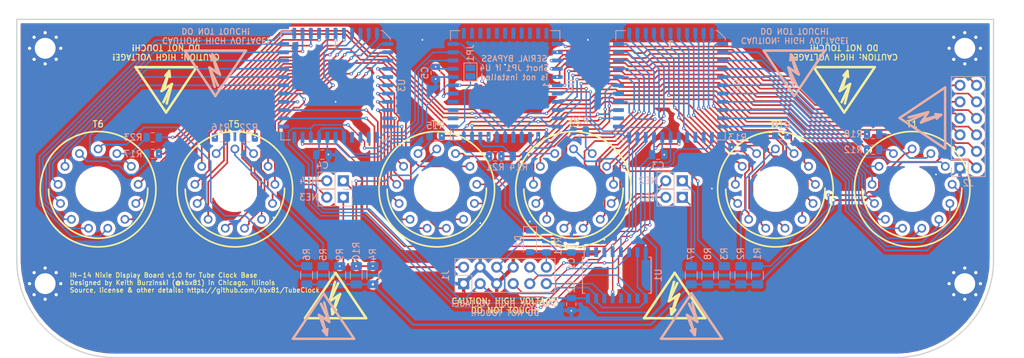
<source format=kicad_pcb>
(kicad_pcb (version 20171130) (host pcbnew "(5.1.0-0)")
  (layers (0 F.Cu signal) (31 B.Cu signal) (34 B.Paste user) (35 F.Paste user) (36 B.SilkS user) (37 F.SilkS user) (38 B.Mask user) (39 F.Mask user) (44 Edge.Cuts user))
  (net 0 "")
  (net 1 T6_K_0)
  (net 2 T6_K_1)
  (net 3 T6_K_2)
  (net 4 T6_K_3)
  (net 5 T6_K_4)
  (net 6 T6_K_5)
  (net 7 T6_K_6)
  (net 8 T6_K_7)
  (net 9 T6_K_8)
  (net 10 T6_K_9)
  (net 11 T5_K_9)
  (net 12 T5_K_8)
  (net 13 T5_K_7)
  (net 14 T5_K_6)
  (net 15 T5_K_5)
  (net 16 T5_K_4)
  (net 17 T5_K_3)
  (net 18 T5_K_2)
  (net 19 T5_K_1)
  (net 20 T5_K_0)
  (net 21 T4_K_0)
  (net 22 T4_K_1)
  (net 23 T4_K_2)
  (net 24 T4_K_3)
  (net 25 T4_K_4)
  (net 26 T4_K_5)
  (net 27 T4_K_6)
  (net 28 T4_K_7)
  (net 29 T4_K_8)
  (net 30 T4_K_9)
  (net 31 T3_K_9)
  (net 32 T3_K_8)
  (net 33 T3_K_7)
  (net 34 T3_K_6)
  (net 35 T3_K_5)
  (net 36 T3_K_4)
  (net 37 T3_K_3)
  (net 38 T3_K_2)
  (net 39 T3_K_1)
  (net 40 T3_K_0)
  (net 41 T2_K_0)
  (net 42 T2_K_1)
  (net 43 T2_K_2)
  (net 44 T2_K_3)
  (net 45 T2_K_4)
  (net 46 T2_K_5)
  (net 47 T2_K_6)
  (net 48 T2_K_7)
  (net 49 T2_K_8)
  (net 50 T2_K_9)
  (net 51 T1_K_9)
  (net 52 T1_K_8)
  (net 53 T1_K_7)
  (net 54 T1_K_6)
  (net 55 T1_K_5)
  (net 56 T1_K_4)
  (net 57 T1_K_3)
  (net 58 T1_K_2)
  (net 59 T1_K_1)
  (net 60 T1_K_0)
  (net 61 +V_IN)
  (net 62 GND)
  (net 63 +V_HV)
  (net 64 "Net-(NE4-Pad1)")
  (net 65 "Net-(NE3-Pad1)")
  (net 66 "Net-(NE2-Pad1)")
  (net 67 "Net-(NE1-Pad1)")
  (net 68 "Net-(R3-Pad1)")
  (net 69 +3V3)
  (net 70 DATA_OUT)
  (net 71 ~LE~)
  (net 72 ~BL~)
  (net 73 DATA_IN)
  (net 74 CLK)
  (net 75 T7_K)
  (net 76 T8_K)
  (net 77 T10_K)
  (net 78 T9_K)
  (net 79 ~LE_DB~)
  (net 80 ~BL_DB~)
  (net 81 CLK_DB)
  (net 82 DATA_IN_DB)
  (net 83 "Net-(R1-Pad1)")
  (net 84 "Net-(R2-Pad1)")
  (net 85 "Net-(R6-Pad1)")
  (net 86 "Net-(R4-Pad1)")
  (net 87 "Net-(R5-Pad1)")
  (net 88 "Net-(D1-Pad2)")
  (net 89 DATA_THROUGH2)
  (net 90 T1_PL)
  (net 91 T1_PR)
  (net 92 T2_PL)
  (net 93 T2_PR)
  (net 94 T3_PL)
  (net 95 T3_PR)
  (net 96 T4_PL)
  (net 97 T4_PR)
  (net 98 T5_PL)
  (net 99 T5_PR)
  (net 100 DATA_THROUGH1)
  (net 101 T6_PR)
  (net 102 T6_PL)
  (net 103 "Net-(R12-Pad1)")
  (net 104 "Net-(R13-Pad1)")
  (net 105 "Net-(R14-Pad1)")
  (net 106 "Net-(R15-Pad1)")
  (net 107 "Net-(R16-Pad1)")
  (net 108 "Net-(R17-Pad1)")
  (net 109 "Net-(R18-Pad1)")
  (net 110 "Net-(R19-Pad1)")
  (net 111 "Net-(R20-Pad1)")
  (net 112 "Net-(R21-Pad1)")
  (net 113 "Net-(R22-Pad1)")
  (net 114 "Net-(R23-Pad1)")
  (net 115 EXT10)
  (net 116 EXT9)
  (net 117 EXT8)
  (net 118 EXT7)
  (net 119 EXT6)
  (net 120 EXT5)
  (net 121 EXT4)
  (net 122 EXT3)
  (net 123 EXT2)
  (net 124 EXT1)
  (module TubeClock:Nixie_IN-14 (layer F.Cu) (at 86.2424 102.3146 180)
    (fp_text reference T6 (at 0 10 180) (layer F.SilkS))
    (fp_text value IN-14_Nixie_Tube hide)
    (pad 3 thru_hole circle (at 5.0927 3.51536 180) (size 1.3462 1.3462) (drill 0.8382) (layers *.Cu *.Paste *.Mask) (net 2 T6_K_1))
    (pad 12 thru_hole circle (at -5.0927 3.51536 180) (size 1.3462 1.3462) (drill 0.8382) (layers *.Cu *.Paste *.Mask) (net 1 T6_K_0))
    (pad 11 thru_hole circle (at -6.14426 0.74422 180) (size 1.3462 1.3462) (drill 0.8382) (layers *.Cu *.Paste *.Mask) (net 10 T6_K_9))
    (pad 10 thru_hole circle (at -5.78612 -2.19456 180) (size 1.3462 1.3462) (drill 0.8382) (layers *.Cu *.Paste *.Mask) (net 9 T6_K_8))
    (pad 9 thru_hole circle (at -4.10464 -4.63296 180) (size 1.3462 1.3462) (drill 0.8382) (layers *.Cu *.Paste *.Mask) (net 8 T6_K_7))
    (pad 8 thru_hole circle (at -1.48082 -6.00964 180) (size 1.3462 1.3462) (drill 0.8382) (layers *.Cu *.Paste *.Mask) (net 7 T6_K_6))
    (pad 7 thru_hole circle (at 1.48082 -6.00964 180) (size 1.3462 1.3462) (drill 0.8382) (layers *.Cu *.Paste *.Mask) (net 6 T6_K_5))
    (pad 6 thru_hole circle (at 4.10464 -4.63296 180) (size 1.3462 1.3462) (drill 0.8382) (layers *.Cu *.Paste *.Mask) (net 5 T6_K_4))
    (pad 5 thru_hole circle (at 5.78612 -2.19456 180) (size 1.3462 1.3462) (drill 0.8382) (layers *.Cu *.Paste *.Mask) (net 4 T6_K_3))
    (pad 4 thru_hole circle (at 6.14426 0.74422 180) (size 1.3462 1.3462) (drill 0.8382) (layers *.Cu *.Paste *.Mask) (net 3 T6_K_2))
    (pad 1 thru_hole circle (at 0 6.18744 180) (size 1.3462 1.3462) (drill 0.8382) (layers *.Cu *.Paste *.Mask) (net 85 "Net-(R6-Pad1)"))
    (pad 2 thru_hole circle (at 2.87528 5.47878 180) (size 1.3462 1.3462) (drill 0.8382) (layers *.Cu *.Paste *.Mask) (net 102 T6_PL))
    (pad 13 thru_hole circle (at -2.87528 5.47878 180) (size 1.3462 1.3462) (drill 0.8382) (layers *.Cu *.Paste *.Mask) (net 101 T6_PR))
    (pad "" np_thru_hole circle (at 0 0 180) (size 6 6) (drill 6) (layers *.Cu *.Mask))
  )
  (module TubeClock:Nixie_IN-14 (layer F.Cu) (at 107.2424 102.3146 180)
    (fp_text reference T5 (at 0.1 10) (layer F.SilkS))
    (fp_text value IN-14_Nixie_Tube hide)
    (pad "" np_thru_hole circle (at 0 0 180) (size 6 6) (drill 6) (layers *.Cu *.Mask))
    (pad 13 thru_hole circle (at -2.87528 5.47878 180) (size 1.3462 1.3462) (drill 0.8382) (layers *.Cu *.Paste *.Mask) (net 99 T5_PR))
    (pad 2 thru_hole circle (at 2.87528 5.47878 180) (size 1.3462 1.3462) (drill 0.8382) (layers *.Cu *.Paste *.Mask) (net 98 T5_PL))
    (pad 1 thru_hole circle (at 0 6.18744 180) (size 1.3462 1.3462) (drill 0.8382) (layers *.Cu *.Paste *.Mask) (net 87 "Net-(R5-Pad1)"))
    (pad 4 thru_hole circle (at 6.14426 0.74422 180) (size 1.3462 1.3462) (drill 0.8382) (layers *.Cu *.Paste *.Mask) (net 18 T5_K_2))
    (pad 5 thru_hole circle (at 5.78612 -2.19456 180) (size 1.3462 1.3462) (drill 0.8382) (layers *.Cu *.Paste *.Mask) (net 17 T5_K_3))
    (pad 6 thru_hole circle (at 4.10464 -4.63296 180) (size 1.3462 1.3462) (drill 0.8382) (layers *.Cu *.Paste *.Mask) (net 16 T5_K_4))
    (pad 7 thru_hole circle (at 1.48082 -6.00964 180) (size 1.3462 1.3462) (drill 0.8382) (layers *.Cu *.Paste *.Mask) (net 15 T5_K_5))
    (pad 8 thru_hole circle (at -1.48082 -6.00964 180) (size 1.3462 1.3462) (drill 0.8382) (layers *.Cu *.Paste *.Mask) (net 14 T5_K_6))
    (pad 9 thru_hole circle (at -4.10464 -4.63296 180) (size 1.3462 1.3462) (drill 0.8382) (layers *.Cu *.Paste *.Mask) (net 13 T5_K_7))
    (pad 10 thru_hole circle (at -5.78612 -2.19456 180) (size 1.3462 1.3462) (drill 0.8382) (layers *.Cu *.Paste *.Mask) (net 12 T5_K_8))
    (pad 11 thru_hole circle (at -6.14426 0.74422 180) (size 1.3462 1.3462) (drill 0.8382) (layers *.Cu *.Paste *.Mask) (net 11 T5_K_9))
    (pad 12 thru_hole circle (at -5.0927 3.51536 180) (size 1.3462 1.3462) (drill 0.8382) (layers *.Cu *.Paste *.Mask) (net 20 T5_K_0))
    (pad 3 thru_hole circle (at 5.0927 3.51536 180) (size 1.3462 1.3462) (drill 0.8382) (layers *.Cu *.Paste *.Mask) (net 19 T5_K_1))
  )
  (module TubeClock:Nixie_IN-14 (layer F.Cu) (at 138.2424 102.3146 180)
    (fp_text reference T4 (at 0 10 180) (layer F.SilkS))
    (fp_text value IN-14_Nixie_Tube hide)
    (pad 3 thru_hole circle (at 5.0927 3.51536 180) (size 1.3462 1.3462) (drill 0.8382) (layers *.Cu *.Paste *.Mask) (net 22 T4_K_1))
    (pad 12 thru_hole circle (at -5.0927 3.51536 180) (size 1.3462 1.3462) (drill 0.8382) (layers *.Cu *.Paste *.Mask) (net 21 T4_K_0))
    (pad 11 thru_hole circle (at -6.14426 0.74422 180) (size 1.3462 1.3462) (drill 0.8382) (layers *.Cu *.Paste *.Mask) (net 30 T4_K_9))
    (pad 10 thru_hole circle (at -5.78612 -2.19456 180) (size 1.3462 1.3462) (drill 0.8382) (layers *.Cu *.Paste *.Mask) (net 29 T4_K_8))
    (pad 9 thru_hole circle (at -4.10464 -4.63296 180) (size 1.3462 1.3462) (drill 0.8382) (layers *.Cu *.Paste *.Mask) (net 28 T4_K_7))
    (pad 8 thru_hole circle (at -1.48082 -6.00964 180) (size 1.3462 1.3462) (drill 0.8382) (layers *.Cu *.Paste *.Mask) (net 27 T4_K_6))
    (pad 7 thru_hole circle (at 1.48082 -6.00964 180) (size 1.3462 1.3462) (drill 0.8382) (layers *.Cu *.Paste *.Mask) (net 26 T4_K_5))
    (pad 6 thru_hole circle (at 4.10464 -4.63296 180) (size 1.3462 1.3462) (drill 0.8382) (layers *.Cu *.Paste *.Mask) (net 25 T4_K_4))
    (pad 5 thru_hole circle (at 5.78612 -2.19456 180) (size 1.3462 1.3462) (drill 0.8382) (layers *.Cu *.Paste *.Mask) (net 24 T4_K_3))
    (pad 4 thru_hole circle (at 6.14426 0.74422 180) (size 1.3462 1.3462) (drill 0.8382) (layers *.Cu *.Paste *.Mask) (net 23 T4_K_2))
    (pad 1 thru_hole circle (at 0 6.18744 180) (size 1.3462 1.3462) (drill 0.8382) (layers *.Cu *.Paste *.Mask) (net 86 "Net-(R4-Pad1)"))
    (pad 2 thru_hole circle (at 2.87528 5.47878 180) (size 1.3462 1.3462) (drill 0.8382) (layers *.Cu *.Paste *.Mask) (net 96 T4_PL))
    (pad 13 thru_hole circle (at -2.87528 5.47878 180) (size 1.3462 1.3462) (drill 0.8382) (layers *.Cu *.Paste *.Mask) (net 97 T4_PR))
    (pad "" np_thru_hole circle (at 0 0 180) (size 6 6) (drill 6) (layers *.Cu *.Mask))
  )
  (module TubeClock:Nixie_IN-14 (layer F.Cu) (at 159.2424 102.3146 180)
    (fp_text reference T3 (at 0 10.1) (layer F.SilkS))
    (fp_text value IN-14_Nixie_Tube hide)
    (pad 3 thru_hole circle (at 5.0927 3.51536 180) (size 1.3462 1.3462) (drill 0.8382) (layers *.Cu *.Paste *.Mask) (net 39 T3_K_1))
    (pad 12 thru_hole circle (at -5.0927 3.51536 180) (size 1.3462 1.3462) (drill 0.8382) (layers *.Cu *.Paste *.Mask) (net 40 T3_K_0))
    (pad 11 thru_hole circle (at -6.14426 0.74422 180) (size 1.3462 1.3462) (drill 0.8382) (layers *.Cu *.Paste *.Mask) (net 31 T3_K_9))
    (pad 10 thru_hole circle (at -5.78612 -2.19456 180) (size 1.3462 1.3462) (drill 0.8382) (layers *.Cu *.Paste *.Mask) (net 32 T3_K_8))
    (pad 9 thru_hole circle (at -4.10464 -4.63296 180) (size 1.3462 1.3462) (drill 0.8382) (layers *.Cu *.Paste *.Mask) (net 33 T3_K_7))
    (pad 8 thru_hole circle (at -1.48082 -6.00964 180) (size 1.3462 1.3462) (drill 0.8382) (layers *.Cu *.Paste *.Mask) (net 34 T3_K_6))
    (pad 7 thru_hole circle (at 1.48082 -6.00964 180) (size 1.3462 1.3462) (drill 0.8382) (layers *.Cu *.Paste *.Mask) (net 35 T3_K_5))
    (pad 6 thru_hole circle (at 4.10464 -4.63296 180) (size 1.3462 1.3462) (drill 0.8382) (layers *.Cu *.Paste *.Mask) (net 36 T3_K_4))
    (pad 5 thru_hole circle (at 5.78612 -2.19456 180) (size 1.3462 1.3462) (drill 0.8382) (layers *.Cu *.Paste *.Mask) (net 37 T3_K_3))
    (pad 4 thru_hole circle (at 6.14426 0.74422 180) (size 1.3462 1.3462) (drill 0.8382) (layers *.Cu *.Paste *.Mask) (net 38 T3_K_2))
    (pad 1 thru_hole circle (at 0 6.18744 180) (size 1.3462 1.3462) (drill 0.8382) (layers *.Cu *.Paste *.Mask) (net 68 "Net-(R3-Pad1)"))
    (pad 2 thru_hole circle (at 2.87528 5.47878 180) (size 1.3462 1.3462) (drill 0.8382) (layers *.Cu *.Paste *.Mask) (net 94 T3_PL))
    (pad 13 thru_hole circle (at -2.87528 5.47878 180) (size 1.3462 1.3462) (drill 0.8382) (layers *.Cu *.Paste *.Mask) (net 95 T3_PR))
    (pad "" np_thru_hole circle (at 0 0 180) (size 6 6) (drill 6) (layers *.Cu *.Mask))
  )
  (module TubeClock:Nixie_IN-14 (layer F.Cu) (at 190.2424 102.3146 180)
    (fp_text reference T2 (at 0 10) (layer F.SilkS))
    (fp_text value IN-14_Nixie_Tube hide)
    (pad 3 thru_hole circle (at 5.0927 3.51536 180) (size 1.3462 1.3462) (drill 0.8382) (layers *.Cu *.Paste *.Mask) (net 42 T2_K_1))
    (pad 12 thru_hole circle (at -5.0927 3.51536 180) (size 1.3462 1.3462) (drill 0.8382) (layers *.Cu *.Paste *.Mask) (net 41 T2_K_0))
    (pad 11 thru_hole circle (at -6.14426 0.74422 180) (size 1.3462 1.3462) (drill 0.8382) (layers *.Cu *.Paste *.Mask) (net 50 T2_K_9))
    (pad 10 thru_hole circle (at -5.78612 -2.19456 180) (size 1.3462 1.3462) (drill 0.8382) (layers *.Cu *.Paste *.Mask) (net 49 T2_K_8))
    (pad 9 thru_hole circle (at -4.10464 -4.63296 180) (size 1.3462 1.3462) (drill 0.8382) (layers *.Cu *.Paste *.Mask) (net 48 T2_K_7))
    (pad 8 thru_hole circle (at -1.48082 -6.00964 180) (size 1.3462 1.3462) (drill 0.8382) (layers *.Cu *.Paste *.Mask) (net 47 T2_K_6))
    (pad 7 thru_hole circle (at 1.48082 -6.00964 180) (size 1.3462 1.3462) (drill 0.8382) (layers *.Cu *.Paste *.Mask) (net 46 T2_K_5))
    (pad 6 thru_hole circle (at 4.10464 -4.63296 180) (size 1.3462 1.3462) (drill 0.8382) (layers *.Cu *.Paste *.Mask) (net 45 T2_K_4))
    (pad 5 thru_hole circle (at 5.78612 -2.19456 180) (size 1.3462 1.3462) (drill 0.8382) (layers *.Cu *.Paste *.Mask) (net 44 T2_K_3))
    (pad 4 thru_hole circle (at 6.14426 0.74422 180) (size 1.3462 1.3462) (drill 0.8382) (layers *.Cu *.Paste *.Mask) (net 43 T2_K_2))
    (pad 1 thru_hole circle (at 0 6.18744 180) (size 1.3462 1.3462) (drill 0.8382) (layers *.Cu *.Paste *.Mask) (net 84 "Net-(R2-Pad1)"))
    (pad 2 thru_hole circle (at 2.87528 5.47878 180) (size 1.3462 1.3462) (drill 0.8382) (layers *.Cu *.Paste *.Mask) (net 92 T2_PL))
    (pad 13 thru_hole circle (at -2.87528 5.47878 180) (size 1.3462 1.3462) (drill 0.8382) (layers *.Cu *.Paste *.Mask) (net 93 T2_PR))
    (pad "" np_thru_hole circle (at 0 0 180) (size 6 6) (drill 6) (layers *.Cu *.Mask))
  )
  (module TubeClock:Nixie_IN-14 (layer F.Cu) (at 211.2424 102.3146 180)
    (fp_text reference T1 (at 0 10 180) (layer F.SilkS))
    (fp_text value IN-14_Nixie_Tube hide)
    (pad 3 thru_hole circle (at 5.0927 3.51536 180) (size 1.3462 1.3462) (drill 0.8382) (layers *.Cu *.Paste *.Mask) (net 59 T1_K_1))
    (pad 12 thru_hole circle (at -5.0927 3.51536 180) (size 1.3462 1.3462) (drill 0.8382) (layers *.Cu *.Paste *.Mask) (net 60 T1_K_0))
    (pad 11 thru_hole circle (at -6.14426 0.74422 180) (size 1.3462 1.3462) (drill 0.8382) (layers *.Cu *.Paste *.Mask) (net 51 T1_K_9))
    (pad 10 thru_hole circle (at -5.78612 -2.19456 180) (size 1.3462 1.3462) (drill 0.8382) (layers *.Cu *.Paste *.Mask) (net 52 T1_K_8))
    (pad 9 thru_hole circle (at -4.10464 -4.63296 180) (size 1.3462 1.3462) (drill 0.8382) (layers *.Cu *.Paste *.Mask) (net 53 T1_K_7))
    (pad 8 thru_hole circle (at -1.48082 -6.00964 180) (size 1.3462 1.3462) (drill 0.8382) (layers *.Cu *.Paste *.Mask) (net 54 T1_K_6))
    (pad 7 thru_hole circle (at 1.48082 -6.00964 180) (size 1.3462 1.3462) (drill 0.8382) (layers *.Cu *.Paste *.Mask) (net 55 T1_K_5))
    (pad 6 thru_hole circle (at 4.10464 -4.63296 180) (size 1.3462 1.3462) (drill 0.8382) (layers *.Cu *.Paste *.Mask) (net 56 T1_K_4))
    (pad 5 thru_hole circle (at 5.78612 -2.19456 180) (size 1.3462 1.3462) (drill 0.8382) (layers *.Cu *.Paste *.Mask) (net 57 T1_K_3))
    (pad 4 thru_hole circle (at 6.14426 0.74422 180) (size 1.3462 1.3462) (drill 0.8382) (layers *.Cu *.Paste *.Mask) (net 58 T1_K_2))
    (pad 1 thru_hole circle (at 0 6.18744 180) (size 1.3462 1.3462) (drill 0.8382) (layers *.Cu *.Paste *.Mask) (net 83 "Net-(R1-Pad1)"))
    (pad 2 thru_hole circle (at 2.87528 5.47878 180) (size 1.3462 1.3462) (drill 0.8382) (layers *.Cu *.Paste *.Mask) (net 90 T1_PL))
    (pad 13 thru_hole circle (at -2.87528 5.47878 180) (size 1.3462 1.3462) (drill 0.8382) (layers *.Cu *.Paste *.Mask) (net 91 T1_PR))
    (pad "" np_thru_hole circle (at 0 0 180) (size 6 6) (drill 6) (layers *.Cu *.Mask))
  )
  (module Connector_PinHeader_2.54mm:PinHeader_1x02_P2.54mm_Vertical (layer B.Cu) (at 175.952 101.02 90)
    (fp_text reference NE2 (at 0.0254 -5.3086) (layer B.SilkS) (effects (justify mirror)))
    (fp_text value Lamp_Neon)
    (pad 2 thru_hole oval (at 0 -2.54 90) (size 1.7 1.7) (drill 1) (layers *.Cu *.Mask) (net 76 T8_K))
    (pad 1 thru_hole rect (at 0 0 90) (size 1.7 1.7) (drill 1) (layers *.Cu *.Mask) (net 66 "Net-(NE2-Pad1)"))
  )
  (module Package_LCC:PLCC-44_16.6x16.6mm_P1.27mm (layer B.Cu) (at 148.7424 86.3346 90)
    (fp_text reference U4 (at 0 10.16 90) (layer B.SilkS) (effects (justify mirror)))
    (fp_text value HV5622)
    (pad 44 smd roundrect (at 1.27 8 90) (size 0.6 1.7) (layers B.Cu B.Paste B.Mask) (net 119 EXT6))
    (pad 43 smd roundrect (at 2.54 8 90) (size 0.6 1.7) (layers B.Cu B.Paste B.Mask) (net 118 EXT7))
    (pad 42 smd roundrect (at 3.81 8 90) (size 0.6 1.7) (layers B.Cu B.Paste B.Mask) (net 117 EXT8))
    (pad 41 smd roundrect (at 5.08 8 90) (size 0.6 1.7) (layers B.Cu B.Paste B.Mask) (net 116 EXT9))
    (pad 40 smd roundrect (at 6.35 8 90) (size 0.6 1.7) (layers B.Cu B.Paste B.Mask) (net 115 EXT10))
    (pad 39 smd roundrect (at 8 6.35 90) (size 1.7 0.6) (layers B.Cu B.Paste B.Mask))
    (pad 38 smd roundrect (at 8 5.08 90) (size 1.7 0.6) (layers B.Cu B.Paste B.Mask))
    (pad 37 smd roundrect (at 8 3.81 90) (size 1.7 0.6) (layers B.Cu B.Paste B.Mask))
    (pad 36 smd roundrect (at 8 2.54 90) (size 1.7 0.6) (layers B.Cu B.Paste B.Mask))
    (pad 35 smd roundrect (at 8 1.27 90) (size 1.7 0.6) (layers B.Cu B.Paste B.Mask))
    (pad 34 smd roundrect (at 8 0 90) (size 1.7 0.6) (layers B.Cu B.Paste B.Mask))
    (pad 33 smd roundrect (at 8 -1.27 90) (size 1.7 0.6) (layers B.Cu B.Paste B.Mask))
    (pad 32 smd roundrect (at 8 -2.54 90) (size 1.7 0.6) (layers B.Cu B.Paste B.Mask))
    (pad 31 smd roundrect (at 8 -3.81 90) (size 1.7 0.6) (layers B.Cu B.Paste B.Mask))
    (pad 30 smd roundrect (at 8 -5.08 90) (size 1.7 0.6) (layers B.Cu B.Paste B.Mask))
    (pad 29 smd roundrect (at 8 -6.35 90) (size 1.7 0.6) (layers B.Cu B.Paste B.Mask))
    (pad 28 smd roundrect (at 6.35 -8 90) (size 0.6 1.7) (layers B.Cu B.Paste B.Mask) (net 72 ~BL~))
    (pad 27 smd roundrect (at 5.08 -8 90) (size 0.6 1.7) (layers B.Cu B.Paste B.Mask) (net 89 DATA_THROUGH2))
    (pad 26 smd roundrect (at 3.81 -8 90) (size 0.6 1.7) (layers B.Cu B.Paste B.Mask) (net 71 ~LE~))
    (pad 25 smd roundrect (at 2.54 -8 90) (size 0.6 1.7) (layers B.Cu B.Paste B.Mask) (net 61 +V_IN))
    (pad 24 smd roundrect (at 1.27 -8 90) (size 0.6 1.7) (layers B.Cu B.Paste B.Mask) (net 62 GND))
    (pad 23 smd roundrect (at 0 -8 90) (size 0.6 1.7) (layers B.Cu B.Paste B.Mask) (net 74 CLK))
    (pad 22 smd roundrect (at -1.27 -8 90) (size 0.6 1.7) (layers B.Cu B.Paste B.Mask) (net 61 +V_IN))
    (pad 21 smd roundrect (at -2.54 -8 90) (size 0.6 1.7) (layers B.Cu B.Paste B.Mask))
    (pad 20 smd roundrect (at -3.81 -8 90) (size 0.6 1.7) (layers B.Cu B.Paste B.Mask))
    (pad 19 smd roundrect (at -5.08 -8 90) (size 0.6 1.7) (layers B.Cu B.Paste B.Mask))
    (pad 18 smd roundrect (at -6.35 -8 90) (size 0.6 1.7) (layers B.Cu B.Paste B.Mask) (net 70 DATA_OUT))
    (pad 17 smd roundrect (at -8 -6.35 90) (size 1.7 0.6) (layers B.Cu B.Paste B.Mask) (net 103 "Net-(R12-Pad1)"))
    (pad 16 smd roundrect (at -8 -5.08 90) (size 1.7 0.6) (layers B.Cu B.Paste B.Mask) (net 104 "Net-(R13-Pad1)"))
    (pad 15 smd roundrect (at -8 -3.81 90) (size 1.7 0.6) (layers B.Cu B.Paste B.Mask) (net 105 "Net-(R14-Pad1)"))
    (pad 14 smd roundrect (at -8 -2.54 90) (size 1.7 0.6) (layers B.Cu B.Paste B.Mask) (net 106 "Net-(R15-Pad1)"))
    (pad 13 smd roundrect (at -8 -1.27 90) (size 1.7 0.6) (layers B.Cu B.Paste B.Mask) (net 107 "Net-(R16-Pad1)"))
    (pad 12 smd roundrect (at -8 0 90) (size 1.7 0.6) (layers B.Cu B.Paste B.Mask) (net 108 "Net-(R17-Pad1)"))
    (pad 11 smd roundrect (at -8 1.27 90) (size 1.7 0.6) (layers B.Cu B.Paste B.Mask) (net 109 "Net-(R18-Pad1)"))
    (pad 10 smd roundrect (at -8 2.54 90) (size 1.7 0.6) (layers B.Cu B.Paste B.Mask) (net 110 "Net-(R19-Pad1)"))
    (pad 9 smd roundrect (at -8 3.81 90) (size 1.7 0.6) (layers B.Cu B.Paste B.Mask) (net 111 "Net-(R20-Pad1)"))
    (pad 8 smd roundrect (at -8 5.08 90) (size 1.7 0.6) (layers B.Cu B.Paste B.Mask) (net 112 "Net-(R21-Pad1)"))
    (pad 7 smd roundrect (at -8 6.35 90) (size 1.7 0.6) (layers B.Cu B.Paste B.Mask) (net 113 "Net-(R22-Pad1)"))
    (pad 6 smd roundrect (at -6.35 8 90) (size 0.6 1.7) (layers B.Cu B.Paste B.Mask) (net 114 "Net-(R23-Pad1)"))
    (pad 5 smd roundrect (at -5.08 8 90) (size 0.6 1.7) (layers B.Cu B.Paste B.Mask) (net 124 EXT1))
    (pad 4 smd roundrect (at -3.81 8 90) (size 0.6 1.7) (layers B.Cu B.Paste B.Mask) (net 123 EXT2))
    (pad 3 smd roundrect (at -2.54 8 90) (size 0.6 1.7) (layers B.Cu B.Paste B.Mask) (net 122 EXT3))
    (pad 2 smd roundrect (at -1.27 8 90) (size 0.6 1.7) (layers B.Cu B.Paste B.Mask) (net 121 EXT4))
    (pad 1 smd roundrect (at 0 8 90) (size 0.6 1.7) (layers B.Cu B.Paste B.Mask) (net 120 EXT5))
  )
  (module kbxCustoms:Symbol_HighVoltage_Type2_SilkTop_VerySmall (layer F.Cu) (at 200.8124 86.3346 180)
    (fp_text reference REF** hide)
    (fp_text value Symbol_HighVoltage_Type2_SilkTop_VerySmall)
  )
  (module kbxCustoms:Symbol_HighVoltage_Type2_SilkBottom_VerySmall (layer F.Cu) (at 213.5124 91.4146 90)
    (fp_text reference REF** hide)
    (fp_text value Symbol_HighVoltage_Type2_SilkBottom_VerySmall)
  )
  (module Connector_PinHeader_2.54mm:PinHeader_2x06_P2.54mm_Vertical (layer B.Cu) (at 218.5924 99.0346)
    (fp_text reference J2 (at 1.27 2.33) (layer B.SilkS) (effects (justify mirror)))
    (fp_text value Conn_02x06_Odd_Even)
    (pad 12 thru_hole oval (at 2.54 -12.7) (size 1.7 1.7) (drill 1) (layers *.Cu *.Mask) (net 115 EXT10))
    (pad 11 thru_hole oval (at 0 -12.7) (size 1.7 1.7) (drill 1) (layers *.Cu *.Mask) (net 116 EXT9))
    (pad 10 thru_hole oval (at 2.54 -10.16) (size 1.7 1.7) (drill 1) (layers *.Cu *.Mask) (net 117 EXT8))
    (pad 9 thru_hole oval (at 0 -10.16) (size 1.7 1.7) (drill 1) (layers *.Cu *.Mask) (net 118 EXT7))
    (pad 8 thru_hole oval (at 2.54 -7.62) (size 1.7 1.7) (drill 1) (layers *.Cu *.Mask) (net 119 EXT6))
    (pad 7 thru_hole oval (at 0 -7.62) (size 1.7 1.7) (drill 1) (layers *.Cu *.Mask) (net 120 EXT5))
    (pad 6 thru_hole oval (at 2.54 -5.08) (size 1.7 1.7) (drill 1) (layers *.Cu *.Mask) (net 121 EXT4))
    (pad 5 thru_hole oval (at 0 -5.08) (size 1.7 1.7) (drill 1) (layers *.Cu *.Mask) (net 122 EXT3))
    (pad 4 thru_hole oval (at 2.54 -2.54) (size 1.7 1.7) (drill 1) (layers *.Cu *.Mask) (net 123 EXT2))
    (pad 3 thru_hole oval (at 0 -2.54) (size 1.7 1.7) (drill 1) (layers *.Cu *.Mask) (net 124 EXT1))
    (pad 2 thru_hole oval (at 2.54 0) (size 1.7 1.7) (drill 1) (layers *.Cu *.Mask) (net 63 +V_HV))
    (pad 1 thru_hole rect (at 0 0) (size 1.7 1.7) (drill 1) (layers *.Cu *.Mask) (net 62 GND))
  )
  (module Connector_PinSocket_2.54mm:PinSocket_2x06_P2.54mm_Vertical (layer B.Cu) (at 142.367 116.84 270)
    (fp_text reference J1 (at -1.27 2.77 270) (layer B.SilkS) (effects (justify mirror)))
    (fp_text value Conn_02x06_Odd_Even)
    (pad 12 thru_hole oval (at -2.54 -12.7 270) (size 1.7 1.7) (drill 1) (layers *.Cu *.Mask) (net 88 "Net-(D1-Pad2)"))
    (pad 11 thru_hole oval (at 0 -12.7 270) (size 1.7 1.7) (drill 1) (layers *.Cu *.Mask) (net 82 DATA_IN_DB))
    (pad 10 thru_hole oval (at -2.54 -10.16 270) (size 1.7 1.7) (drill 1) (layers *.Cu *.Mask) (net 81 CLK_DB))
    (pad 9 thru_hole oval (at 0 -10.16 270) (size 1.7 1.7) (drill 1) (layers *.Cu *.Mask) (net 79 ~LE_DB~))
    (pad 8 thru_hole oval (at -2.54 -7.62 270) (size 1.7 1.7) (drill 1) (layers *.Cu *.Mask) (net 62 GND))
    (pad 7 thru_hole oval (at 0 -7.62 270) (size 1.7 1.7) (drill 1) (layers *.Cu *.Mask) (net 80 ~BL_DB~))
    (pad 6 thru_hole oval (at -2.54 -5.08 270) (size 1.7 1.7) (drill 1) (layers *.Cu *.Mask) (net 69 +3V3))
    (pad 5 thru_hole oval (at 0 -5.08 270) (size 1.7 1.7) (drill 1) (layers *.Cu *.Mask) (net 62 GND))
    (pad 4 thru_hole oval (at -2.54 -2.54 270) (size 1.7 1.7) (drill 1) (layers *.Cu *.Mask) (net 62 GND))
    (pad 3 thru_hole oval (at 0 -2.54 270) (size 1.7 1.7) (drill 1) (layers *.Cu *.Mask) (net 61 +V_IN))
    (pad 2 thru_hole oval (at -2.54 0 270) (size 1.7 1.7) (drill 1) (layers *.Cu *.Mask) (net 63 +V_HV))
    (pad 1 thru_hole rect (at 0 0 270) (size 1.7 1.7) (drill 1) (layers *.Cu *.Mask) (net 62 GND))
  )
  (module Package_LCC:PLCC-44_16.6x16.6mm_P1.27mm (layer B.Cu) (at 174.1424 86.3346 180)
    (fp_text reference U2 (at -10.16 0 270) (layer B.SilkS) (effects (justify mirror)))
    (fp_text value HV5622)
    (pad 44 smd roundrect (at 1.27 8 180) (size 0.6 1.7) (layers B.Cu B.Paste B.Mask) (net 43 T2_K_2))
    (pad 43 smd roundrect (at 2.54 8 180) (size 0.6 1.7) (layers B.Cu B.Paste B.Mask) (net 42 T2_K_1))
    (pad 42 smd roundrect (at 3.81 8 180) (size 0.6 1.7) (layers B.Cu B.Paste B.Mask) (net 41 T2_K_0))
    (pad 41 smd roundrect (at 5.08 8 180) (size 0.6 1.7) (layers B.Cu B.Paste B.Mask) (net 31 T3_K_9))
    (pad 40 smd roundrect (at 6.35 8 180) (size 0.6 1.7) (layers B.Cu B.Paste B.Mask) (net 32 T3_K_8))
    (pad 39 smd roundrect (at 8 6.35 180) (size 1.7 0.6) (layers B.Cu B.Paste B.Mask) (net 33 T3_K_7))
    (pad 38 smd roundrect (at 8 5.08 180) (size 1.7 0.6) (layers B.Cu B.Paste B.Mask) (net 34 T3_K_6))
    (pad 37 smd roundrect (at 8 3.81 180) (size 1.7 0.6) (layers B.Cu B.Paste B.Mask) (net 35 T3_K_5))
    (pad 36 smd roundrect (at 8 2.54 180) (size 1.7 0.6) (layers B.Cu B.Paste B.Mask) (net 36 T3_K_4))
    (pad 35 smd roundrect (at 8 1.27 180) (size 1.7 0.6) (layers B.Cu B.Paste B.Mask) (net 37 T3_K_3))
    (pad 34 smd roundrect (at 8 0 180) (size 1.7 0.6) (layers B.Cu B.Paste B.Mask) (net 38 T3_K_2))
    (pad 33 smd roundrect (at 8 -1.27 180) (size 1.7 0.6) (layers B.Cu B.Paste B.Mask) (net 39 T3_K_1))
    (pad 32 smd roundrect (at 8 -2.54 180) (size 1.7 0.6) (layers B.Cu B.Paste B.Mask) (net 40 T3_K_0))
    (pad 31 smd roundrect (at 8 -3.81 180) (size 1.7 0.6) (layers B.Cu B.Paste B.Mask) (net 30 T4_K_9))
    (pad 30 smd roundrect (at 8 -5.08 180) (size 1.7 0.6) (layers B.Cu B.Paste B.Mask) (net 29 T4_K_8))
    (pad 29 smd roundrect (at 8 -6.35 180) (size 1.7 0.6) (layers B.Cu B.Paste B.Mask))
    (pad 28 smd roundrect (at 6.35 -8 180) (size 0.6 1.7) (layers B.Cu B.Paste B.Mask) (net 72 ~BL~))
    (pad 27 smd roundrect (at 5.08 -8 180) (size 0.6 1.7) (layers B.Cu B.Paste B.Mask) (net 73 DATA_IN))
    (pad 26 smd roundrect (at 3.81 -8 180) (size 0.6 1.7) (layers B.Cu B.Paste B.Mask) (net 71 ~LE~))
    (pad 25 smd roundrect (at 2.54 -8 180) (size 0.6 1.7) (layers B.Cu B.Paste B.Mask) (net 61 +V_IN))
    (pad 24 smd roundrect (at 1.27 -8 180) (size 0.6 1.7) (layers B.Cu B.Paste B.Mask) (net 62 GND))
    (pad 23 smd roundrect (at 0 -8 180) (size 0.6 1.7) (layers B.Cu B.Paste B.Mask) (net 74 CLK))
    (pad 22 smd roundrect (at -1.27 -8 180) (size 0.6 1.7) (layers B.Cu B.Paste B.Mask) (net 61 +V_IN))
    (pad 21 smd roundrect (at -2.54 -8 180) (size 0.6 1.7) (layers B.Cu B.Paste B.Mask))
    (pad 20 smd roundrect (at -3.81 -8 180) (size 0.6 1.7) (layers B.Cu B.Paste B.Mask))
    (pad 19 smd roundrect (at -5.08 -8 180) (size 0.6 1.7) (layers B.Cu B.Paste B.Mask))
    (pad 18 smd roundrect (at -6.35 -8 180) (size 0.6 1.7) (layers B.Cu B.Paste B.Mask) (net 100 DATA_THROUGH1))
    (pad 17 smd roundrect (at -8 -6.35 180) (size 1.7 0.6) (layers B.Cu B.Paste B.Mask) (net 51 T1_K_9))
    (pad 16 smd roundrect (at -8 -5.08 180) (size 1.7 0.6) (layers B.Cu B.Paste B.Mask) (net 52 T1_K_8))
    (pad 15 smd roundrect (at -8 -3.81 180) (size 1.7 0.6) (layers B.Cu B.Paste B.Mask) (net 53 T1_K_7))
    (pad 14 smd roundrect (at -8 -2.54 180) (size 1.7 0.6) (layers B.Cu B.Paste B.Mask) (net 54 T1_K_6))
    (pad 13 smd roundrect (at -8 -1.27 180) (size 1.7 0.6) (layers B.Cu B.Paste B.Mask) (net 55 T1_K_5))
    (pad 12 smd roundrect (at -8 0 180) (size 1.7 0.6) (layers B.Cu B.Paste B.Mask) (net 56 T1_K_4))
    (pad 11 smd roundrect (at -8 1.27 180) (size 1.7 0.6) (layers B.Cu B.Paste B.Mask) (net 57 T1_K_3))
    (pad 10 smd roundrect (at -8 2.54 180) (size 1.7 0.6) (layers B.Cu B.Paste B.Mask) (net 58 T1_K_2))
    (pad 9 smd roundrect (at -8 3.81 180) (size 1.7 0.6) (layers B.Cu B.Paste B.Mask) (net 59 T1_K_1))
    (pad 8 smd roundrect (at -8 5.08 180) (size 1.7 0.6) (layers B.Cu B.Paste B.Mask) (net 60 T1_K_0))
    (pad 7 smd roundrect (at -8 6.35 180) (size 1.7 0.6) (layers B.Cu B.Paste B.Mask) (net 50 T2_K_9))
    (pad 6 smd roundrect (at -6.35 8 180) (size 0.6 1.7) (layers B.Cu B.Paste B.Mask) (net 49 T2_K_8))
    (pad 5 smd roundrect (at -5.08 8 180) (size 0.6 1.7) (layers B.Cu B.Paste B.Mask) (net 48 T2_K_7))
    (pad 4 smd roundrect (at -3.81 8 180) (size 0.6 1.7) (layers B.Cu B.Paste B.Mask) (net 47 T2_K_6))
    (pad 3 smd roundrect (at -2.54 8 180) (size 0.6 1.7) (layers B.Cu B.Paste B.Mask) (net 46 T2_K_5))
    (pad 2 smd roundrect (at -1.27 8 180) (size 0.6 1.7) (layers B.Cu B.Paste B.Mask) (net 45 T2_K_4))
    (pad 1 smd roundrect (at 0 8 180) (size 0.6 1.7) (layers B.Cu B.Paste B.Mask) (net 44 T2_K_3))
  )
  (module kbxCustoms:Symbol_HighVoltage_Type2_SilkBottom_VerySmall (layer F.Cu) (at 104.2924 83.7946 180)
    (fp_text reference REF** hide)
    (fp_text value Symbol_HighVoltage_Type2_SilkBottom_VerySmall)
  )
  (module kbxCustoms:Symbol_HighVoltage_Type2_SilkBottom_VerySmall (layer F.Cu) (at 193.1924 83.7946 180)
    (fp_text reference REF** hide)
    (fp_text value Symbol_HighVoltage_Type2_SilkBottom_VerySmall)
  )
  (module kbxCustoms:Symbol_HighVoltage_Type2_SilkBottom_VerySmall (layer F.Cu) (at 120.8024 122.5296)
    (fp_text reference REF** hide)
    (fp_text value Symbol_HighVoltage_Type2_SilkBottom_VerySmall)
  )
  (module kbxCustoms:Symbol_HighVoltage_Type2_SilkBottom_VerySmall (layer F.Cu) (at 177.3174 122.5296)
    (fp_text reference REF** hide)
    (fp_text value Symbol_HighVoltage_Type2_SilkBottom_VerySmall)
  )
  (module kbxCustoms:Symbol_HighVoltage_Type2_SilkTop_VerySmall (layer F.Cu) (at 96.6724 86.3346 180)
    (fp_text reference REF** hide)
    (fp_text value Symbol_HighVoltage_Type2_SilkTop_VerySmall)
  )
  (module kbxCustoms:Symbol_HighVoltage_Type2_SilkTop_VerySmall (layer F.Cu) (at 174.7774 119.3546)
    (fp_text reference REF** hide)
    (fp_text value Symbol_HighVoltage_Type2_SilkTop_VerySmall)
  )
  (module kbxCustoms:Symbol_HighVoltage_Type2_SilkTop_VerySmall (layer F.Cu) (at 122.7074 119.3546)
    (fp_text reference REF** hide)
    (fp_text value Symbol_HighVoltage_Type2_SilkTop_VerySmall)
  )
  (module Resistor_SMD:R_0805_2012Metric (layer B.Cu) (at 94.6404 94.3356 180)
    (fp_text reference R23 (at 3.048 0 180) (layer B.SilkS) (effects (justify mirror)))
    (fp_text value 10K)
    (pad 2 smd roundrect (at 0.9375 0 180) (size 0.975 1.4) (layers B.Cu B.Paste B.Mask) (net 101 T6_PR))
    (pad 1 smd roundrect (at -0.9375 0 180) (size 0.975 1.4) (layers B.Cu B.Paste B.Mask) (net 114 "Net-(R23-Pad1)"))
  )
  (module Resistor_SMD:R_0805_2012Metric (layer B.Cu) (at 109.3724 94.3356 180)
    (fp_text reference R22 (at 0 1.524 180) (layer B.SilkS) (effects (justify mirror)))
    (fp_text value 10K)
    (pad 2 smd roundrect (at 0.9375 0 180) (size 0.975 1.4) (layers B.Cu B.Paste B.Mask) (net 99 T5_PR))
    (pad 1 smd roundrect (at -0.9375 0 180) (size 0.975 1.4) (layers B.Cu B.Paste B.Mask) (net 113 "Net-(R22-Pad1)"))
  )
  (module Resistor_SMD:R_0805_2012Metric (layer B.Cu) (at 147.2184 97.2566 180)
    (fp_text reference R21 (at 0 -1.651 180) (layer B.SilkS) (effects (justify mirror)))
    (fp_text value 10K)
    (pad 2 smd roundrect (at 0.9375 0 180) (size 0.975 1.4) (layers B.Cu B.Paste B.Mask) (net 97 T4_PR))
    (pad 1 smd roundrect (at -0.9375 0 180) (size 0.975 1.4) (layers B.Cu B.Paste B.Mask) (net 112 "Net-(R21-Pad1)"))
  )
  (module Resistor_SMD:R_0805_2012Metric (layer B.Cu) (at 160.1724 93.3196)
    (fp_text reference R20 (at 0 -1.524) (layer B.SilkS) (effects (justify mirror)))
    (fp_text value 10K)
    (pad 2 smd roundrect (at 0.9375 0) (size 0.975 1.4) (layers B.Cu B.Paste B.Mask) (net 95 T3_PR))
    (pad 1 smd roundrect (at -0.9375 0) (size 0.975 1.4) (layers B.Cu B.Paste B.Mask) (net 111 "Net-(R20-Pad1)"))
  )
  (module Resistor_SMD:R_0805_2012Metric (layer B.Cu) (at 191.1604 93.9546 180)
    (fp_text reference R19 (at 0 1.524 180) (layer B.SilkS) (effects (justify mirror)))
    (fp_text value 10K)
    (pad 2 smd roundrect (at 0.9375 0 180) (size 0.975 1.4) (layers B.Cu B.Paste B.Mask) (net 93 T2_PR))
    (pad 1 smd roundrect (at -0.9375 0 180) (size 0.975 1.4) (layers B.Cu B.Paste B.Mask) (net 110 "Net-(R19-Pad1)"))
  )
  (module Resistor_SMD:R_0805_2012Metric (layer B.Cu) (at 205.2574 93.8276)
    (fp_text reference R18 (at -3.048 0) (layer B.SilkS) (effects (justify mirror)))
    (fp_text value 10K)
    (pad 2 smd roundrect (at 0.9375 0) (size 0.975 1.4) (layers B.Cu B.Paste B.Mask) (net 91 T1_PR))
    (pad 1 smd roundrect (at -0.9375 0) (size 0.975 1.4) (layers B.Cu B.Paste B.Mask) (net 109 "Net-(R18-Pad1)"))
  )
  (module Resistor_SMD:R_0805_2012Metric (layer B.Cu) (at 94.6404 96.8756 180)
    (fp_text reference R17 (at 3.048 0 180) (layer B.SilkS) (effects (justify mirror)))
    (fp_text value 10K)
    (pad 2 smd roundrect (at 0.9375 0 180) (size 0.975 1.4) (layers B.Cu B.Paste B.Mask) (net 102 T6_PL))
    (pad 1 smd roundrect (at -0.9375 0 180) (size 0.975 1.4) (layers B.Cu B.Paste B.Mask) (net 108 "Net-(R17-Pad1)"))
  )
  (module Resistor_SMD:R_0805_2012Metric (layer B.Cu) (at 105.1029 94.3356)
    (fp_text reference R16 (at -0.0485 -1.524) (layer B.SilkS) (effects (justify mirror)))
    (fp_text value 10K)
    (pad 2 smd roundrect (at 0.9375 0) (size 0.975 1.4) (layers B.Cu B.Paste B.Mask) (net 98 T5_PL))
    (pad 1 smd roundrect (at -0.9375 0) (size 0.975 1.4) (layers B.Cu B.Paste B.Mask) (net 107 "Net-(R16-Pad1)"))
  )
  (module Resistor_SMD:R_0805_2012Metric (layer B.Cu) (at 138.0744 94.0816 180)
    (fp_text reference R15 (at 0 1.524 180) (layer B.SilkS) (effects (justify mirror)))
    (fp_text value 10K)
    (pad 2 smd roundrect (at 0.9375 0 180) (size 0.975 1.4) (layers B.Cu B.Paste B.Mask) (net 96 T4_PL))
    (pad 1 smd roundrect (at -0.9375 0 180) (size 0.975 1.4) (layers B.Cu B.Paste B.Mask) (net 106 "Net-(R15-Pad1)"))
  )
  (module Resistor_SMD:R_0805_2012Metric (layer B.Cu) (at 150.8529 97.2566)
    (fp_text reference R14 (at -0.0485 1.651) (layer B.SilkS) (effects (justify mirror)))
    (fp_text value 10K)
    (pad 2 smd roundrect (at 0.9375 0) (size 0.975 1.4) (layers B.Cu B.Paste B.Mask) (net 94 T3_PL))
    (pad 1 smd roundrect (at -0.9375 0) (size 0.975 1.4) (layers B.Cu B.Paste B.Mask) (net 105 "Net-(R14-Pad1)"))
  )
  (module Resistor_SMD:R_0805_2012Metric (layer B.Cu) (at 184.4294 95.8596)
    (fp_text reference R13 (at 0 -1.524) (layer B.SilkS) (effects (justify mirror)))
    (fp_text value 10K)
    (pad 2 smd roundrect (at 0.9375 0) (size 0.975 1.4) (layers B.Cu B.Paste B.Mask) (net 92 T2_PL))
    (pad 1 smd roundrect (at -0.9375 0) (size 0.975 1.4) (layers B.Cu B.Paste B.Mask) (net 104 "Net-(R13-Pad1)"))
  )
  (module Resistor_SMD:R_0805_2012Metric (layer B.Cu) (at 205.2574 96.2406)
    (fp_text reference R12 (at -3.048 0) (layer B.SilkS) (effects (justify mirror)))
    (fp_text value 10K)
    (pad 2 smd roundrect (at 0.9375 0) (size 0.975 1.4) (layers B.Cu B.Paste B.Mask) (net 90 T1_PL))
    (pad 1 smd roundrect (at -0.9375 0) (size 0.975 1.4) (layers B.Cu B.Paste B.Mask) (net 103 "Net-(R12-Pad1)"))
  )
  (module Jumper:SolderJumper-2_P1.3mm_Open_Pad1.0x1.5mm (layer B.Cu) (at 143.4084 84.3026 270)
    (fp_text reference JP1 (at -2.921 0 270) (layer B.SilkS) (effects (justify mirror)))
    (fp_text value SolderJumper_2_Open)
    (pad 1 smd rect (at -0.65 0 270) (size 1 1.5) (layers B.Cu B.Mask) (net 89 DATA_THROUGH2))
    (pad 2 smd rect (at 0.65 0 270) (size 1 1.5) (layers B.Cu B.Mask) (net 70 DATA_OUT))
  )
  (module Capacitor_SMD:C_0805_2012Metric (layer B.Cu) (at 138.0744 84.4296 270)
    (fp_text reference C5 (at 0 1.65 270) (layer B.SilkS) (effects (justify mirror)))
    (fp_text value "100 nF")
    (pad 2 smd roundrect (at 0.9375 0 270) (size 0.975 1.4) (layers B.Cu B.Paste B.Mask) (net 62 GND))
    (pad 1 smd roundrect (at -0.9375 0 270) (size 0.975 1.4) (layers B.Cu B.Paste B.Mask) (net 61 +V_IN))
  )
  (module Resistor_SMD:R_0805_2012Metric (layer B.Cu) (at 155.0924 111.0996 270)
    (fp_text reference R11 (at 0 -1.778 270) (layer B.SilkS) (effects (justify mirror)))
    (fp_text value 10K)
    (pad 2 smd roundrect (at 0.9375 0 270) (size 0.975 1.4) (layers B.Cu B.Paste B.Mask) (net 88 "Net-(D1-Pad2)"))
    (pad 1 smd roundrect (at -0.9375 0 270) (size 0.975 1.4) (layers B.Cu B.Paste B.Mask) (net 69 +3V3))
  )
  (module Diode_SMD:D_SOD-123 (layer B.Cu) (at 152.5524 110.3376 270)
    (fp_text reference D1 (at 0 1.778 270) (layer B.SilkS) (effects (justify mirror)))
    (fp_text value 1N4148)
    (pad 2 smd rect (at 1.65 0 270) (size 0.9 1.2) (layers B.Cu B.Paste B.Mask) (net 88 "Net-(D1-Pad2)"))
    (pad 1 smd rect (at -1.65 0 270) (size 0.9 1.2) (layers B.Cu B.Paste B.Mask) (net 70 DATA_OUT))
  )
  (module Package_LCC:PLCC-44_16.6x16.6mm_P1.27mm (layer B.Cu) (at 122.7074 86.3346 180)
    (fp_text reference U3 (at -10.16 0 270) (layer B.SilkS) (effects (justify mirror)))
    (fp_text value HV5622)
    (pad 44 smd roundrect (at 1.27 8 180) (size 0.6 1.7) (layers B.Cu B.Paste B.Mask) (net 20 T5_K_0))
    (pad 43 smd roundrect (at 2.54 8 180) (size 0.6 1.7) (layers B.Cu B.Paste B.Mask) (net 10 T6_K_9))
    (pad 42 smd roundrect (at 3.81 8 180) (size 0.6 1.7) (layers B.Cu B.Paste B.Mask) (net 9 T6_K_8))
    (pad 41 smd roundrect (at 5.08 8 180) (size 0.6 1.7) (layers B.Cu B.Paste B.Mask) (net 8 T6_K_7))
    (pad 40 smd roundrect (at 6.35 8 180) (size 0.6 1.7) (layers B.Cu B.Paste B.Mask) (net 7 T6_K_6))
    (pad 39 smd roundrect (at 8 6.35 180) (size 1.7 0.6) (layers B.Cu B.Paste B.Mask) (net 6 T6_K_5))
    (pad 38 smd roundrect (at 8 5.08 180) (size 1.7 0.6) (layers B.Cu B.Paste B.Mask) (net 5 T6_K_4))
    (pad 37 smd roundrect (at 8 3.81 180) (size 1.7 0.6) (layers B.Cu B.Paste B.Mask) (net 4 T6_K_3))
    (pad 36 smd roundrect (at 8 2.54 180) (size 1.7 0.6) (layers B.Cu B.Paste B.Mask) (net 3 T6_K_2))
    (pad 35 smd roundrect (at 8 1.27 180) (size 1.7 0.6) (layers B.Cu B.Paste B.Mask) (net 2 T6_K_1))
    (pad 34 smd roundrect (at 8 0 180) (size 1.7 0.6) (layers B.Cu B.Paste B.Mask) (net 1 T6_K_0))
    (pad 33 smd roundrect (at 8 -1.27 180) (size 1.7 0.6) (layers B.Cu B.Paste B.Mask) (net 77 T10_K))
    (pad 32 smd roundrect (at 8 -2.54 180) (size 1.7 0.6) (layers B.Cu B.Paste B.Mask) (net 78 T9_K))
    (pad 31 smd roundrect (at 8 -3.81 180) (size 1.7 0.6) (layers B.Cu B.Paste B.Mask) (net 76 T8_K))
    (pad 30 smd roundrect (at 8 -5.08 180) (size 1.7 0.6) (layers B.Cu B.Paste B.Mask) (net 75 T7_K))
    (pad 29 smd roundrect (at 8 -6.35 180) (size 1.7 0.6) (layers B.Cu B.Paste B.Mask))
    (pad 28 smd roundrect (at 6.35 -8 180) (size 0.6 1.7) (layers B.Cu B.Paste B.Mask) (net 72 ~BL~))
    (pad 27 smd roundrect (at 5.08 -8 180) (size 0.6 1.7) (layers B.Cu B.Paste B.Mask) (net 100 DATA_THROUGH1))
    (pad 26 smd roundrect (at 3.81 -8 180) (size 0.6 1.7) (layers B.Cu B.Paste B.Mask) (net 71 ~LE~))
    (pad 25 smd roundrect (at 2.54 -8 180) (size 0.6 1.7) (layers B.Cu B.Paste B.Mask) (net 61 +V_IN))
    (pad 24 smd roundrect (at 1.27 -8 180) (size 0.6 1.7) (layers B.Cu B.Paste B.Mask) (net 62 GND))
    (pad 23 smd roundrect (at 0 -8 180) (size 0.6 1.7) (layers B.Cu B.Paste B.Mask) (net 74 CLK))
    (pad 22 smd roundrect (at -1.27 -8 180) (size 0.6 1.7) (layers B.Cu B.Paste B.Mask) (net 61 +V_IN))
    (pad 21 smd roundrect (at -2.54 -8 180) (size 0.6 1.7) (layers B.Cu B.Paste B.Mask))
    (pad 20 smd roundrect (at -3.81 -8 180) (size 0.6 1.7) (layers B.Cu B.Paste B.Mask))
    (pad 19 smd roundrect (at -5.08 -8 180) (size 0.6 1.7) (layers B.Cu B.Paste B.Mask))
    (pad 18 smd roundrect (at -6.35 -8 180) (size 0.6 1.7) (layers B.Cu B.Paste B.Mask) (net 89 DATA_THROUGH2))
    (pad 17 smd roundrect (at -8 -6.35 180) (size 1.7 0.6) (layers B.Cu B.Paste B.Mask) (net 28 T4_K_7))
    (pad 16 smd roundrect (at -8 -5.08 180) (size 1.7 0.6) (layers B.Cu B.Paste B.Mask) (net 27 T4_K_6))
    (pad 15 smd roundrect (at -8 -3.81 180) (size 1.7 0.6) (layers B.Cu B.Paste B.Mask) (net 26 T4_K_5))
    (pad 14 smd roundrect (at -8 -2.54 180) (size 1.7 0.6) (layers B.Cu B.Paste B.Mask) (net 25 T4_K_4))
    (pad 13 smd roundrect (at -8 -1.27 180) (size 1.7 0.6) (layers B.Cu B.Paste B.Mask) (net 24 T4_K_3))
    (pad 12 smd roundrect (at -8 0 180) (size 1.7 0.6) (layers B.Cu B.Paste B.Mask) (net 23 T4_K_2))
    (pad 11 smd roundrect (at -8 1.27 180) (size 1.7 0.6) (layers B.Cu B.Paste B.Mask) (net 22 T4_K_1))
    (pad 10 smd roundrect (at -8 2.54 180) (size 1.7 0.6) (layers B.Cu B.Paste B.Mask) (net 21 T4_K_0))
    (pad 9 smd roundrect (at -8 3.81 180) (size 1.7 0.6) (layers B.Cu B.Paste B.Mask) (net 11 T5_K_9))
    (pad 8 smd roundrect (at -8 5.08 180) (size 1.7 0.6) (layers B.Cu B.Paste B.Mask) (net 12 T5_K_8))
    (pad 7 smd roundrect (at -8 6.35 180) (size 1.7 0.6) (layers B.Cu B.Paste B.Mask) (net 13 T5_K_7))
    (pad 6 smd roundrect (at -6.35 8 180) (size 0.6 1.7) (layers B.Cu B.Paste B.Mask) (net 14 T5_K_6))
    (pad 5 smd roundrect (at -5.08 8 180) (size 0.6 1.7) (layers B.Cu B.Paste B.Mask) (net 15 T5_K_5))
    (pad 4 smd roundrect (at -3.81 8 180) (size 0.6 1.7) (layers B.Cu B.Paste B.Mask) (net 16 T5_K_4))
    (pad 3 smd roundrect (at -2.54 8 180) (size 0.6 1.7) (layers B.Cu B.Paste B.Mask) (net 17 T5_K_3))
    (pad 2 smd roundrect (at -1.27 8 180) (size 0.6 1.7) (layers B.Cu B.Paste B.Mask) (net 18 T5_K_2))
    (pad 1 smd roundrect (at 0 8 180) (size 0.6 1.7) (layers B.Cu B.Paste B.Mask) (net 19 T5_K_1))
  )
  (module MountingHole:MountingHole_3.2mm_M3_Pad_Via (layer F.Cu) (at 78.105 116.84)
    (fp_text reference H3 hide)
    (fp_text value MountingHole_Pad)
    (pad 1 thru_hole circle (at 1.697056 -1.697056) (size 0.8 0.8) (drill 0.5) (layers *.Cu *.Mask) (net 62 GND))
    (pad 1 thru_hole circle (at 0 -2.4) (size 0.8 0.8) (drill 0.5) (layers *.Cu *.Mask) (net 62 GND))
    (pad 1 thru_hole circle (at -1.697056 -1.697056) (size 0.8 0.8) (drill 0.5) (layers *.Cu *.Mask) (net 62 GND))
    (pad 1 thru_hole circle (at -2.4 0) (size 0.8 0.8) (drill 0.5) (layers *.Cu *.Mask) (net 62 GND))
    (pad 1 thru_hole circle (at -1.697056 1.697056) (size 0.8 0.8) (drill 0.5) (layers *.Cu *.Mask) (net 62 GND))
    (pad 1 thru_hole circle (at 0 2.4) (size 0.8 0.8) (drill 0.5) (layers *.Cu *.Mask) (net 62 GND))
    (pad 1 thru_hole circle (at 1.697056 1.697056) (size 0.8 0.8) (drill 0.5) (layers *.Cu *.Mask) (net 62 GND))
    (pad 1 thru_hole circle (at 2.4 0) (size 0.8 0.8) (drill 0.5) (layers *.Cu *.Mask) (net 62 GND))
    (pad 1 thru_hole circle (at 0 0) (size 6.4 6.4) (drill 3.2) (layers *.Cu *.Mask) (net 62 GND))
  )
  (module MountingHole:MountingHole_3.2mm_M3_Pad_Via (layer F.Cu) (at 219.329 116.84)
    (fp_text reference H4 hide)
    (fp_text value MountingHole_Pad)
    (pad 1 thru_hole circle (at 1.697056 -1.697056) (size 0.8 0.8) (drill 0.5) (layers *.Cu *.Mask) (net 62 GND))
    (pad 1 thru_hole circle (at 0 -2.4) (size 0.8 0.8) (drill 0.5) (layers *.Cu *.Mask) (net 62 GND))
    (pad 1 thru_hole circle (at -1.697056 -1.697056) (size 0.8 0.8) (drill 0.5) (layers *.Cu *.Mask) (net 62 GND))
    (pad 1 thru_hole circle (at -2.4 0) (size 0.8 0.8) (drill 0.5) (layers *.Cu *.Mask) (net 62 GND))
    (pad 1 thru_hole circle (at -1.697056 1.697056) (size 0.8 0.8) (drill 0.5) (layers *.Cu *.Mask) (net 62 GND))
    (pad 1 thru_hole circle (at 0 2.4) (size 0.8 0.8) (drill 0.5) (layers *.Cu *.Mask) (net 62 GND))
    (pad 1 thru_hole circle (at 1.697056 1.697056) (size 0.8 0.8) (drill 0.5) (layers *.Cu *.Mask) (net 62 GND))
    (pad 1 thru_hole circle (at 2.4 0) (size 0.8 0.8) (drill 0.5) (layers *.Cu *.Mask) (net 62 GND))
    (pad 1 thru_hole circle (at 0 0) (size 6.4 6.4) (drill 3.2) (layers *.Cu *.Mask) (net 62 GND))
  )
  (module MountingHole:MountingHole_3.2mm_M3_Pad_Via (layer F.Cu) (at 78.105 80.645)
    (fp_text reference H1 hide)
    (fp_text value MountingHole_Pad)
    (pad 1 thru_hole circle (at 1.697056 -1.697056) (size 0.8 0.8) (drill 0.5) (layers *.Cu *.Mask) (net 62 GND))
    (pad 1 thru_hole circle (at 0 -2.4) (size 0.8 0.8) (drill 0.5) (layers *.Cu *.Mask) (net 62 GND))
    (pad 1 thru_hole circle (at -1.697056 -1.697056) (size 0.8 0.8) (drill 0.5) (layers *.Cu *.Mask) (net 62 GND))
    (pad 1 thru_hole circle (at -2.4 0) (size 0.8 0.8) (drill 0.5) (layers *.Cu *.Mask) (net 62 GND))
    (pad 1 thru_hole circle (at -1.697056 1.697056) (size 0.8 0.8) (drill 0.5) (layers *.Cu *.Mask) (net 62 GND))
    (pad 1 thru_hole circle (at 0 2.4) (size 0.8 0.8) (drill 0.5) (layers *.Cu *.Mask) (net 62 GND))
    (pad 1 thru_hole circle (at 1.697056 1.697056) (size 0.8 0.8) (drill 0.5) (layers *.Cu *.Mask) (net 62 GND))
    (pad 1 thru_hole circle (at 2.4 0) (size 0.8 0.8) (drill 0.5) (layers *.Cu *.Mask) (net 62 GND))
    (pad 1 thru_hole circle (at 0 0) (size 6.4 6.4) (drill 3.2) (layers *.Cu *.Mask) (net 62 GND))
  )
  (module MountingHole:MountingHole_3.2mm_M3_Pad_Via (layer F.Cu) (at 219.329 80.645)
    (fp_text reference H2 hide)
    (fp_text value MountingHole_Pad)
    (pad 1 thru_hole circle (at 1.697056 -1.697056) (size 0.8 0.8) (drill 0.5) (layers *.Cu *.Mask) (net 62 GND))
    (pad 1 thru_hole circle (at 0 -2.4) (size 0.8 0.8) (drill 0.5) (layers *.Cu *.Mask) (net 62 GND))
    (pad 1 thru_hole circle (at -1.697056 -1.697056) (size 0.8 0.8) (drill 0.5) (layers *.Cu *.Mask) (net 62 GND))
    (pad 1 thru_hole circle (at -2.4 0) (size 0.8 0.8) (drill 0.5) (layers *.Cu *.Mask) (net 62 GND))
    (pad 1 thru_hole circle (at -1.697056 1.697056) (size 0.8 0.8) (drill 0.5) (layers *.Cu *.Mask) (net 62 GND))
    (pad 1 thru_hole circle (at 0 2.4) (size 0.8 0.8) (drill 0.5) (layers *.Cu *.Mask) (net 62 GND))
    (pad 1 thru_hole circle (at 1.697056 1.697056) (size 0.8 0.8) (drill 0.5) (layers *.Cu *.Mask) (net 62 GND))
    (pad 1 thru_hole circle (at 2.4 0) (size 0.8 0.8) (drill 0.5) (layers *.Cu *.Mask) (net 62 GND))
    (pad 1 thru_hole circle (at 0 0) (size 6.4 6.4) (drill 3.2) (layers *.Cu *.Mask) (net 62 GND))
  )
  (module Capacitor_SMD:C_0805_2012Metric (layer B.Cu) (at 158.9024 111.0996 90)
    (fp_text reference C1 (at -2.667 0 90) (layer B.SilkS) (effects (justify mirror)))
    (fp_text value "100 nF")
    (pad 2 smd roundrect (at 0.9375 0 90) (size 0.975 1.4) (layers B.Cu B.Paste B.Mask) (net 62 GND))
    (pad 1 smd roundrect (at -0.9375 0 90) (size 0.975 1.4) (layers B.Cu B.Paste B.Mask) (net 69 +3V3))
  )
  (module Capacitor_SMD:C_0805_2012Metric (layer B.Cu) (at 158.9024 119.9896 270)
    (fp_text reference C2 (at -2.667 0 270) (layer B.SilkS) (effects (justify mirror)))
    (fp_text value "100 nF")
    (pad 2 smd roundrect (at 0.9375 0 270) (size 0.975 1.4) (layers B.Cu B.Paste B.Mask) (net 62 GND))
    (pad 1 smd roundrect (at -0.9375 0 270) (size 0.975 1.4) (layers B.Cu B.Paste B.Mask) (net 61 +V_IN))
  )
  (module Capacitor_SMD:C_0805_2012Metric (layer B.Cu) (at 172.2374 97.0026)
    (fp_text reference C3 (at 0 1.65) (layer B.SilkS) (effects (justify mirror)))
    (fp_text value "100 nF")
    (pad 2 smd roundrect (at 0.9375 0) (size 0.975 1.4) (layers B.Cu B.Paste B.Mask) (net 62 GND))
    (pad 1 smd roundrect (at -0.9375 0) (size 0.975 1.4) (layers B.Cu B.Paste B.Mask) (net 61 +V_IN))
  )
  (module Capacitor_SMD:C_0805_2012Metric (layer B.Cu) (at 120.6754 97.0026)
    (fp_text reference C4 (at 0 1.65) (layer B.SilkS) (effects (justify mirror)))
    (fp_text value "100 nF")
    (pad 2 smd roundrect (at 0.9375 0) (size 0.975 1.4) (layers B.Cu B.Paste B.Mask) (net 62 GND))
    (pad 1 smd roundrect (at -0.9375 0) (size 0.975 1.4) (layers B.Cu B.Paste B.Mask) (net 61 +V_IN))
  )
  (module Package_SO:SOIC-16W_5.3x10.2mm_P1.27mm (layer B.Cu) (at 165.8874 115.5446 270)
    (fp_text reference U1 (at 0 -6.3754 270) (layer B.SilkS) (effects (justify mirror)))
    (fp_text value CD40109B)
    (pad 16 smd rect (at 3.55 4.445 270) (size 1.5 0.6) (layers B.Cu B.Paste B.Mask) (net 61 +V_IN))
    (pad 15 smd rect (at 3.55 3.175 270) (size 1.5 0.6) (layers B.Cu B.Paste B.Mask) (net 69 +3V3))
    (pad 14 smd rect (at 3.55 1.905 270) (size 1.5 0.6) (layers B.Cu B.Paste B.Mask) (net 82 DATA_IN_DB))
    (pad 13 smd rect (at 3.55 0.635 270) (size 1.5 0.6) (layers B.Cu B.Paste B.Mask) (net 73 DATA_IN))
    (pad 12 smd rect (at 3.55 -0.635 270) (size 1.5 0.6) (layers B.Cu B.Paste B.Mask))
    (pad 11 smd rect (at 3.55 -1.905 270) (size 1.5 0.6) (layers B.Cu B.Paste B.Mask) (net 74 CLK))
    (pad 10 smd rect (at 3.55 -3.175 270) (size 1.5 0.6) (layers B.Cu B.Paste B.Mask) (net 81 CLK_DB))
    (pad 9 smd rect (at 3.55 -4.445 270) (size 1.5 0.6) (layers B.Cu B.Paste B.Mask) (net 69 +3V3))
    (pad 8 smd rect (at -3.55 -4.445 270) (size 1.5 0.6) (layers B.Cu B.Paste B.Mask) (net 62 GND))
    (pad 7 smd rect (at -3.55 -3.175 270) (size 1.5 0.6) (layers B.Cu B.Paste B.Mask) (net 69 +3V3))
    (pad 6 smd rect (at -3.55 -1.905 270) (size 1.5 0.6) (layers B.Cu B.Paste B.Mask) (net 80 ~BL_DB~))
    (pad 5 smd rect (at -3.55 -0.635 270) (size 1.5 0.6) (layers B.Cu B.Paste B.Mask) (net 72 ~BL~))
    (pad 4 smd rect (at -3.55 0.635 270) (size 1.5 0.6) (layers B.Cu B.Paste B.Mask) (net 71 ~LE~))
    (pad 3 smd rect (at -3.55 1.905 270) (size 1.5 0.6) (layers B.Cu B.Paste B.Mask) (net 79 ~LE_DB~))
    (pad 2 smd rect (at -3.55 3.175 270) (size 1.5 0.6) (layers B.Cu B.Paste B.Mask) (net 69 +3V3))
    (pad 1 smd rect (at -3.55 4.445 270) (size 1.5 0.6) (layers B.Cu B.Paste B.Mask) (net 69 +3V3))
  )
  (module Resistor_SMD:R_1206_3216Metric (layer B.Cu) (at 125.8824 115.5446 270)
    (fp_text reference R10 (at -3.683 0 270) (layer B.SilkS) (effects (justify mirror)))
    (fp_text value 470K)
    (pad 2 smd roundrect (at 1.4 0 270) (size 1.25 1.75) (layers B.Cu B.Paste B.Mask) (roundrect_rratio 0.2) (net 63 +V_HV))
    (pad 1 smd roundrect (at -1.4 0 270) (size 1.25 1.75) (layers B.Cu B.Paste B.Mask) (roundrect_rratio 0.2) (net 64 "Net-(NE4-Pad1)"))
  )
  (module Resistor_SMD:R_1206_3216Metric (layer B.Cu) (at 179.8574 115.5446 270)
    (fp_text reference R8 (at -3.302 0 270) (layer B.SilkS) (effects (justify mirror)))
    (fp_text value 470K)
    (pad 2 smd roundrect (at 1.4 0 270) (size 1.25 1.75) (layers B.Cu B.Paste B.Mask) (roundrect_rratio 0.2) (net 63 +V_HV))
    (pad 1 smd roundrect (at -1.4 0 270) (size 1.25 1.75) (layers B.Cu B.Paste B.Mask) (roundrect_rratio 0.2) (net 66 "Net-(NE2-Pad1)"))
  )
  (module Resistor_SMD:R_1206_3216Metric (layer B.Cu) (at 118.2624 115.5446 270)
    (fp_text reference R6 (at -3.175 0 270) (layer B.SilkS) (effects (justify mirror)))
    (fp_text value 10K)
    (pad 2 smd roundrect (at 1.4 0 270) (size 1.25 1.75) (layers B.Cu B.Paste B.Mask) (roundrect_rratio 0.2) (net 63 +V_HV))
    (pad 1 smd roundrect (at -1.4 0 270) (size 1.25 1.75) (layers B.Cu B.Paste B.Mask) (roundrect_rratio 0.2) (net 85 "Net-(R6-Pad1)"))
  )
  (module Resistor_SMD:R_1206_3216Metric (layer B.Cu) (at 120.8024 115.5446 270)
    (fp_text reference R5 (at -3.175 0 270) (layer B.SilkS) (effects (justify mirror)))
    (fp_text value 10K)
    (pad 2 smd roundrect (at 1.4 0 270) (size 1.25 1.75) (layers B.Cu B.Paste B.Mask) (roundrect_rratio 0.2) (net 63 +V_HV))
    (pad 1 smd roundrect (at -1.4 0 270) (size 1.25 1.75) (layers B.Cu B.Paste B.Mask) (roundrect_rratio 0.2) (net 87 "Net-(R5-Pad1)"))
  )
  (module Resistor_SMD:R_1206_3216Metric (layer B.Cu) (at 128.4224 115.5446 270)
    (fp_text reference R4 (at -3.175 0 270) (layer B.SilkS) (effects (justify mirror)))
    (fp_text value 10K)
    (pad 2 smd roundrect (at 1.4 0 270) (size 1.25 1.75) (layers B.Cu B.Paste B.Mask) (roundrect_rratio 0.2) (net 63 +V_HV))
    (pad 1 smd roundrect (at -1.4 0 270) (size 1.25 1.75) (layers B.Cu B.Paste B.Mask) (roundrect_rratio 0.2) (net 86 "Net-(R4-Pad1)"))
  )
  (module Resistor_SMD:R_1206_3216Metric (layer B.Cu) (at 177.3174 115.5446 270)
    (fp_text reference R7 (at -3.302 0.0254 270) (layer B.SilkS) (effects (justify mirror)))
    (fp_text value 470K)
    (pad 2 smd roundrect (at 1.4 0 270) (size 1.25 1.75) (layers B.Cu B.Paste B.Mask) (roundrect_rratio 0.2) (net 63 +V_HV))
    (pad 1 smd roundrect (at -1.4 0 270) (size 1.25 1.75) (layers B.Cu B.Paste B.Mask) (roundrect_rratio 0.2) (net 67 "Net-(NE1-Pad1)"))
  )
  (module Resistor_SMD:R_1206_3216Metric (layer B.Cu) (at 123.3424 115.5446 270)
    (fp_text reference R9 (at -3.175 0 270) (layer B.SilkS) (effects (justify mirror)))
    (fp_text value 470K)
    (pad 2 smd roundrect (at 1.4 0 270) (size 1.25 1.75) (layers B.Cu B.Paste B.Mask) (roundrect_rratio 0.2) (net 63 +V_HV))
    (pad 1 smd roundrect (at -1.4 0 270) (size 1.25 1.75) (layers B.Cu B.Paste B.Mask) (roundrect_rratio 0.2) (net 65 "Net-(NE3-Pad1)"))
  )
  (module Resistor_SMD:R_1206_3216Metric (layer B.Cu) (at 182.3974 115.5446 270)
    (fp_text reference R3 (at -3.302 0 270) (layer B.SilkS) (effects (justify mirror)))
    (fp_text value 10K)
    (pad 2 smd roundrect (at 1.4 0 270) (size 1.25 1.75) (layers B.Cu B.Paste B.Mask) (roundrect_rratio 0.2) (net 63 +V_HV))
    (pad 1 smd roundrect (at -1.4 0 270) (size 1.25 1.75) (layers B.Cu B.Paste B.Mask) (roundrect_rratio 0.2) (net 68 "Net-(R3-Pad1)"))
  )
  (module Resistor_SMD:R_1206_3216Metric (layer B.Cu) (at 184.9374 115.5446 270)
    (fp_text reference R2 (at -3.302 0.0254 270) (layer B.SilkS) (effects (justify mirror)))
    (fp_text value 10K)
    (pad 2 smd roundrect (at 1.4 0 270) (size 1.25 1.75) (layers B.Cu B.Paste B.Mask) (roundrect_rratio 0.2) (net 63 +V_HV))
    (pad 1 smd roundrect (at -1.4 0 270) (size 1.25 1.75) (layers B.Cu B.Paste B.Mask) (roundrect_rratio 0.2) (net 84 "Net-(R2-Pad1)"))
  )
  (module Resistor_SMD:R_1206_3216Metric (layer B.Cu) (at 187.4774 115.5446 270)
    (fp_text reference R1 (at -3.302 0 270) (layer B.SilkS) (effects (justify mirror)))
    (fp_text value 10K)
    (pad 2 smd roundrect (at 1.4 0 270) (size 1.25 1.75) (layers B.Cu B.Paste B.Mask) (roundrect_rratio 0.2) (net 63 +V_HV))
    (pad 1 smd roundrect (at -1.4 0 270) (size 1.25 1.75) (layers B.Cu B.Paste B.Mask) (roundrect_rratio 0.2) (net 83 "Net-(R1-Pad1)"))
  )
  (module Connector_PinHeader_2.54mm:PinHeader_1x02_P2.54mm_Vertical (layer B.Cu) (at 175.952 103.56 90)
    (fp_text reference NE1 (at 0.0254 -5.3086) (layer B.SilkS) (effects (justify mirror)))
    (fp_text value Lamp_Neon)
    (pad 2 thru_hole oval (at 0 -2.54 90) (size 1.7 1.7) (drill 1) (layers *.Cu *.Mask) (net 75 T7_K))
    (pad 1 thru_hole rect (at 0 0 90) (size 1.7 1.7) (drill 1) (layers *.Cu *.Mask) (net 67 "Net-(NE1-Pad1)"))
  )
  (module Connector_PinHeader_2.54mm:PinHeader_1x02_P2.54mm_Vertical (layer B.Cu) (at 123.895 103.56 90)
    (fp_text reference NE3 (at 0.0254 -5.3086) (layer B.SilkS) (effects (justify mirror)))
    (fp_text value Lamp_Neon)
    (pad 2 thru_hole oval (at 0 -2.54 90) (size 1.7 1.7) (drill 1) (layers *.Cu *.Mask) (net 78 T9_K))
    (pad 1 thru_hole rect (at 0 0 90) (size 1.7 1.7) (drill 1) (layers *.Cu *.Mask) (net 65 "Net-(NE3-Pad1)"))
  )
  (module Connector_PinHeader_2.54mm:PinHeader_1x02_P2.54mm_Vertical (layer B.Cu) (at 123.895 101.02 90)
    (fp_text reference NE4 (at 0.0254 -5.3086) (layer B.SilkS) (effects (justify mirror)))
    (fp_text value Lamp_Neon)
    (pad 2 thru_hole oval (at 0 -2.54 90) (size 1.7 1.7) (drill 1) (layers *.Cu *.Mask) (net 77 T10_K))
    (pad 1 thru_hole rect (at 0 0 90) (size 1.7 1.7) (drill 1) (layers *.Cu *.Mask) (net 64 "Net-(NE4-Pad1)"))
  )
  (gr_text "CAUTION: HIGH VOLTAGE!\nDO NOT TOUCH!" (at 200.8124 81.2546 180) (layer F.SilkS) (effects (font (size 0.889 0.889) (thickness 0.1524))))
  (gr_text "CAUTION: HIGH VOLTAGE!\nDO NOT TOUCH!" (at 148.7424 120.2436) (layer F.SilkS) (effects (font (size 0.889 0.889) (thickness 0.1524))))
  (gr_text "SERIAL BYPASS\nShort JP1 if U4\nis not installed" (at 150.1394 83.6676) (layer B.SilkS) (effects (font (size 0.889 0.889) (thickness 0.1524)) (justify mirror)))
  (gr_text "CAUTION: HIGH VOLTAGE!\nDO NOT TOUCH!" (at 104.2924 78.7146 180) (layer B.SilkS) (effects (font (size 0.889 0.889) (thickness 0.1524)) (justify mirror)))
  (gr_text 1 (at 155.0924 86.3346 90) (layer B.SilkS) (effects (font (size 1 1)) (justify mirror)))
  (gr_line (start 73.7458 76.2) (end 223.7458 76.2) (layer Edge.Cuts) (width 0.2))
  (gr_arc (start 208.7458 113.200001) (end 208.7458 128.2) (angle -90) (layer Edge.Cuts) (width 0.2))
  (gr_line (start 73.7458 113.200001) (end 73.7458 76.2) (layer Edge.Cuts) (width 0.2))
  (gr_arc (start 88.7458 113.200001) (end 73.7458 113.2) (angle -90) (layer Edge.Cuts) (width 0.2))
  (gr_text "CAUTION: HIGH VOLTAGE!\nDO NOT TOUCH!" (at 96.6724 81.2546 180) (layer F.SilkS) (effects (font (size 0.889 0.889) (thickness 0.1524))))
  (gr_text "CAUTION: HIGH VOLTAGE!\nDO NOT TOUCH!" (at 193.1924 78.7146 180) (layer B.SilkS) (effects (font (size 0.889 0.889) (thickness 0.1524)) (justify mirror)))
  (gr_text "CAUTION: HIGH VOLTAGE!\nDO NOT TOUCH!" (at 148.7424 120.6246) (layer B.SilkS) (effects (font (size 0.889 0.889) (thickness 0.1524)) (justify mirror)))
  (gr_text "IN-14 Nixie Display Board v1.0 for Tube Clock Base\nDesigned by Keith Burzinski (@kbx81) in Chicago, Illinois\nSource, license & other details: https://github.com/kbx81/TubeClock" (at 81.8134 116.6876) (layer F.SilkS) (effects (font (size 0.7112 0.7112) (thickness 0.127)) (justify left)))
  (gr_line (start 223.7458 76.2) (end 223.7458 113.200001) (layer Edge.Cuts) (width 0.2))
  (gr_line (start 208.7458 128.2) (end 88.7458 128.2) (layer Edge.Cuts) (width 0.2))
  (gr_text 1 (at 161.4424 113.7666 180) (layer B.SilkS) (effects (font (size 1 1)) (justify mirror)))
  (gr_text 1 (at 174.1424 79.9846 180) (layer B.SilkS) (effects (font (size 1 1)) (justify mirror)))
  (gr_text 1 (at 122.7074 79.9846 180) (layer B.SilkS) (effects (font (size 1 1)) (justify mirror)))
  (segment (start 84.9884 94.0816) (end 84.9884 96.6216) (width 0.254) (layer B.Cu) (net 1))
  (segment (start 92.7354 86.3346) (end 114.7074 86.3346) (width 0.254) (layer B.Cu) (net 1))
  (segment (start 90.55446 98.0186) (end 91.3351 98.79924) (width 0.254) (layer B.Cu) (net 1))
  (segment (start 85.7504 97.3836) (end 87.9094 97.3836) (width 0.254) (layer B.Cu) (net 1))
  (segment (start 88.5444 98.0186) (end 90.55446 98.0186) (width 0.254) (layer B.Cu) (net 1))
  (segment (start 84.9884 94.0816) (end 92.7354 86.3346) (width 0.254) (layer B.Cu) (net 1))
  (segment (start 84.9884 96.6216) (end 85.7504 97.3836) (width 0.254) (layer B.Cu) (net 1))
  (segment (start 87.9094 97.3836) (end 88.5444 98.0186) (width 0.254) (layer B.Cu) (net 1))
  (segment (start 81.1497 97.1583) (end 81.1497 98.79924) (width 0.254) (layer B.Cu) (net 2))
  (segment (start 93.2434 85.0646) (end 81.1497 97.1583) (width 0.254) (layer B.Cu) (net 2))
  (segment (start 114.7074 85.0646) (end 93.2434 85.0646) (width 0.254) (layer B.Cu) (net 2))
  (segment (start 114.7074 83.7946) (end 93.7514 83.7946) (width 0.254) (layer B.Cu) (net 3))
  (segment (start 79.2734 100.74564) (end 80.09814 101.57038) (width 0.254) (layer B.Cu) (net 3))
  (segment (start 79.2734 98.2726) (end 79.2734 100.74564) (width 0.254) (layer B.Cu) (net 3))
  (segment (start 93.7514 83.7946) (end 79.2734 98.2726) (width 0.254) (layer B.Cu) (net 3))
  (segment (start 94.2594 82.5246) (end 78.7654 98.0186) (width 0.254) (layer B.Cu) (net 4))
  (segment (start 114.7074 82.5246) (end 94.2594 82.5246) (width 0.254) (layer B.Cu) (net 4))
  (segment (start 78.7654 98.0186) (end 78.7654 102.81828) (width 0.254) (layer B.Cu) (net 4))
  (segment (start 78.7654 102.81828) (end 80.45628 104.50916) (width 0.254) (layer B.Cu) (net 4))
  (segment (start 94.7674 81.2546) (end 78.2574 97.7646) (width 0.254) (layer B.Cu) (net 5))
  (segment (start 78.2574 104.1146) (end 81.09036 106.94756) (width 0.254) (layer B.Cu) (net 5))
  (segment (start 114.7074 81.2546) (end 94.7674 81.2546) (width 0.254) (layer B.Cu) (net 5))
  (segment (start 81.09036 106.94756) (end 82.13776 106.94756) (width 0.254) (layer B.Cu) (net 5))
  (segment (start 78.2574 97.7646) (end 78.2574 104.1146) (width 0.254) (layer B.Cu) (net 5))
  (segment (start 77.7494 97.5106) (end 77.7494 104.3686) (width 0.254) (layer B.Cu) (net 6))
  (segment (start 81.70504 108.32424) (end 84.76158 108.32424) (width 0.254) (layer B.Cu) (net 6))
  (segment (start 95.2754 79.9846) (end 77.7494 97.5106) (width 0.254) (layer B.Cu) (net 6))
  (segment (start 114.7074 79.9846) (end 95.2754 79.9846) (width 0.254) (layer B.Cu) (net 6))
  (segment (start 77.7494 104.3686) (end 81.70504 108.32424) (width 0.254) (layer B.Cu) (net 6))
  (segment (start 113.2459 79.4131) (end 95.0849 79.4131) (width 0.254) (layer B.Cu) (net 7))
  (segment (start 114.3244 78.3346) (end 113.2459 79.4131) (width 0.254) (layer B.Cu) (net 7))
  (segment (start 116.3574 78.3346) (end 114.3244 78.3346) (width 0.254) (layer B.Cu) (net 7))
  (segment (start 82.1944 109.5756) (end 86.47186 109.5756) (width 0.254) (layer B.Cu) (net 7))
  (segment (start 86.47186 109.5756) (end 87.72322 108.32424) (width 0.254) (layer B.Cu) (net 7))
  (segment (start 77.2414 97.2566) (end 77.2414 104.6226) (width 0.254) (layer B.Cu) (net 7))
  (segment (start 95.0849 79.4131) (end 77.2414 97.2566) (width 0.254) (layer B.Cu) (net 7))
  (segment (start 77.2414 104.6226) (end 82.1944 109.5756) (width 0.254) (layer B.Cu) (net 7))
  (segment (start 91.42644 106.94756) (end 94.2594 104.1146) (width 0.254) (layer F.Cu) (net 8))
  (segment (start 94.2594 101.1936) (end 114.3254 81.1276) (width 0.254) (layer F.Cu) (net 8))
  (segment (start 114.3254 81.1276) (end 117.6274 81.1276) (width 0.254) (layer F.Cu) (net 8))
  (segment (start 90.34704 106.94756) (end 91.42644 106.94756) (width 0.254) (layer F.Cu) (net 8))
  (segment (start 94.2594 104.1146) (end 94.2594 101.1936) (width 0.254) (layer F.Cu) (net 8))
  (segment (start 117.6274 81.1276) (end 117.6274 78.3346) (width 0.254) (layer B.Cu) (net 8))
  (via (at 117.6274 81.1276) (size 0.508) (drill 0.254) (layers F.Cu B.Cu) (net 8))
  (segment (start 114.4524 80.2386) (end 118.8974 80.2386) (width 0.254) (layer F.Cu) (net 9))
  (segment (start 118.8974 80.2386) (end 118.8974 78.3346) (width 0.254) (layer B.Cu) (net 9))
  (segment (start 93.7514 102.78628) (end 93.7514 100.9396) (width 0.254) (layer F.Cu) (net 9))
  (segment (start 93.7514 100.9396) (end 114.4524 80.2386) (width 0.254) (layer F.Cu) (net 9))
  (segment (start 92.02852 104.50916) (end 93.7514 102.78628) (width 0.254) (layer F.Cu) (net 9))
  (via (at 118.8974 80.2386) (size 0.508) (drill 0.254) (layers F.Cu B.Cu) (net 9))
  (segment (start 92.38666 101.57038) (end 114.60744 79.3496) (width 0.254) (layer F.Cu) (net 10))
  (segment (start 120.1674 79.3496) (end 120.1674 78.3346) (width 0.254) (layer B.Cu) (net 10))
  (segment (start 114.60744 79.3496) (end 120.1674 79.3496) (width 0.254) (layer F.Cu) (net 10))
  (via (at 120.1674 79.3496) (size 0.508) (drill 0.254) (layers F.Cu B.Cu) (net 10))
  (segment (start 112.9284 97.6376) (end 112.9284 91.6686) (width 0.254) (layer F.Cu) (net 11))
  (segment (start 113.38666 98.09586) (end 112.9284 97.6376) (width 0.254) (layer F.Cu) (net 11))
  (segment (start 123.8504 85.9536) (end 126.0094 85.9536) (width 0.254) (layer F.Cu) (net 11))
  (segment (start 116.9924 87.6046) (end 122.1994 87.6046) (width 0.254) (layer F.Cu) (net 11))
  (segment (start 126.0094 85.9536) (end 127.4064 84.5566) (width 0.254) (layer F.Cu) (net 11))
  (segment (start 127.4064 84.5566) (end 129.4384 82.5246) (width 0.254) (layer B.Cu) (net 11))
  (segment (start 129.4384 82.5246) (end 130.7074 82.5246) (width 0.254) (layer B.Cu) (net 11))
  (segment (start 112.9284 91.6686) (end 116.9924 87.6046) (width 0.254) (layer F.Cu) (net 11))
  (segment (start 122.1994 87.6046) (end 123.8504 85.9536) (width 0.254) (layer F.Cu) (net 11))
  (segment (start 113.38666 101.57038) (end 113.38666 98.09586) (width 0.254) (layer F.Cu) (net 11))
  (via (at 127.4064 84.5566) (size 0.508) (drill 0.254) (layers F.Cu B.Cu) (net 11))
  (segment (start 111.2774 98.1456) (end 111.7854 97.6376) (width 0.254) (layer F.Cu) (net 12))
  (segment (start 122.0724 85.4456) (end 125.3744 85.4456) (width 0.254) (layer F.Cu) (net 12))
  (segment (start 120.9294 86.5886) (end 122.0724 85.4456) (width 0.254) (layer F.Cu) (net 12))
  (segment (start 111.2774 99.2886) (end 111.2774 98.1456) (width 0.254) (layer F.Cu) (net 12))
  (segment (start 113.02852 102.81772) (end 112.2934 102.0826) (width 0.254) (layer F.Cu) (net 12))
  (segment (start 129.5654 81.2546) (end 130.7074 81.2546) (width 0.254) (layer B.Cu) (net 12))
  (segment (start 125.3744 85.4456) (end 126.2634 84.5566) (width 0.254) (layer F.Cu) (net 12))
  (segment (start 126.2634 84.5566) (end 129.5654 81.2546) (width 0.254) (layer B.Cu) (net 12))
  (segment (start 112.2934 102.0826) (end 112.2934 100.3046) (width 0.254) (layer F.Cu) (net 12))
  (segment (start 112.2934 100.3046) (end 111.2774 99.2886) (width 0.254) (layer F.Cu) (net 12))
  (segment (start 116.4844 86.5886) (end 120.9294 86.5886) (width 0.254) (layer F.Cu) (net 12))
  (segment (start 113.02852 104.50916) (end 113.02852 102.81772) (width 0.254) (layer F.Cu) (net 12))
  (segment (start 111.7854 97.6376) (end 111.7854 91.2876) (width 0.254) (layer F.Cu) (net 12))
  (segment (start 111.7854 91.2876) (end 116.4844 86.5886) (width 0.254) (layer F.Cu) (net 12))
  (via (at 126.2634 84.5566) (size 0.508) (drill 0.254) (layers F.Cu B.Cu) (net 12))
  (segment (start 111.7854 100.5586) (end 111.7854 104.7496) (width 0.254) (layer F.Cu) (net 13))
  (segment (start 120.6754 86.0806) (end 116.2304 86.0806) (width 0.254) (layer F.Cu) (net 13))
  (segment (start 110.7694 97.8916) (end 110.7694 99.5426) (width 0.254) (layer F.Cu) (net 13))
  (segment (start 111.34704 105.18796) (end 111.34704 106.94756) (width 0.254) (layer F.Cu) (net 13))
  (segment (start 125.1204 84.5566) (end 122.1994 84.5566) (width 0.254) (layer F.Cu) (net 13))
  (segment (start 129.6924 79.9846) (end 130.7074 79.9846) (width 0.254) (layer B.Cu) (net 13))
  (segment (start 110.7694 99.5426) (end 111.7854 100.5586) (width 0.254) (layer F.Cu) (net 13))
  (segment (start 111.7854 104.7496) (end 111.34704 105.18796) (width 0.254) (layer F.Cu) (net 13))
  (segment (start 125.1204 84.5566) (end 129.6924 79.9846) (width 0.254) (layer B.Cu) (net 13))
  (segment (start 111.2774 91.0336) (end 111.2774 97.3836) (width 0.254) (layer F.Cu) (net 13))
  (segment (start 122.1994 84.5566) (end 120.6754 86.0806) (width 0.254) (layer F.Cu) (net 13))
  (segment (start 111.2774 97.3836) (end 110.7694 97.8916) (width 0.254) (layer F.Cu) (net 13))
  (segment (start 116.2304 86.0806) (end 111.2774 91.0336) (width 0.254) (layer F.Cu) (net 13))
  (via (at 125.1204 84.5566) (size 0.508) (drill 0.254) (layers F.Cu B.Cu) (net 13))
  (segment (start 125.5014 81.7626) (end 125.1204 82.1436) (width 0.254) (layer B.Cu) (net 14))
  (segment (start 115.7224 85.0646) (end 120.1674 85.0646) (width 0.254) (layer F.Cu) (net 14))
  (segment (start 108.72322 108.32424) (end 109.396319 107.651141) (width 0.254) (layer F.Cu) (net 14))
  (segment (start 108.8644 97.2566) (end 108.8644 91.9226) (width 0.254) (layer F.Cu) (net 14))
  (segment (start 111.2774 100.8126) (end 110.2614 99.7966) (width 0.254) (layer F.Cu) (net 14))
  (segment (start 123.7234 83.5406) (end 125.1204 82.1436) (width 0.254) (layer F.Cu) (net 14))
  (segment (start 126.5794 81.7626) (end 125.5014 81.7626) (width 0.254) (layer B.Cu) (net 14))
  (segment (start 121.6914 83.5406) (end 123.7234 83.5406) (width 0.254) (layer F.Cu) (net 14))
  (segment (start 110.8964 105.7656) (end 110.8964 104.8766) (width 0.254) (layer F.Cu) (net 14))
  (segment (start 111.2774 104.4956) (end 111.2774 100.8126) (width 0.254) (layer F.Cu) (net 14))
  (segment (start 109.396319 107.651141) (end 109.396319 107.265681) (width 0.254) (layer F.Cu) (net 14))
  (segment (start 109.396319 107.265681) (end 110.8964 105.7656) (width 0.254) (layer F.Cu) (net 14))
  (segment (start 110.2614 99.7966) (end 110.2614 98.6536) (width 0.254) (layer F.Cu) (net 14))
  (segment (start 110.2614 98.6536) (end 108.8644 97.2566) (width 0.254) (layer F.Cu) (net 14))
  (segment (start 129.0574 79.2846) (end 126.5794 81.7626) (width 0.254) (layer B.Cu) (net 14))
  (segment (start 110.8964 104.8766) (end 111.2774 104.4956) (width 0.254) (layer F.Cu) (net 14))
  (segment (start 120.1674 85.0646) (end 121.6914 83.5406) (width 0.254) (layer F.Cu) (net 14))
  (segment (start 108.8644 91.9226) (end 115.7224 85.0646) (width 0.254) (layer F.Cu) (net 14))
  (segment (start 129.0574 78.3346) (end 129.0574 79.2846) (width 0.254) (layer B.Cu) (net 14))
  (via (at 125.1204 82.1436) (size 0.508) (drill 0.254) (layers F.Cu B.Cu) (net 14))
  (segment (start 106.434679 107.651141) (end 105.76158 108.32424) (width 0.254) (layer F.Cu) (net 15))
  (segment (start 108.3564 97.5106) (end 109.7534 98.9076) (width 0.254) (layer F.Cu) (net 15))
  (segment (start 107.359859 107.651141) (end 106.434679 107.651141) (width 0.254) (layer F.Cu) (net 15))
  (segment (start 109.7534 98.9076) (end 109.7534 100.0506) (width 0.254) (layer F.Cu) (net 15))
  (segment (start 109.7534 100.0506) (end 110.7694 101.0666) (width 0.254) (layer F.Cu) (net 15))
  (segment (start 110.7694 101.0666) (end 110.7694 104.2416) (width 0.254) (layer F.Cu) (net 15))
  (segment (start 110.7694 104.2416) (end 107.359859 107.651141) (width 0.254) (layer F.Cu) (net 15))
  (segment (start 121.4374 83.0326) (end 122.7074 83.0326) (width 0.254) (layer F.Cu) (net 15))
  (segment (start 108.3564 91.6686) (end 108.3564 97.5106) (width 0.254) (layer F.Cu) (net 15))
  (segment (start 115.4684 84.5566) (end 119.9134 84.5566) (width 0.254) (layer F.Cu) (net 15))
  (segment (start 127.7874 78.3346) (end 127.7874 79.2846) (width 0.254) (layer B.Cu) (net 15))
  (segment (start 127.7874 79.2846) (end 125.8174 81.2546) (width 0.254) (layer B.Cu) (net 15))
  (segment (start 119.9134 84.5566) (end 121.4374 83.0326) (width 0.254) (layer F.Cu) (net 15))
  (segment (start 122.7074 83.0326) (end 124.1044 81.6356) (width 0.254) (layer F.Cu) (net 15))
  (segment (start 108.3564 91.6686) (end 115.4684 84.5566) (width 0.254) (layer F.Cu) (net 15))
  (segment (start 124.4854 81.2546) (end 124.1044 81.6356) (width 0.254) (layer B.Cu) (net 15))
  (segment (start 125.8174 81.2546) (end 124.4854 81.2546) (width 0.254) (layer B.Cu) (net 15))
  (via (at 124.1044 81.6356) (size 0.508) (drill 0.254) (layers F.Cu B.Cu) (net 15))
  (segment (start 103.13776 101.20524) (end 106.0704 98.2726) (width 0.254) (layer F.Cu) (net 16))
  (segment (start 126.5174 78.3346) (end 126.5174 79.3496) (width 0.254) (layer B.Cu) (net 16))
  (segment (start 119.6594 84.0486) (end 121.1834 82.5246) (width 0.254) (layer F.Cu) (net 16))
  (segment (start 126.5174 79.3496) (end 125.1204 80.7466) (width 0.254) (layer B.Cu) (net 16))
  (segment (start 106.0704 93.1926) (end 115.2144 84.0486) (width 0.254) (layer F.Cu) (net 16))
  (segment (start 123.8504 80.7466) (end 122.9614 81.6356) (width 0.254) (layer B.Cu) (net 16))
  (segment (start 115.2144 84.0486) (end 119.6594 84.0486) (width 0.254) (layer F.Cu) (net 16))
  (segment (start 121.1834 82.5246) (end 122.0724 82.5246) (width 0.254) (layer F.Cu) (net 16))
  (segment (start 125.1204 80.7466) (end 123.8504 80.7466) (width 0.254) (layer B.Cu) (net 16))
  (segment (start 106.0704 98.2726) (end 106.0704 93.1926) (width 0.254) (layer F.Cu) (net 16))
  (segment (start 103.13776 106.94756) (end 103.13776 101.20524) (width 0.254) (layer F.Cu) (net 16))
  (segment (start 122.0724 82.5246) (end 122.9614 81.6356) (width 0.254) (layer F.Cu) (net 16))
  (via (at 122.9614 81.6356) (size 0.508) (drill 0.254) (layers F.Cu B.Cu) (net 16))
  (segment (start 121.8184 81.6356) (end 121.3104 81.6356) (width 0.254) (layer F.Cu) (net 17))
  (segment (start 114.9604 83.5406) (end 105.5624 92.9386) (width 0.254) (layer F.Cu) (net 17))
  (segment (start 102.2604 101.1936) (end 102.2604 103.70504) (width 0.254) (layer F.Cu) (net 17))
  (segment (start 121.3104 81.6356) (end 119.4054 83.5406) (width 0.254) (layer F.Cu) (net 17))
  (segment (start 105.5624 92.9386) (end 105.5624 97.8916) (width 0.254) (layer F.Cu) (net 17))
  (segment (start 102.2604 103.70504) (end 101.45628 104.50916) (width 0.254) (layer F.Cu) (net 17))
  (segment (start 125.2474 78.3346) (end 125.2474 79.2846) (width 0.254) (layer B.Cu) (net 17))
  (segment (start 124.2934 80.2386) (end 123.2154 80.2386) (width 0.254) (layer B.Cu) (net 17))
  (segment (start 123.2154 80.2386) (end 121.8184 81.6356) (width 0.254) (layer B.Cu) (net 17))
  (segment (start 119.4054 83.5406) (end 114.9604 83.5406) (width 0.254) (layer F.Cu) (net 17))
  (segment (start 125.2474 79.2846) (end 124.2934 80.2386) (width 0.254) (layer B.Cu) (net 17))
  (segment (start 105.5624 97.8916) (end 102.2604 101.1936) (width 0.254) (layer F.Cu) (net 17))
  (via (at 121.8184 81.6356) (size 0.508) (drill 0.254) (layers F.Cu B.Cu) (net 17))
  (segment (start 101.09814 101.57038) (end 103.2764 99.39212) (width 0.254) (layer F.Cu) (net 18))
  (segment (start 123.0884 80.2386) (end 123.9774 79.3496) (width 0.254) (layer F.Cu) (net 18))
  (segment (start 123.9774 79.3496) (end 123.9774 78.3346) (width 0.254) (layer B.Cu) (net 18))
  (segment (start 103.2764 93.7006) (end 114.4524 82.5246) (width 0.254) (layer F.Cu) (net 18))
  (segment (start 118.8974 82.5246) (end 121.1834 80.2386) (width 0.254) (layer F.Cu) (net 18))
  (segment (start 121.1834 80.2386) (end 123.0884 80.2386) (width 0.254) (layer F.Cu) (net 18))
  (segment (start 114.4524 82.5246) (end 118.8974 82.5246) (width 0.254) (layer F.Cu) (net 18))
  (segment (start 103.2764 99.39212) (end 103.2764 93.7006) (width 0.254) (layer F.Cu) (net 18))
  (via (at 123.9774 79.3496) (size 0.508) (drill 0.254) (layers F.Cu B.Cu) (net 18))
  (segment (start 114.1984 82.0166) (end 118.6434 82.0166) (width 0.254) (layer F.Cu) (net 19))
  (segment (start 102.1497 98.79924) (end 102.1497 94.0653) (width 0.254) (layer F.Cu) (net 19))
  (segment (start 121.3104 79.3496) (end 122.7074 79.3496) (width 0.254) (layer F.Cu) (net 19))
  (segment (start 122.7074 79.3496) (end 122.7074 78.3346) (width 0.254) (layer B.Cu) (net 19))
  (segment (start 102.1497 94.0653) (end 114.1984 82.0166) (width 0.254) (layer F.Cu) (net 19))
  (segment (start 118.6434 82.0166) (end 121.3104 79.3496) (width 0.254) (layer F.Cu) (net 19))
  (via (at 122.7074 79.3496) (size 0.508) (drill 0.254) (layers F.Cu B.Cu) (net 19))
  (segment (start 122.3264 86.3346) (end 120.9294 84.9376) (width 0.254) (layer B.Cu) (net 20))
  (segment (start 121.5644 87.0966) (end 122.3264 86.3346) (width 0.254) (layer F.Cu) (net 20))
  (segment (start 120.9294 81.3816) (end 121.4374 80.8736) (width 0.254) (layer B.Cu) (net 20))
  (segment (start 112.3351 91.4999) (end 116.7384 87.0966) (width 0.254) (layer F.Cu) (net 20))
  (segment (start 116.7384 87.0966) (end 121.5644 87.0966) (width 0.254) (layer F.Cu) (net 20))
  (segment (start 121.4374 80.8736) (end 121.4374 78.3346) (width 0.254) (layer B.Cu) (net 20))
  (segment (start 120.9294 84.9376) (end 120.9294 81.3816) (width 0.254) (layer B.Cu) (net 20))
  (segment (start 112.3351 98.79924) (end 112.3351 91.4999) (width 0.254) (layer F.Cu) (net 20))
  (via (at 122.3264 86.3346) (size 0.508) (drill 0.254) (layers F.Cu B.Cu) (net 20))
  (segment (start 133.5024 91.5416) (end 132.2324 90.2716) (width 0.254) (layer F.Cu) (net 21))
  (segment (start 135.55304 98.79924) (end 133.5024 96.7486) (width 0.254) (layer F.Cu) (net 21))
  (segment (start 132.2324 90.2716) (end 132.2324 86.8426) (width 0.254) (layer F.Cu) (net 21))
  (segment (start 132.2324 86.8426) (end 129.1844 83.7946) (width 0.254) (layer F.Cu) (net 21))
  (segment (start 133.5024 96.7486) (end 133.5024 91.5416) (width 0.254) (layer F.Cu) (net 21))
  (segment (start 129.1844 83.7946) (end 130.7074 83.7946) (width 0.254) (layer B.Cu) (net 21))
  (segment (start 143.3351 98.79924) (end 135.55304 98.79924) (width 0.254) (layer F.Cu) (net 21))
  (via (at 129.1844 83.7946) (size 0.508) (drill 0.254) (layers F.Cu B.Cu) (net 21))
  (segment (start 130.7074 85.0646) (end 129.1844 85.0646) (width 0.254) (layer B.Cu) (net 22))
  (segment (start 131.7244 90.5256) (end 132.4864 91.2876) (width 0.254) (layer F.Cu) (net 22))
  (segment (start 132.2324 91.9226) (end 132.2324 97.88194) (width 0.254) (layer F.Cu) (net 22))
  (segment (start 132.4864 91.2876) (end 132.4864 91.6686) (width 0.254) (layer F.Cu) (net 22))
  (segment (start 131.7244 87.6046) (end 131.7244 90.5256) (width 0.254) (layer F.Cu) (net 22))
  (segment (start 132.2324 97.88194) (end 133.1497 98.79924) (width 0.254) (layer F.Cu) (net 22))
  (segment (start 129.1844 85.0646) (end 131.7244 87.6046) (width 0.254) (layer F.Cu) (net 22))
  (segment (start 132.4864 91.6686) (end 132.2324 91.9226) (width 0.254) (layer F.Cu) (net 22))
  (via (at 129.1844 85.0646) (size 0.508) (drill 0.254) (layers F.Cu B.Cu) (net 22))
  (segment (start 131.2164 88.3666) (end 129.1844 86.3346) (width 0.254) (layer F.Cu) (net 23))
  (segment (start 131.2164 100.68864) (end 131.2164 88.3666) (width 0.254) (layer F.Cu) (net 23))
  (segment (start 132.09814 101.57038) (end 131.2164 100.68864) (width 0.254) (layer F.Cu) (net 23))
  (segment (start 129.1844 86.3346) (end 130.7074 86.3346) (width 0.254) (layer B.Cu) (net 23))
  (via (at 129.1844 86.3346) (size 0.508) (drill 0.254) (layers F.Cu B.Cu) (net 23))
  (segment (start 130.7084 89.1286) (end 129.1844 87.6046) (width 0.254) (layer F.Cu) (net 24))
  (segment (start 129.1844 87.6046) (end 130.7074 87.6046) (width 0.254) (layer B.Cu) (net 24))
  (segment (start 132.45628 104.50916) (end 130.7084 102.76128) (width 0.254) (layer F.Cu) (net 24))
  (segment (start 130.7084 102.76128) (end 130.7084 89.1286) (width 0.254) (layer F.Cu) (net 24))
  (via (at 129.1844 87.6046) (size 0.508) (drill 0.254) (layers F.Cu B.Cu) (net 24))
  (segment (start 130.2004 104.1146) (end 130.2004 89.8906) (width 0.254) (layer F.Cu) (net 25))
  (segment (start 134.13776 106.94756) (end 133.03336 106.94756) (width 0.254) (layer F.Cu) (net 25))
  (segment (start 133.03336 106.94756) (end 130.2004 104.1146) (width 0.254) (layer F.Cu) (net 25))
  (segment (start 130.2004 89.8906) (end 129.1844 88.8746) (width 0.254) (layer F.Cu) (net 25))
  (segment (start 129.1844 88.8746) (end 130.7074 88.8746) (width 0.254) (layer B.Cu) (net 25))
  (via (at 129.1844 88.8746) (size 0.508) (drill 0.254) (layers F.Cu B.Cu) (net 25))
  (segment (start 129.6924 104.3686) (end 129.6924 90.6526) (width 0.254) (layer F.Cu) (net 26))
  (segment (start 136.76158 108.32424) (end 133.64804 108.32424) (width 0.254) (layer F.Cu) (net 26))
  (segment (start 129.6924 90.6526) (end 129.1844 90.1446) (width 0.254) (layer F.Cu) (net 26))
  (segment (start 133.64804 108.32424) (end 129.6924 104.3686) (width 0.254) (layer F.Cu) (net 26))
  (segment (start 129.1844 90.1446) (end 130.7074 90.1446) (width 0.254) (layer B.Cu) (net 26))
  (via (at 129.1844 90.1446) (size 0.508) (drill 0.254) (layers F.Cu B.Cu) (net 26))
  (segment (start 131.7244 91.5416) (end 131.8514 91.4146) (width 0.254) (layer F.Cu) (net 27))
  (segment (start 133.2484 101.1936) (end 131.7244 99.6696) (width 0.254) (layer F.Cu) (net 27))
  (segment (start 131.8514 91.4146) (end 130.7074 91.4146) (width 0.254) (layer B.Cu) (net 27))
  (segment (start 138.34704 108.32424) (end 133.2484 103.2256) (width 0.254) (layer F.Cu) (net 27))
  (segment (start 139.72322 108.32424) (end 138.34704 108.32424) (width 0.254) (layer F.Cu) (net 27))
  (segment (start 131.7244 99.6696) (end 131.7244 91.5416) (width 0.254) (layer F.Cu) (net 27))
  (segment (start 133.2484 103.2256) (end 133.2484 101.1936) (width 0.254) (layer F.Cu) (net 27))
  (via (at 131.8514 91.4146) (size 0.508) (drill 0.254) (layers F.Cu B.Cu) (net 27))
  (segment (start 132.8674 96.8756) (end 134.2644 98.2726) (width 0.254) (layer F.Cu) (net 28))
  (segment (start 134.2644 103.3526) (end 134.2644 98.2726) (width 0.254) (layer F.Cu) (net 28))
  (segment (start 142.34704 106.94756) (end 137.85936 106.94756) (width 0.254) (layer F.Cu) (net 28))
  (segment (start 137.85936 106.94756) (end 134.2644 103.3526) (width 0.254) (layer F.Cu) (net 28))
  (segment (start 132.8674 92.6846) (end 132.8674 96.8756) (width 0.254) (layer F.Cu) (net 28))
  (segment (start 130.7074 92.6846) (end 132.8674 92.6846) (width 0.254) (layer B.Cu) (net 28))
  (via (at 132.8674 92.6846) (size 0.508) (drill 0.254) (layers F.Cu B.Cu) (net 28))
  (segment (start 162.9664 91.7956) (end 163.3474 91.4146) (width 0.254) (layer F.Cu) (net 29))
  (segment (start 155.7274 94.4626) (end 158.3944 91.7956) (width 0.254) (layer F.Cu) (net 29))
  (segment (start 145.29984 104.50916) (end 155.3464 94.4626) (width 0.254) (layer F.Cu) (net 29))
  (segment (start 166.1424 91.4146) (end 163.3474 91.4146) (width 0.254) (layer B.Cu) (net 29))
  (segment (start 155.3464 94.4626) (end 155.7274 94.4626) (width 0.254) (layer F.Cu) (net 29))
  (segment (start 158.3944 91.7956) (end 162.9664 91.7956) (width 0.254) (layer F.Cu) (net 29))
  (segment (start 144.02852 104.50916) (end 145.29984 104.50916) (width 0.254) (layer F.Cu) (net 29))
  (via (at 163.3474 91.4146) (size 0.508) (drill 0.254) (layers F.Cu B.Cu) (net 29))
  (segment (start 166.1424 90.1446) (end 165.1254 90.1446) (width 0.254) (layer B.Cu) (net 30))
  (segment (start 158.1404 91.1606) (end 162.5854 91.1606) (width 0.254) (layer F.Cu) (net 30))
  (segment (start 165.1254 90.1446) (end 164.4904 90.7796) (width 0.254) (layer B.Cu) (net 30))
  (segment (start 144.38666 101.57038) (end 147.34962 101.57038) (width 0.254) (layer F.Cu) (net 30))
  (segment (start 147.34962 101.57038) (end 155.0924 93.8276) (width 0.254) (layer F.Cu) (net 30))
  (segment (start 162.5854 91.1606) (end 162.9664 90.7796) (width 0.254) (layer F.Cu) (net 30))
  (segment (start 164.4904 90.7796) (end 162.9664 90.7796) (width 0.254) (layer B.Cu) (net 30))
  (segment (start 155.0924 93.8276) (end 155.4734 93.8276) (width 0.254) (layer F.Cu) (net 30))
  (segment (start 155.4734 93.8276) (end 158.1404 91.1606) (width 0.254) (layer F.Cu) (net 30))
  (via (at 162.9664 90.7796) (size 0.508) (drill 0.254) (layers F.Cu B.Cu) (net 30))
  (segment (start 165.38666 98.77334) (end 173.1264 91.0336) (width 0.254) (layer F.Cu) (net 31))
  (segment (start 165.38666 101.57038) (end 165.38666 98.77334) (width 0.254) (layer F.Cu) (net 31))
  (segment (start 173.1264 83.4136) (end 169.0624 79.3496) (width 0.254) (layer B.Cu) (net 31))
  (segment (start 173.1264 91.0336) (end 173.1264 83.4136) (width 0.254) (layer B.Cu) (net 31))
  (segment (start 169.0624 79.3496) (end 169.0624 78.3346) (width 0.254) (layer B.Cu) (net 31))
  (via (at 173.1264 91.0336) (size 0.508) (drill 0.254) (layers F.Cu B.Cu) (net 31))
  (segment (start 172.3644 91.1606) (end 173.1264 91.9226) (width 0.254) (layer B.Cu) (net 32))
  (segment (start 168.4274 79.8576) (end 171.4754 82.9056) (width 0.254) (layer B.Cu) (net 32))
  (segment (start 173.1264 91.9226) (end 166.3954 98.6536) (width 0.254) (layer F.Cu) (net 32))
  (segment (start 172.3644 90.9066) (end 172.3644 91.1606) (width 0.254) (layer B.Cu) (net 32))
  (segment (start 166.3954 103.14228) (end 165.02852 104.50916) (width 0.254) (layer F.Cu) (net 32))
  (segment (start 167.7924 78.3346) (end 167.7924 79.2226) (width 0.254) (layer B.Cu) (net 32))
  (segment (start 167.7924 79.2226) (end 168.4274 79.8576) (width 0.254) (layer B.Cu) (net 32))
  (segment (start 171.4754 82.9056) (end 172.3644 83.7946) (width 0.254) (layer B.Cu) (net 32))
  (segment (start 166.3954 98.6536) (end 166.3954 103.14228) (width 0.254) (layer F.Cu) (net 32))
  (segment (start 172.3644 83.7946) (end 172.3644 90.9066) (width 0.254) (layer B.Cu) (net 32))
  (via (at 173.1264 91.9226) (size 0.508) (drill 0.254) (layers F.Cu B.Cu) (net 32))
  (segment (start 171.6024 84.1756) (end 171.6024 90.7796) (width 0.254) (layer B.Cu) (net 33))
  (segment (start 163.2204 98.2726) (end 165.4429 96.0501) (width 0.254) (layer F.Cu) (net 33))
  (segment (start 163.2204 99.1616) (end 163.2204 98.2726) (width 0.254) (layer F.Cu) (net 33))
  (segment (start 171.3484 83.9216) (end 171.6024 84.1756) (width 0.254) (layer B.Cu) (net 33))
  (segment (start 164.020139 106.274461) (end 164.020139 99.961339) (width 0.254) (layer F.Cu) (net 33))
  (segment (start 171.6024 90.7796) (end 166.3319 96.0501) (width 0.254) (layer F.Cu) (net 33))
  (segment (start 165.4429 96.0501) (end 166.3319 96.0501) (width 0.254) (layer F.Cu) (net 33))
  (segment (start 171.3484 83.9216) (end 167.4114 79.9846) (width 0.254) (layer B.Cu) (net 33))
  (segment (start 163.34704 106.94756) (end 164.020139 106.274461) (width 0.254) (layer F.Cu) (net 33))
  (segment (start 167.4114 79.9846) (end 166.1424 79.9846) (width 0.254) (layer B.Cu) (net 33))
  (segment (start 164.020139 99.961339) (end 163.2204 99.1616) (width 0.254) (layer F.Cu) (net 33))
  (via (at 171.6024 90.7796) (size 0.508) (drill 0.254) (layers F.Cu B.Cu) (net 33))
  (segment (start 165.2524 95.4786) (end 166.0144 95.4786) (width 0.254) (layer F.Cu) (net 34))
  (segment (start 170.8404 90.6526) (end 166.0144 95.4786) (width 0.254) (layer F.Cu) (net 34))
  (segment (start 170.8404 84.5566) (end 170.8404 90.6526) (width 0.254) (layer B.Cu) (net 34))
  (segment (start 170.4594 84.1756) (end 170.7134 84.4296) (width 0.254) (layer B.Cu) (net 34))
  (segment (start 170.7134 84.4296) (end 170.8404 84.5566) (width 0.254) (layer B.Cu) (net 34))
  (segment (start 167.5384 81.2546) (end 166.1424 81.2546) (width 0.254) (layer B.Cu) (net 34))
  (segment (start 163.4744 105.1306) (end 161.396319 107.208681) (width 0.254) (layer F.Cu) (net 34))
  (segment (start 162.7124 99.4156) (end 163.4744 100.1776) (width 0.254) (layer F.Cu) (net 34))
  (segment (start 170.4594 84.1756) (end 167.5384 81.2546) (width 0.254) (layer B.Cu) (net 34))
  (segment (start 163.4744 100.1776) (end 163.4744 105.1306) (width 0.254) (layer F.Cu) (net 34))
  (segment (start 161.396319 107.208681) (end 161.396319 107.651141) (width 0.254) (layer F.Cu) (net 34))
  (segment (start 162.7124 98.0186) (end 162.7124 99.4156) (width 0.254) (layer F.Cu) (net 34))
  (segment (start 161.396319 107.651141) (end 160.72322 108.32424) (width 0.254) (layer F.Cu) (net 34))
  (segment (start 162.7124 98.0186) (end 165.2524 95.4786) (width 0.254) (layer F.Cu) (net 34))
  (via (at 170.8404 90.6526) (size 0.508) (drill 0.254) (layers F.Cu B.Cu) (net 34))
  (segment (start 169.9514 84.9376) (end 170.0784 85.0646) (width 0.254) (layer B.Cu) (net 35))
  (segment (start 167.5384 82.5246) (end 166.1424 82.5246) (width 0.254) (layer B.Cu) (net 35))
  (segment (start 162.9664 104.8766) (end 160.6804 107.1626) (width 0.254) (layer F.Cu) (net 35))
  (segment (start 160.6804 107.1626) (end 158.92322 107.1626) (width 0.254) (layer F.Cu) (net 35))
  (segment (start 169.5704 84.5566) (end 169.9514 84.9376) (width 0.254) (layer B.Cu) (net 35))
  (segment (start 169.5704 84.5566) (end 167.5384 82.5246) (width 0.254) (layer B.Cu) (net 35))
  (segment (start 158.92322 107.1626) (end 157.76158 108.32424) (width 0.254) (layer F.Cu) (net 35))
  (segment (start 160.9344 96.4946) (end 162.5219 94.9071) (width 0.254) (layer F.Cu) (net 35))
  (segment (start 160.9344 98.3996) (end 162.9664 100.4316) (width 0.254) (layer F.Cu) (net 35))
  (segment (start 162.9664 100.4316) (end 162.9664 104.8766) (width 0.254) (layer F.Cu) (net 35))
  (segment (start 162.5219 94.9071) (end 165.6969 94.9071) (width 0.254) (layer F.Cu) (net 35))
  (segment (start 160.9344 96.4946) (end 160.9344 98.3996) (width 0.254) (layer F.Cu) (net 35))
  (segment (start 170.0784 90.5256) (end 165.6969 94.9071) (width 0.254) (layer F.Cu) (net 35))
  (segment (start 170.0784 85.0646) (end 170.0784 90.5256) (width 0.254) (layer B.Cu) (net 35))
  (via (at 170.0784 90.5256) (size 0.508) (drill 0.254) (layers F.Cu B.Cu) (net 35))
  (segment (start 168.8084 85.0646) (end 167.5384 83.7946) (width 0.254) (layer B.Cu) (net 36))
  (segment (start 165.3794 94.3356) (end 159.4104 94.3356) (width 0.254) (layer F.Cu) (net 36))
  (segment (start 169.3164 90.3986) (end 165.3794 94.3356) (width 0.254) (layer F.Cu) (net 36))
  (segment (start 169.1894 85.4456) (end 169.3164 85.5726) (width 0.254) (layer B.Cu) (net 36))
  (segment (start 155.13776 106.94756) (end 155.13776 100.51324) (width 0.254) (layer F.Cu) (net 36))
  (segment (start 159.4104 94.3356) (end 158.1404 95.6056) (width 0.254) (layer F.Cu) (net 36))
  (segment (start 158.1404 97.5106) (end 158.1404 95.6056) (width 0.254) (layer F.Cu) (net 36))
  (segment (start 168.8084 85.0646) (end 169.1894 85.4456) (width 0.254) (layer B.Cu) (net 36))
  (segment (start 169.3164 85.5726) (end 169.3164 90.3986) (width 0.254) (layer B.Cu) (net 36))
  (segment (start 155.13776 100.51324) (end 158.1404 97.5106) (width 0.254) (layer F.Cu) (net 36))
  (segment (start 167.5384 83.7946) (end 166.1424 83.7946) (width 0.254) (layer B.Cu) (net 36))
  (via (at 169.3164 90.3986) (size 0.508) (drill 0.254) (layers F.Cu B.Cu) (net 36))
  (segment (start 154.3304 100.4316) (end 157.5054 97.2566) (width 0.254) (layer F.Cu) (net 37))
  (segment (start 154.3304 103.63504) (end 154.3304 100.4316) (width 0.254) (layer F.Cu) (net 37))
  (segment (start 168.5544 90.2716) (end 165.1254 93.7006) (width 0.254) (layer F.Cu) (net 37))
  (segment (start 165.1254 93.7006) (end 159.1564 93.7006) (width 0.254) (layer F.Cu) (net 37))
  (segment (start 168.4274 85.9536) (end 168.5544 86.0806) (width 0.254) (layer B.Cu) (net 37))
  (segment (start 159.1564 93.7006) (end 157.5054 95.3516) (width 0.254) (layer F.Cu) (net 37))
  (segment (start 153.45628 104.50916) (end 154.3304 103.63504) (width 0.254) (layer F.Cu) (net 37))
  (segment (start 168.1734 85.6996) (end 167.5384 85.0646) (width 0.254) (layer B.Cu) (net 37))
  (segment (start 168.1734 85.6996) (end 168.4274 85.9536) (width 0.254) (layer B.Cu) (net 37))
  (segment (start 168.5544 86.0806) (end 168.5544 90.2716) (width 0.254) (layer B.Cu) (net 37))
  (segment (start 167.5384 85.0646) (end 166.1424 85.0646) (width 0.254) (layer B.Cu) (net 37))
  (segment (start 157.5054 97.2566) (end 157.5054 95.3516) (width 0.254) (layer F.Cu) (net 37))
  (via (at 168.5544 90.2716) (size 0.508) (drill 0.254) (layers F.Cu B.Cu) (net 37))
  (segment (start 155.6004 95.0976) (end 153.09814 97.59986) (width 0.254) (layer F.Cu) (net 38))
  (segment (start 153.09814 97.59986) (end 153.09814 101.57038) (width 0.254) (layer F.Cu) (net 38))
  (segment (start 164.1094 91.5416) (end 163.2204 92.4306) (width 0.254) (layer F.Cu) (net 38))
  (segment (start 158.6484 92.4306) (end 155.9814 95.0976) (width 0.254) (layer F.Cu) (net 38))
  (segment (start 165.1254 86.3346) (end 164.1094 87.3506) (width 0.254) (layer B.Cu) (net 38))
  (segment (start 164.1094 90.0176) (end 164.1094 91.5416) (width 0.254) (layer F.Cu) (net 38))
  (segment (start 164.1094 87.3506) (end 164.1094 89.0016) (width 0.254) (layer B.Cu) (net 38))
  (segment (start 166.1424 86.3346) (end 165.1254 86.3346) (width 0.254) (layer B.Cu) (net 38))
  (segment (start 164.1094 89.0016) (end 164.1094 90.0176) (width 0.254) (layer B.Cu) (net 38))
  (segment (start 155.9814 95.0976) (end 155.6004 95.0976) (width 0.254) (layer F.Cu) (net 38))
  (segment (start 163.2204 92.4306) (end 158.6484 92.4306) (width 0.254) (layer F.Cu) (net 38))
  (via (at 164.1094 90.0176) (size 0.508) (drill 0.254) (layers F.Cu B.Cu) (net 38))
  (segment (start 156.2354 95.7326) (end 155.8544 95.7326) (width 0.254) (layer F.Cu) (net 39))
  (segment (start 166.1424 87.6046) (end 165.1924 87.6046) (width 0.254) (layer B.Cu) (net 39))
  (segment (start 154.1497 97.4373) (end 154.1497 98.79924) (width 0.254) (layer F.Cu) (net 39))
  (segment (start 155.8544 95.7326) (end 154.1497 97.4373) (width 0.254) (layer F.Cu) (net 39))
  (segment (start 165.1924 87.6046) (end 164.7444 88.0526) (width 0.254) (layer B.Cu) (net 39))
  (segment (start 164.7444 91.9226) (end 163.6014 93.0656) (width 0.254) (layer F.Cu) (net 39))
  (segment (start 164.7444 88.0526) (end 164.7444 89.5096) (width 0.254) (layer B.Cu) (net 39))
  (segment (start 164.7444 89.5096) (end 164.7444 91.9226) (width 0.254) (layer F.Cu) (net 39))
  (segment (start 158.9024 93.0656) (end 156.2354 95.7326) (width 0.254) (layer F.Cu) (net 39))
  (segment (start 163.6014 93.0656) (end 158.9024 93.0656) (width 0.254) (layer F.Cu) (net 39))
  (via (at 164.7444 89.5096) (size 0.508) (drill 0.254) (layers F.Cu B.Cu) (net 39))
  (segment (start 171.59274 91.5416) (end 171.6024 91.5416) (width 0.254) (layer F.Cu) (net 40))
  (segment (start 164.47176 98.79924) (end 164.3351 98.79924) (width 0.254) (layer F.Cu) (net 40))
  (segment (start 171.6024 91.5416) (end 171.7294 91.5416) (width 0.254) (layer B.Cu) (net 40))
  (segment (start 171.7294 91.5416) (end 164.47176 98.79924) (width 0.254) (layer F.Cu) (net 40))
  (segment (start 167.7924 89.2556) (end 167.7924 90.5256) (width 0.254) (layer B.Cu) (net 40))
  (segment (start 166.1424 88.8746) (end 167.4114 88.8746) (width 0.254) (layer B.Cu) (net 40))
  (segment (start 168.8084 91.5416) (end 171.6024 91.5416) (width 0.254) (layer B.Cu) (net 40))
  (segment (start 167.7924 90.5256) (end 168.8084 91.5416) (width 0.254) (layer B.Cu) (net 40))
  (segment (start 167.4114 88.8746) (end 167.7924 89.2556) (width 0.254) (layer B.Cu) (net 40))
  (via (at 171.7294 91.5416) (size 0.508) (drill 0.254) (layers F.Cu B.Cu) (net 40))
  (segment (start 170.3324 79.2226) (end 173.8884 82.7786) (width 0.254) (layer B.Cu) (net 41))
  (segment (start 185.5724 92.5576) (end 191.5414 92.5576) (width 0.254) (layer F.Cu) (net 41))
  (segment (start 191.5414 92.5576) (end 192.6844 93.7006) (width 0.254) (layer F.Cu) (net 41))
  (segment (start 170.3324 78.3346) (end 170.3324 79.2226) (width 0.254) (layer B.Cu) (net 41))
  (segment (start 194.662001 98.126141) (end 195.3351 98.79924) (width 0.254) (layer F.Cu) (net 41))
  (segment (start 194.662001 96.821201) (end 194.662001 98.126141) (width 0.254) (layer F.Cu) (net 41))
  (segment (start 180.8734 87.8586) (end 185.5724 92.5576) (width 0.254) (layer F.Cu) (net 41))
  (segment (start 173.8884 87.8586) (end 180.8734 87.8586) (width 0.254) (layer F.Cu) (net 41))
  (segment (start 173.8884 82.7786) (end 173.8884 87.8586) (width 0.254) (layer B.Cu) (net 41))
  (segment (start 192.6844 93.7006) (end 192.6844 94.8436) (width 0.254) (layer F.Cu) (net 41))
  (segment (start 192.6844 94.8436) (end 194.662001 96.821201) (width 0.254) (layer F.Cu) (net 41))
  (via (at 173.8884 87.8586) (size 0.508) (drill 0.254) (layers F.Cu B.Cu) (net 41))
  (segment (start 184.476601 98.126141) (end 183.139941 98.126141) (width 0.254) (layer F.Cu) (net 42))
  (segment (start 174.6504 82.2706) (end 174.6504 89.6366) (width 0.254) (layer B.Cu) (net 42))
  (segment (start 171.6024 78.3346) (end 171.6024 79.2226) (width 0.254) (layer B.Cu) (net 42))
  (segment (start 171.6024 79.2226) (end 174.6504 82.2706) (width 0.254) (layer B.Cu) (net 42))
  (segment (start 183.139941 98.126141) (end 174.7774 89.7636) (width 0.254) (layer F.Cu) (net 42))
  (segment (start 185.1497 98.79924) (end 184.476601 98.126141) (width 0.254) (layer F.Cu) (net 42))
  (segment (start 174.6504 89.6366) (end 174.7774 89.7636) (width 0.254) (layer B.Cu) (net 42))
  (via (at 174.7774 89.7636) (size 0.508) (drill 0.254) (layers F.Cu B.Cu) (net 42))
  (segment (start 175.4124 91.2876) (end 175.4124 81.7626) (width 0.254) (layer B.Cu) (net 43))
  (segment (start 175.4124 81.7626) (end 172.8724 79.2226) (width 0.254) (layer B.Cu) (net 43))
  (segment (start 172.8724 79.2226) (end 172.8724 78.3346) (width 0.254) (layer B.Cu) (net 43))
  (segment (start 184.09814 99.97334) (end 175.4124 91.2876) (width 0.254) (layer F.Cu) (net 43))
  (segment (start 184.09814 101.57038) (end 184.09814 99.97334) (width 0.254) (layer F.Cu) (net 43))
  (via (at 175.4124 91.2876) (size 0.508) (drill 0.254) (layers F.Cu B.Cu) (net 43))
  (segment (start 174.1424 79.2226) (end 174.1424 78.3346) (width 0.254) (layer B.Cu) (net 44))
  (segment (start 182.9054 99.6696) (end 176.1744 92.9386) (width 0.254) (layer F.Cu) (net 44))
  (segment (start 182.9054 102.95828) (end 182.9054 99.6696) (width 0.254) (layer F.Cu) (net 44))
  (segment (start 184.45628 104.50916) (end 182.9054 102.95828) (width 0.254) (layer F.Cu) (net 44))
  (segment (start 176.1744 92.9386) (end 176.1744 81.2546) (width 0.254) (layer B.Cu) (net 44))
  (segment (start 176.1744 81.2546) (end 174.1424 79.2226) (width 0.254) (layer B.Cu) (net 44))
  (via (at 176.1744 92.9386) (size 0.508) (drill 0.254) (layers F.Cu B.Cu) (net 44))
  (segment (start 186.2074 98.0186) (end 185.3184 97.1296) (width 0.254) (layer F.Cu) (net 45))
  (segment (start 186.2074 99.2886) (end 186.2074 98.0186) (width 0.254) (layer F.Cu) (net 45))
  (segment (start 185.5724 99.9236) (end 186.2074 99.2886) (width 0.254) (layer F.Cu) (net 45))
  (segment (start 185.5724 105.430293) (end 185.5724 99.9236) (width 0.254) (layer F.Cu) (net 45))
  (segment (start 186.13776 106.94756) (end 186.13776 105.995653) (width 0.254) (layer F.Cu) (net 45))
  (segment (start 186.13776 105.995653) (end 185.5724 105.430293) (width 0.254) (layer F.Cu) (net 45))
  (segment (start 176.9364 91.0336) (end 176.9364 80.7466) (width 0.254) (layer B.Cu) (net 45))
  (segment (start 176.9364 80.7466) (end 175.4124 79.2226) (width 0.254) (layer B.Cu) (net 45))
  (segment (start 175.4124 79.2226) (end 175.4124 78.3346) (width 0.254) (layer B.Cu) (net 45))
  (segment (start 183.0324 97.1296) (end 176.9364 91.0336) (width 0.254) (layer F.Cu) (net 45))
  (segment (start 185.3184 97.1296) (end 183.0324 97.1296) (width 0.254) (layer F.Cu) (net 45))
  (via (at 176.9364 91.0336) (size 0.508) (drill 0.254) (layers F.Cu B.Cu) (net 45))
  (segment (start 188.76158 108.32424) (end 188.088481 107.651141) (width 0.254) (layer F.Cu) (net 46))
  (segment (start 177.6984 80.3006) (end 176.6824 79.2846) (width 0.254) (layer B.Cu) (net 46))
  (segment (start 176.6824 79.2846) (end 176.6824 78.3346) (width 0.254) (layer B.Cu) (net 46))
  (segment (start 188.088481 107.138681) (end 186.2074 105.2576) (width 0.254) (layer F.Cu) (net 46))
  (segment (start 186.2074 100.0506) (end 186.7154 99.5426) (width 0.254) (layer F.Cu) (net 46))
  (segment (start 177.6984 90.9066) (end 183.2864 96.4946) (width 0.254) (layer F.Cu) (net 46))
  (segment (start 183.2864 96.4946) (end 185.3184 96.4946) (width 0.254) (layer F.Cu) (net 46))
  (segment (start 186.2074 105.2576) (end 186.2074 100.0506) (width 0.254) (layer F.Cu) (net 46))
  (segment (start 186.7154 97.8916) (end 185.3184 96.4946) (width 0.254) (layer F.Cu) (net 46))
  (segment (start 186.7154 99.5426) (end 186.7154 97.8916) (width 0.254) (layer F.Cu) (net 46))
  (segment (start 188.088481 107.651141) (end 188.088481 107.138681) (width 0.254) (layer F.Cu) (net 46))
  (segment (start 177.6984 90.9066) (end 177.6984 80.3006) (width 0.254) (layer B.Cu) (net 46))
  (via (at 177.6984 90.9066) (size 0.508) (drill 0.254) (layers F.Cu B.Cu) (net 46))
  (segment (start 188.4934 98.5266) (end 188.4934 96.2406) (width 0.254) (layer F.Cu) (net 47))
  (segment (start 188.4934 96.2406) (end 187.8584 95.6056) (width 0.254) (layer F.Cu) (net 47))
  (segment (start 186.7154 100.3046) (end 188.4934 98.5266) (width 0.254) (layer F.Cu) (net 47))
  (segment (start 186.7154 105.0036) (end 186.7154 100.3046) (width 0.254) (layer F.Cu) (net 47))
  (segment (start 188.6204 106.9086) (end 186.7154 105.0036) (width 0.254) (layer F.Cu) (net 47))
  (segment (start 190.30758 106.9086) (end 188.6204 106.9086) (width 0.254) (layer F.Cu) (net 47))
  (segment (start 191.72322 108.32424) (end 190.30758 106.9086) (width 0.254) (layer F.Cu) (net 47))
  (segment (start 178.4604 89.8906) (end 178.4604 79.8576) (width 0.254) (layer B.Cu) (net 47))
  (segment (start 178.4604 79.8576) (end 177.9524 79.3496) (width 0.254) (layer B.Cu) (net 47))
  (segment (start 177.9524 79.3496) (end 177.9524 78.3346) (width 0.254) (layer B.Cu) (net 47))
  (segment (start 184.1754 95.6056) (end 178.4604 89.8906) (width 0.254) (layer F.Cu) (net 47))
  (segment (start 187.8584 95.6056) (end 184.1754 95.6056) (width 0.254) (layer F.Cu) (net 47))
  (via (at 178.4604 89.8906) (size 0.508) (drill 0.254) (layers F.Cu B.Cu) (net 47))
  (segment (start 189.1284 96.1136) (end 188.1124 95.0976) (width 0.254) (layer F.Cu) (net 48))
  (segment (start 188.1124 95.0976) (end 184.5564 95.0976) (width 0.254) (layer F.Cu) (net 48))
  (segment (start 184.5564 95.0976) (end 179.2224 89.7636) (width 0.254) (layer F.Cu) (net 48))
  (segment (start 179.2224 89.7636) (end 179.2224 78.3346) (width 0.254) (layer B.Cu) (net 48))
  (segment (start 189.1284 96.4946) (end 189.1284 96.1136) (width 0.254) (layer F.Cu) (net 48))
  (segment (start 194.34704 106.94756) (end 194.34704 101.07824) (width 0.254) (layer F.Cu) (net 48))
  (segment (start 190.5254 97.2566) (end 189.8904 97.2566) (width 0.254) (layer F.Cu) (net 48))
  (segment (start 189.8904 97.2566) (end 189.1284 96.4946) (width 0.254) (layer F.Cu) (net 48))
  (segment (start 194.34704 101.07824) (end 190.5254 97.2566) (width 0.254) (layer F.Cu) (net 48))
  (via (at 179.2224 89.7636) (size 0.508) (drill 0.254) (layers F.Cu B.Cu) (net 48))
  (segment (start 191.4144 97.3836) (end 195.2244 101.1936) (width 0.254) (layer F.Cu) (net 49))
  (segment (start 195.2244 103.70504) (end 196.02852 104.50916) (width 0.254) (layer F.Cu) (net 49))
  (segment (start 195.2244 101.1936) (end 195.2244 103.70504) (width 0.254) (layer F.Cu) (net 49))
  (segment (start 180.4924 79.3496) (end 180.4924 78.3346) (width 0.254) (layer B.Cu) (net 49))
  (segment (start 179.9844 79.8576) (end 180.4924 79.3496) (width 0.254) (layer B.Cu) (net 49))
  (segment (start 179.9844 89.6366) (end 184.8104 94.4626) (width 0.254) (layer F.Cu) (net 49))
  (segment (start 184.8104 94.4626) (end 190.2714 94.4626) (width 0.254) (layer F.Cu) (net 49))
  (segment (start 190.2714 94.4626) (end 191.4144 95.6056) (width 0.254) (layer F.Cu) (net 49))
  (segment (start 179.9844 89.6366) (end 179.9844 79.8576) (width 0.254) (layer B.Cu) (net 49))
  (segment (start 191.4144 95.6056) (end 191.4144 97.3836) (width 0.254) (layer F.Cu) (net 49))
  (via (at 179.9844 89.6366) (size 0.508) (drill 0.254) (layers F.Cu B.Cu) (net 49))
  (segment (start 192.6844 98.0186) (end 192.83488 98.0186) (width 0.254) (layer F.Cu) (net 50))
  (segment (start 190.3984 93.8276) (end 185.0644 93.8276) (width 0.254) (layer F.Cu) (net 50))
  (segment (start 192.83488 98.0186) (end 196.38666 101.57038) (width 0.254) (layer F.Cu) (net 50))
  (segment (start 191.9224 95.3516) (end 190.3984 93.8276) (width 0.254) (layer F.Cu) (net 50))
  (segment (start 182.1424 79.9846) (end 181.1924 79.9846) (width 0.254) (layer B.Cu) (net 50))
  (segment (start 191.9224 95.3516) (end 191.9224 97.2566) (width 0.254) (layer F.Cu) (net 50))
  (segment (start 191.9224 97.2566) (end 192.6844 98.0186) (width 0.254) (layer F.Cu) (net 50))
  (segment (start 181.1924 79.9846) (end 180.7464 80.4306) (width 0.254) (layer B.Cu) (net 50))
  (segment (start 180.7464 80.4306) (end 180.7464 89.5096) (width 0.254) (layer B.Cu) (net 50))
  (segment (start 185.0644 93.8276) (end 180.7464 89.5096) (width 0.254) (layer F.Cu) (net 50))
  (via (at 180.7464 89.5096) (size 0.508) (drill 0.254) (layers F.Cu B.Cu) (net 50))
  (segment (start 218.5924 102.77612) (end 217.38666 101.57038) (width 0.254) (layer B.Cu) (net 51))
  (segment (start 201.049978 105.622178) (end 207.1624 111.7346) (width 0.254) (layer B.Cu) (net 51))
  (segment (start 218.5924 106.6546) (end 218.5924 102.77612) (width 0.254) (layer B.Cu) (net 51))
  (segment (start 213.5124 111.7346) (end 218.5924 106.6546) (width 0.254) (layer B.Cu) (net 51))
  (segment (start 207.1624 111.7346) (end 213.5124 111.7346) (width 0.254) (layer B.Cu) (net 51))
  (segment (start 192.5574 92.6846) (end 201.049978 101.177178) (width 0.254) (layer B.Cu) (net 51))
  (segment (start 182.1424 92.6846) (end 192.5574 92.6846) (width 0.254) (layer B.Cu) (net 51))
  (segment (start 201.049978 101.177178) (end 201.049978 105.622178) (width 0.254) (layer B.Cu) (net 51))
  (segment (start 217.02852 105.461067) (end 217.02852 104.50916) (width 0.254) (layer B.Cu) (net 52))
  (segment (start 182.1424 91.4146) (end 191.994522 91.4146) (width 0.254) (layer B.Cu) (net 52))
  (segment (start 207.234522 111.0996) (end 213.440278 111.0996) (width 0.254) (layer B.Cu) (net 52))
  (segment (start 201.549989 100.970067) (end 201.549989 105.415067) (width 0.254) (layer B.Cu) (net 52))
  (segment (start 213.440278 111.0996) (end 217.02852 107.511358) (width 0.254) (layer B.Cu) (net 52))
  (segment (start 191.994522 91.4146) (end 201.549989 100.970067) (width 0.254) (layer B.Cu) (net 52))
  (segment (start 217.02852 107.511358) (end 217.02852 105.461067) (width 0.254) (layer B.Cu) (net 52))
  (segment (start 201.549989 105.415067) (end 207.234522 111.0996) (width 0.254) (layer B.Cu) (net 52))
  (segment (start 182.1424 90.1446) (end 191.431644 90.1446) (width 0.254) (layer B.Cu) (net 53))
  (segment (start 202.05 105.207956) (end 207.306644 110.4646) (width 0.254) (layer B.Cu) (net 53))
  (segment (start 215.34704 107.899467) (end 215.34704 106.94756) (width 0.254) (layer B.Cu) (net 53))
  (segment (start 202.05 100.762956) (end 202.05 105.207956) (width 0.254) (layer B.Cu) (net 53))
  (segment (start 191.431644 90.1446) (end 202.05 100.762956) (width 0.254) (layer B.Cu) (net 53))
  (segment (start 212.781907 110.4646) (end 215.34704 107.899467) (width 0.254) (layer B.Cu) (net 53))
  (segment (start 207.306644 110.4646) (end 212.781907 110.4646) (width 0.254) (layer B.Cu) (net 53))
  (segment (start 202.550011 105.000845) (end 207.378766 109.8296) (width 0.254) (layer B.Cu) (net 54))
  (segment (start 182.1424 88.8746) (end 190.868766 88.8746) (width 0.254) (layer B.Cu) (net 54))
  (segment (start 202.550011 100.555845) (end 202.550011 105.000845) (width 0.254) (layer B.Cu) (net 54))
  (segment (start 212.050121 108.997339) (end 212.72322 108.32424) (width 0.254) (layer B.Cu) (net 54))
  (segment (start 211.21786 109.8296) (end 212.050121 108.997339) (width 0.254) (layer B.Cu) (net 54))
  (segment (start 190.868766 88.8746) (end 202.550011 100.555845) (width 0.254) (layer B.Cu) (net 54))
  (segment (start 207.378766 109.8296) (end 211.21786 109.8296) (width 0.254) (layer B.Cu) (net 54))
  (segment (start 208.809673 108.32424) (end 209.76158 108.32424) (width 0.254) (layer B.Cu) (net 55))
  (segment (start 203.050022 100.348734) (end 203.050022 104.793734) (width 0.254) (layer B.Cu) (net 55))
  (segment (start 190.305888 87.6046) (end 203.050022 100.348734) (width 0.254) (layer B.Cu) (net 55))
  (segment (start 206.580528 108.32424) (end 208.809673 108.32424) (width 0.254) (layer B.Cu) (net 55))
  (segment (start 182.1424 87.6046) (end 190.305888 87.6046) (width 0.254) (layer B.Cu) (net 55))
  (segment (start 203.050022 104.793734) (end 206.580528 108.32424) (width 0.254) (layer B.Cu) (net 55))
  (segment (start 203.550033 100.141623) (end 203.550033 104.31174) (width 0.254) (layer B.Cu) (net 56))
  (segment (start 203.550033 104.31174) (end 206.185853 106.94756) (width 0.254) (layer B.Cu) (net 56))
  (segment (start 206.185853 106.94756) (end 207.13776 106.94756) (width 0.254) (layer B.Cu) (net 56))
  (segment (start 182.1424 86.3346) (end 189.74301 86.3346) (width 0.254) (layer B.Cu) (net 56))
  (segment (start 189.74301 86.3346) (end 203.550033 100.141623) (width 0.254) (layer B.Cu) (net 56))
  (segment (start 204.050039 103.102919) (end 204.783181 103.836061) (width 0.254) (layer B.Cu) (net 57))
  (segment (start 182.1424 85.0646) (end 189.180132 85.0646) (width 0.254) (layer B.Cu) (net 57))
  (segment (start 204.050039 99.934507) (end 204.050039 103.102919) (width 0.254) (layer B.Cu) (net 57))
  (segment (start 204.783181 103.836061) (end 205.45628 104.50916) (width 0.254) (layer B.Cu) (net 57))
  (segment (start 189.180132 85.0646) (end 204.050039 99.934507) (width 0.254) (layer B.Cu) (net 57))
  (segment (start 188.617254 83.7946) (end 205.09814 100.275486) (width 0.254) (layer B.Cu) (net 58))
  (segment (start 182.1424 83.7946) (end 188.617254 83.7946) (width 0.254) (layer B.Cu) (net 58))
  (segment (start 205.09814 100.275486) (end 205.09814 100.618473) (width 0.254) (layer B.Cu) (net 58))
  (segment (start 205.09814 100.618473) (end 205.09814 101.57038) (width 0.254) (layer B.Cu) (net 58))
  (segment (start 204.38704 98.79924) (end 206.1497 98.79924) (width 0.254) (layer B.Cu) (net 59))
  (segment (start 188.1124 82.5246) (end 204.38704 98.79924) (width 0.254) (layer B.Cu) (net 59))
  (segment (start 182.1424 82.5246) (end 188.1124 82.5246) (width 0.254) (layer B.Cu) (net 59))
  (segment (start 207.523941 98.126141) (end 206.7814 97.3836) (width 0.254) (layer B.Cu) (net 60))
  (segment (start 203.7334 97.3836) (end 187.6044 81.2546) (width 0.254) (layer B.Cu) (net 60))
  (segment (start 187.6044 81.2546) (end 182.1424 81.2546) (width 0.254) (layer B.Cu) (net 60))
  (segment (start 216.3351 98.79924) (end 215.662001 98.126141) (width 0.254) (layer B.Cu) (net 60))
  (segment (start 206.7814 97.3836) (end 203.7334 97.3836) (width 0.254) (layer B.Cu) (net 60))
  (segment (start 215.662001 98.126141) (end 207.523941 98.126141) (width 0.254) (layer B.Cu) (net 60))
  (segment (start 136.0424 84.6836) (end 137.2339 83.4921) (width 0.254) (layer B.Cu) (net 61))
  (segment (start 171.2999 96.5431) (end 171.8564 95.9866) (width 0.254) (layer B.Cu) (net 61))
  (segment (start 140.7424 83.7946) (end 138.3769 83.7946) (width 0.254) (layer B.Cu) (net 61))
  (segment (start 175.4124 94.3346) (end 175.4124 95.3516) (width 0.254) (layer B.Cu) (net 61))
  (segment (start 171.6024 94.3346) (end 171.6024 96.7001) (width 0.254) (layer B.Cu) (net 61))
  (segment (start 123.9774 93.3846) (end 123.5314 92.9386) (width 0.254) (layer B.Cu) (net 61))
  (segment (start 175.4124 95.3516) (end 172.4914 95.3516) (width 0.254) (layer F.Cu) (net 61))
  (segment (start 123.9774 94.3346) (end 123.9774 95.2846) (width 0.254) (layer B.Cu) (net 61))
  (segment (start 120.1674 96.5731) (end 119.7379 97.0026) (width 0.254) (layer B.Cu) (net 61))
  (segment (start 171.2999 97.0026) (end 171.2999 96.5431) (width 0.254) (layer B.Cu) (net 61))
  (segment (start 137.2339 83.4921) (end 138.0744 83.4921) (width 0.254) (layer B.Cu) (net 61))
  (segment (start 123.9774 94.3346) (end 123.9774 93.3846) (width 0.254) (layer B.Cu) (net 61))
  (segment (start 171.6024 96.7001) (end 171.2999 97.0026) (width 0.254) (layer B.Cu) (net 61))
  (segment (start 120.6134 92.9386) (end 120.1674 93.3846) (width 0.254) (layer B.Cu) (net 61))
  (segment (start 138.3769 83.7946) (end 138.0744 83.4921) (width 0.254) (layer B.Cu) (net 61))
  (segment (start 172.4914 95.3516) (end 171.8564 95.9866) (width 0.254) (layer F.Cu) (net 61))
  (segment (start 123.5314 92.9386) (end 120.6134 92.9386) (width 0.254) (layer B.Cu) (net 61))
  (segment (start 120.1674 93.3846) (end 120.1674 94.3346) (width 0.254) (layer B.Cu) (net 61))
  (segment (start 120.1674 94.3346) (end 120.1674 96.5731) (width 0.254) (layer B.Cu) (net 61))
  (segment (start 141.6304 119.1006) (end 127.9144 105.3846) (width 0.254) (layer B.Cu) (net 61))
  (segment (start 169.5704 98.7321) (end 169.5704 108.9406) (width 0.254) (layer B.Cu) (net 61))
  (segment (start 139.66185 87.6046) (end 139.26784 87.99861) (width 0.254) (layer B.Cu) (net 61))
  (segment (start 144.907 116.84) (end 142.6464 119.1006) (width 0.254) (layer B.Cu) (net 61))
  (segment (start 125.5684 96.8756) (end 129.0574 96.8756) (width 0.254) (layer B.Cu) (net 61))
  (segment (start 139.394754 87.871696) (end 139.26784 87.99861) (width 0.254) (layer F.Cu) (net 61))
  (segment (start 140.7424 87.6046) (end 139.66185 87.6046) (width 0.254) (layer B.Cu) (net 61))
  (segment (start 123.9774 95.2846) (end 125.5684 96.8756) (width 0.254) (layer B.Cu) (net 61))
  (segment (start 138.0744 83.4921) (end 139.394754 84.812454) (width 0.254) (layer F.Cu) (net 61))
  (segment (start 147.1191 119.0521) (end 158.9024 119.0521) (width 0.254) (layer B.Cu) (net 61))
  (segment (start 133.7564 94.5896) (end 136.0424 92.3036) (width 0.254) (layer B.Cu) (net 61))
  (segment (start 131.3434 94.5896) (end 133.7564 94.5896) (width 0.254) (layer B.Cu) (net 61))
  (segment (start 120.9294 105.3846) (end 119.7379 104.1931) (width 0.254) (layer B.Cu) (net 61))
  (segment (start 171.9834 111.3536) (end 171.9834 119.8626) (width 0.254) (layer B.Cu) (net 61))
  (segment (start 136.0424 92.3036) (end 136.0424 84.6836) (width 0.254) (layer B.Cu) (net 61))
  (segment (start 119.7379 103.5581) (end 119.7379 97.0026) (width 0.254) (layer B.Cu) (net 61))
  (segment (start 170.5864 121.2596) (end 163.1574 121.2596) (width 0.254) (layer B.Cu) (net 61))
  (segment (start 129.0574 96.8756) (end 131.3434 94.5896) (width 0.254) (layer B.Cu) (net 61))
  (segment (start 142.6464 119.1006) (end 141.6304 119.1006) (width 0.254) (layer B.Cu) (net 61))
  (segment (start 139.394754 84.812454) (end 139.394754 87.871696) (width 0.254) (layer F.Cu) (net 61))
  (segment (start 127.9144 105.3846) (end 120.9294 105.3846) (width 0.254) (layer B.Cu) (net 61))
  (segment (start 119.7379 103.6851) (end 119.7379 103.5581) (width 0.254) (layer B.Cu) (net 61))
  (segment (start 171.2999 97.0026) (end 169.5704 98.7321) (width 0.254) (layer B.Cu) (net 61))
  (segment (start 119.7379 104.1931) (end 119.7379 103.6851) (width 0.254) (layer B.Cu) (net 61))
  (segment (start 171.9834 119.8626) (end 170.5864 121.2596) (width 0.254) (layer B.Cu) (net 61))
  (segment (start 161.4424 119.5446) (end 161.4424 119.0946) (width 0.254) (layer B.Cu) (net 61))
  (segment (start 161.4424 119.0946) (end 158.9449 119.0946) (width 0.254) (layer B.Cu) (net 61))
  (segment (start 169.5704 108.9406) (end 171.9834 111.3536) (width 0.254) (layer B.Cu) (net 61))
  (segment (start 163.1574 121.2596) (end 161.4424 119.5446) (width 0.254) (layer B.Cu) (net 61))
  (segment (start 119.7379 103.5581) (end 119.7379 104.0661) (width 0.254) (layer B.Cu) (net 61))
  (segment (start 144.907 116.84) (end 147.1191 119.0521) (width 0.254) (layer B.Cu) (net 61))
  (segment (start 158.9449 119.0946) (end 158.9024 119.0521) (width 0.254) (layer B.Cu) (net 61))
  (via (at 171.8564 95.9866) (size 0.508) (drill 0.254) (layers F.Cu B.Cu) (net 61))
  (via (at 175.4124 95.3516) (size 0.508) (drill 0.254) (layers F.Cu B.Cu) (net 61))
  (via (at 138.0744 83.4921) (size 0.508) (drill 0.254) (layers F.Cu B.Cu) (net 61))
  (via (at 139.26784 87.99861) (size 0.508) (drill 0.254) (layers F.Cu B.Cu) (net 61))
  (segment (start 144.907 114.3) (end 147.447 116.84) (width 0.635) (layer F.Cu) (net 62))
  (segment (start 142.367 116.84) (end 144.907 114.3) (width 0.635) (layer F.Cu) (net 62))
  (segment (start 149.987 114.3) (end 147.447 116.84) (width 0.635) (layer F.Cu) (net 62))
  (segment (start 142.367 116.84) (end 144.907 114.3) (width 0.635) (layer B.Cu) (net 62))
  (segment (start 144.907 114.3) (end 147.447 116.84) (width 0.635) (layer B.Cu) (net 62))
  (via (at 158.9024 121.0056) (size 0.508) (drill 0.254) (layers F.Cu B.Cu) (net 62))
  (segment (start 217.5764 100.0506) (end 214.9094 100.0506) (width 0.254) (layer F.Cu) (net 62))
  (segment (start 138.0744 85.3671) (end 138.0744 85.3671) (width 0.254) (layer B.Cu) (net 62))
  (segment (start 121.4374 96.8271) (end 121.58865 96.97835) (width 0.254) (layer B.Cu) (net 62))
  (segment (start 218.5924 99.0346) (end 217.5764 100.0506) (width 0.254) (layer F.Cu) (net 62))
  (segment (start 170.3324 111.9946) (end 170.3324 113.1316) (width 0.254) (layer B.Cu) (net 62))
  (segment (start 218.5924 99.0346) (end 218.5924 99.1616) (width 0.254) (layer F.Cu) (net 62))
  (segment (start 140.7424 85.0646) (end 138.3769 85.0646) (width 0.254) (layer B.Cu) (net 62))
  (segment (start 172.8724 96.7001) (end 173.1749 97.0026) (width 0.254) (layer B.Cu) (net 62))
  (segment (start 138.3769 85.0646) (end 138.0744 85.3671) (width 0.254) (layer B.Cu) (net 62))
  (segment (start 217.5764 100.0506) (end 214.9094 100.0506) (width 0.254) (layer B.Cu) (net 62))
  (segment (start 218.5924 99.0346) (end 217.5764 100.0506) (width 0.254) (layer B.Cu) (net 62))
  (segment (start 121.58865 96.97835) (end 121.6129 97.0026) (width 0.254) (layer B.Cu) (net 62))
  (segment (start 173.1749 97.0026) (end 173.1749 97.0026) (width 0.254) (layer B.Cu) (net 62))
  (segment (start 121.4374 94.3346) (end 121.4374 96.8271) (width 0.254) (layer B.Cu) (net 62))
  (segment (start 170.3324 110.9726) (end 170.3324 111.9946) (width 0.254) (layer B.Cu) (net 62))
  (segment (start 172.8724 94.3346) (end 172.8724 96.7001) (width 0.254) (layer B.Cu) (net 62))
  (via (at 122.7074 88.8746) (size 0.508) (drill 0.254) (layers F.Cu B.Cu) (net 62))
  (via (at 138.0744 85.3671) (size 0.508) (drill 0.254) (layers F.Cu B.Cu) (net 62))
  (via (at 173.1749 97.0026) (size 0.508) (drill 0.254) (layers F.Cu B.Cu) (net 62))
  (via (at 144.9324 107.5436) (size 0.508) (drill 0.254) (layers F.Cu B.Cu) (net 62))
  (via (at 170.3324 110.9726) (size 0.508) (drill 0.254) (layers F.Cu B.Cu) (net 62))
  (via (at 121.58865 96.97835) (size 0.508) (drill 0.254) (layers F.Cu B.Cu) (net 62))
  (via (at 113.1824 106.6546) (size 0.508) (drill 0.254) (layers F.Cu B.Cu) (net 62))
  (via (at 161.4424 79.3496) (size 0.508) (drill 0.254) (layers F.Cu B.Cu) (net 62))
  (via (at 180.4924 102.2096) (size 0.508) (drill 0.254) (layers F.Cu B.Cu) (net 62))
  (via (at 136.0424 79.3496) (size 0.508) (drill 0.254) (layers F.Cu B.Cu) (net 62))
  (via (at 148.7424 83.1596) (size 0.508) (drill 0.254) (layers F.Cu B.Cu) (net 62))
  (via (at 163.9824 110.0836) (size 0.508) (drill 0.254) (layers F.Cu B.Cu) (net 62))
  (via (at 214.9094 100.0506) (size 0.508) (drill 0.254) (layers F.Cu B.Cu) (net 62))
  (via (at 152.5524 107.2896) (size 0.508) (drill 0.254) (layers F.Cu B.Cu) (net 62))
  (segment (start 199.1614 103.9876) (end 204.1144 103.9876) (width 0.3048) (layer F.Cu) (net 63))
  (segment (start 217.3224 97.7646) (end 216.9414 97.3836) (width 0.3048) (layer F.Cu) (net 63))
  (segment (start 131.067 114.3) (end 128.4224 116.9446) (width 0.3048) (layer F.Cu) (net 63))
  (segment (start 206.7814 101.0666) (end 206.7814 102.236718) (width 0.3048) (layer F.Cu) (net 63))
  (segment (start 214.9094 98.1456) (end 209.7024 98.1456) (width 0.3048) (layer F.Cu) (net 63))
  (segment (start 187.4774 116.9446) (end 199.1614 105.2606) (width 0.3048) (layer B.Cu) (net 63))
  (segment (start 221.1324 99.0346) (end 219.8624 97.7646) (width 0.3048) (layer F.Cu) (net 63))
  (segment (start 179.8574 116.9446) (end 180.8324 116.9446) (width 0.3048) (layer B.Cu) (net 63))
  (segment (start 180.8324 116.9446) (end 182.3974 116.9446) (width 0.3048) (layer B.Cu) (net 63))
  (segment (start 182.3974 116.9446) (end 184.9374 116.9446) (width 0.3048) (layer B.Cu) (net 63))
  (segment (start 177.3174 116.9446) (end 179.8574 116.9446) (width 0.3048) (layer B.Cu) (net 63))
  (segment (start 120.8024 116.9446) (end 118.2624 116.9446) (width 0.3048) (layer B.Cu) (net 63))
  (segment (start 209.7024 98.1456) (end 206.7814 101.0666) (width 0.3048) (layer F.Cu) (net 63))
  (segment (start 142.367 114.3) (end 131.067 114.3) (width 0.3048) (layer F.Cu) (net 63))
  (segment (start 134.6424 123.1646) (end 128.4224 116.9446) (width 0.3048) (layer B.Cu) (net 63))
  (segment (start 204.672341 103.429659) (end 205.588459 103.429659) (width 0.3048) (layer F.Cu) (net 63))
  (segment (start 219.8624 97.7646) (end 217.3224 97.7646) (width 0.3048) (layer F.Cu) (net 63))
  (segment (start 215.6714 97.3836) (end 214.9094 98.1456) (width 0.3048) (layer F.Cu) (net 63))
  (segment (start 128.4224 116.9446) (end 125.8824 116.9446) (width 0.3048) (layer B.Cu) (net 63))
  (segment (start 216.9414 97.3836) (end 215.6714 97.3836) (width 0.3048) (layer F.Cu) (net 63))
  (segment (start 123.3424 116.9446) (end 120.8024 116.9446) (width 0.3048) (layer B.Cu) (net 63))
  (segment (start 184.9374 116.9446) (end 187.4774 116.9446) (width 0.3048) (layer B.Cu) (net 63))
  (segment (start 177.3174 116.9446) (end 171.0974 123.1646) (width 0.3048) (layer B.Cu) (net 63))
  (segment (start 199.1614 105.2606) (end 199.1614 103.9876) (width 0.3048) (layer B.Cu) (net 63))
  (segment (start 204.1144 103.9876) (end 204.672341 103.429659) (width 0.3048) (layer F.Cu) (net 63))
  (segment (start 171.0974 123.1646) (end 134.6424 123.1646) (width 0.3048) (layer B.Cu) (net 63))
  (segment (start 125.8824 116.9446) (end 123.3424 116.9446) (width 0.3048) (layer B.Cu) (net 63))
  (segment (start 206.7814 102.236718) (end 205.588459 103.429659) (width 0.3048) (layer F.Cu) (net 63))
  (via (at 128.4224 116.9446) (size 0.635) (drill 0.381) (layers F.Cu B.Cu) (net 63))
  (via (at 199.1614 103.9876) (size 0.635) (drill 0.381) (layers F.Cu B.Cu) (net 63))
  (segment (start 125.3744 113.6366) (end 125.8824 114.1446) (width 0.254) (layer F.Cu) (net 64))
  (segment (start 125.3744 102.4636) (end 125.3744 113.6366) (width 0.254) (layer F.Cu) (net 64))
  (segment (start 123.9308 101.02) (end 125.3744 102.4636) (width 0.254) (layer F.Cu) (net 64))
  (segment (start 123.895 101.02) (end 123.9308 101.02) (width 0.254) (layer F.Cu) (net 64))
  (via (at 125.8824 114.1446) (size 0.508) (drill 0.254) (layers F.Cu B.Cu) (net 64))
  (segment (start 123.895 103.56) (end 123.895 113.592) (width 0.254) (layer F.Cu) (net 65))
  (segment (start 123.895 113.592) (end 123.3424 114.1446) (width 0.254) (layer F.Cu) (net 65))
  (via (at 123.3424 114.1446) (size 0.508) (drill 0.254) (layers F.Cu B.Cu) (net 65))
  (segment (start 177.8254 102.8446) (end 177.8254 112.1126) (width 0.254) (layer B.Cu) (net 66))
  (segment (start 175.952 101.02) (end 176.0008 101.02) (width 0.254) (layer B.Cu) (net 66))
  (segment (start 176.0008 101.02) (end 177.8254 102.8446) (width 0.254) (layer B.Cu) (net 66))
  (segment (start 177.8254 112.1126) (end 179.8574 114.1446) (width 0.254) (layer B.Cu) (net 66))
  (segment (start 177.3174 104.8766) (end 177.3174 114.1446) (width 0.254) (layer B.Cu) (net 67))
  (segment (start 176.0008 103.56) (end 177.3174 104.8766) (width 0.254) (layer B.Cu) (net 67))
  (segment (start 175.952 103.56) (end 176.0008 103.56) (width 0.254) (layer B.Cu) (net 67))
  (segment (start 163.0934 98.0186) (end 163.4744 97.6376) (width 0.254) (layer B.Cu) (net 68))
  (segment (start 165.7604 97.6376) (end 163.4744 97.6376) (width 0.254) (layer B.Cu) (net 68))
  (segment (start 172.4914 99.5426) (end 167.6654 99.5426) (width 0.254) (layer F.Cu) (net 68))
  (segment (start 167.6654 99.5426) (end 167.0304 98.9076) (width 0.254) (layer F.Cu) (net 68))
  (segment (start 167.0304 98.9076) (end 165.7604 97.6376) (width 0.254) (layer B.Cu) (net 68))
  (segment (start 182.3974 114.1446) (end 178.3334 110.0806) (width 0.254) (layer B.Cu) (net 68))
  (segment (start 178.3334 110.0806) (end 178.3334 101.0666) (width 0.254) (layer B.Cu) (net 68))
  (segment (start 161.13384 98.0186) (end 163.0934 98.0186) (width 0.254) (layer B.Cu) (net 68))
  (segment (start 178.3334 101.0666) (end 176.8094 99.5426) (width 0.254) (layer F.Cu) (net 68))
  (segment (start 159.2424 96.12716) (end 161.13384 98.0186) (width 0.254) (layer B.Cu) (net 68))
  (segment (start 176.8094 99.5426) (end 172.4914 99.5426) (width 0.254) (layer F.Cu) (net 68))
  (via (at 178.3334 101.0666) (size 0.508) (drill 0.254) (layers F.Cu B.Cu) (net 68))
  (via (at 167.0304 98.9076) (size 0.508) (drill 0.254) (layers F.Cu B.Cu) (net 68))
  (segment (start 147.447 114.3) (end 148.672001 115.525001) (width 0.254) (layer B.Cu) (net 69))
  (segment (start 149.3774 118.3386) (end 155.9814 118.3386) (width 0.254) (layer B.Cu) (net 69))
  (segment (start 169.0624 111.9946) (end 169.0624 117.3746) (width 0.254) (layer B.Cu) (net 69))
  (segment (start 161.5174 117.4496) (end 162.7124 118.6446) (width 0.254) (layer B.Cu) (net 69))
  (segment (start 162.7124 119.0946) (end 162.7124 119.5446) (width 0.254) (layer B.Cu) (net 69))
  (segment (start 148.672001 117.633201) (end 149.3774 118.3386) (width 0.254) (layer B.Cu) (net 69))
  (segment (start 161.4424 111.9946) (end 158.9449 111.9946) (width 0.254) (layer B.Cu) (net 69))
  (segment (start 162.7124 111.9946) (end 161.4424 111.9946) (width 0.254) (layer B.Cu) (net 69))
  (segment (start 162.7124 118.6446) (end 162.7124 119.0946) (width 0.254) (layer B.Cu) (net 69))
  (segment (start 170.3324 119.5446) (end 170.3324 119.0946) (width 0.254) (layer B.Cu) (net 69))
  (segment (start 147.447 114.3) (end 151.5849 110.1621) (width 0.254) (layer B.Cu) (net 69))
  (segment (start 158.9449 111.9946) (end 158.9024 112.0371) (width 0.254) (layer B.Cu) (net 69))
  (segment (start 151.5849 110.1621) (end 155.0924 110.1621) (width 0.254) (layer B.Cu) (net 69))
  (segment (start 163.6654 120.4976) (end 169.3794 120.4976) (width 0.254) (layer B.Cu) (net 69))
  (segment (start 170.3324 118.6446) (end 170.3324 119.0946) (width 0.254) (layer B.Cu) (net 69))
  (segment (start 158.9024 112.0371) (end 156.9674 112.0371) (width 0.254) (layer B.Cu) (net 69))
  (segment (start 169.3794 120.4976) (end 170.3324 119.5446) (width 0.254) (layer B.Cu) (net 69))
  (segment (start 148.672001 115.525001) (end 148.672001 117.633201) (width 0.254) (layer B.Cu) (net 69))
  (segment (start 162.7124 119.5446) (end 163.6654 120.4976) (width 0.254) (layer B.Cu) (net 69))
  (segment (start 169.0624 117.3746) (end 170.3324 118.6446) (width 0.254) (layer B.Cu) (net 69))
  (segment (start 156.9674 112.0371) (end 155.0924 110.1621) (width 0.254) (layer B.Cu) (net 69))
  (segment (start 155.9814 118.3386) (end 156.8704 117.4496) (width 0.254) (layer B.Cu) (net 69))
  (segment (start 156.8704 117.4496) (end 161.5174 117.4496) (width 0.254) (layer B.Cu) (net 69))
  (segment (start 141.6924 92.6846) (end 142.5194 91.8576) (width 0.2032) (layer B.Cu) (net 70))
  (segment (start 142.7734 96.6216) (end 143.4084 96.6216) (width 0.2032) (layer B.Cu) (net 70))
  (segment (start 140.7424 92.6846) (end 141.6924 92.6846) (width 0.2032) (layer B.Cu) (net 70))
  (segment (start 143.4084 96.6216) (end 148.7424 101.9556) (width 0.2032) (layer B.Cu) (net 70))
  (segment (start 152.4264 108.6876) (end 148.7424 105.0036) (width 0.2032) (layer B.Cu) (net 70))
  (segment (start 140.7424 92.6846) (end 140.7424 94.5906) (width 0.2032) (layer B.Cu) (net 70))
  (segment (start 142.5194 87.2236) (end 143.4084 86.3346) (width 0.2032) (layer B.Cu) (net 70))
  (segment (start 148.7424 101.9556) (end 148.7424 105.0036) (width 0.2032) (layer B.Cu) (net 70))
  (segment (start 152.5524 108.6876) (end 152.4264 108.6876) (width 0.2032) (layer B.Cu) (net 70))
  (segment (start 143.4084 86.3346) (end 143.4084 84.9526) (width 0.2032) (layer B.Cu) (net 70))
  (segment (start 140.7424 94.5906) (end 142.7734 96.6216) (width 0.2032) (layer B.Cu) (net 70))
  (segment (start 142.5194 91.8576) (end 142.5194 87.2236) (width 0.2032) (layer B.Cu) (net 70))
  (segment (start 163.0934 113.1316) (end 165.2524 110.9726) (width 0.2032) (layer F.Cu) (net 71))
  (segment (start 116.045878 92.9386) (end 118.8974 92.9386) (width 0.2032) (layer B.Cu) (net 71))
  (segment (start 127.0254 106.4006) (end 120.4214 106.4006) (width 0.2032) (layer B.Cu) (net 71))
  (segment (start 118.5799 98.4631) (end 115.4684 95.3516) (width 0.2032) (layer B.Cu) (net 71))
  (segment (start 133.3754 94.0816) (end 135.4074 92.0496) (width 0.2032) (layer B.Cu) (net 71))
  (segment (start 115.4684 93.516078) (end 116.045878 92.9386) (width 0.2032) (layer B.Cu) (net 71))
  (segment (start 115.4684 95.3516) (end 115.4684 93.516078) (width 0.2032) (layer B.Cu) (net 71))
  (segment (start 161.5694 113.1316) (end 163.0934 113.1316) (width 0.2032) (layer F.Cu) (net 71))
  (segment (start 120.4214 106.4006) (end 118.5799 104.5591) (width 0.2032) (layer B.Cu) (net 71))
  (segment (start 154.2034 120.4976) (end 141.1224 120.4976) (width 0.2032) (layer B.Cu) (net 71))
  (segment (start 154.2034 120.4976) (end 161.5694 113.1316) (width 0.2032) (layer F.Cu) (net 71))
  (segment (start 165.2524 110.9726) (end 166.6494 109.5756) (width 0.2032) (layer F.Cu) (net 71))
  (segment (start 141.1224 120.4976) (end 127.0254 106.4006) (width 0.2032) (layer B.Cu) (net 71))
  (segment (start 135.4074 84.3026) (end 135.4074 92.0496) (width 0.2032) (layer B.Cu) (net 71))
  (segment (start 131.0894 94.0816) (end 133.3754 94.0816) (width 0.2032) (layer B.Cu) (net 71))
  (segment (start 118.5799 104.5591) (end 118.5799 98.4631) (width 0.2032) (layer B.Cu) (net 71))
  (segment (start 127.1524 95.9866) (end 129.1844 95.9866) (width 0.2032) (layer B.Cu) (net 71))
  (segment (start 118.8974 92.9386) (end 119.4054 92.4306) (width 0.2032) (layer B.Cu) (net 71))
  (segment (start 165.2524 111.9946) (end 165.2524 110.9726) (width 0.2032) (layer B.Cu) (net 71))
  (segment (start 129.1844 95.9866) (end 131.0894 94.0816) (width 0.2032) (layer B.Cu) (net 71))
  (segment (start 168.805934 96.811066) (end 168.805934 108.816066) (width 0.2032) (layer B.Cu) (net 71))
  (segment (start 140.7424 82.5246) (end 137.1854 82.5246) (width 0.2032) (layer B.Cu) (net 71))
  (segment (start 168.0464 109.5756) (end 166.6494 109.5756) (width 0.2032) (layer F.Cu) (net 71))
  (segment (start 119.4054 92.4306) (end 124.6124 92.4306) (width 0.2032) (layer B.Cu) (net 71))
  (segment (start 170.3324 94.3346) (end 170.3324 95.2846) (width 0.2032) (layer B.Cu) (net 71))
  (segment (start 118.8974 94.3346) (end 118.8974 92.9386) (width 0.2032) (layer B.Cu) (net 71))
  (segment (start 137.1854 82.5246) (end 135.4074 84.3026) (width 0.2032) (layer B.Cu) (net 71))
  (segment (start 168.805934 108.816066) (end 168.0464 109.5756) (width 0.2032) (layer B.Cu) (net 71))
  (segment (start 170.3324 95.2846) (end 168.805934 96.811066) (width 0.2032) (layer B.Cu) (net 71))
  (segment (start 127.1524 95.9866) (end 127.1524 94.9706) (width 0.2032) (layer F.Cu) (net 71))
  (segment (start 127.1524 94.9706) (end 124.6124 92.4306) (width 0.2032) (layer F.Cu) (net 71))
  (via (at 165.2524 110.9726) (size 0.508) (drill 0.254) (layers F.Cu B.Cu) (net 71))
  (via (at 127.1524 95.9866) (size 0.508) (drill 0.254) (layers F.Cu B.Cu) (net 71))
  (via (at 154.2034 120.4976) (size 0.508) (drill 0.254) (layers F.Cu B.Cu) (net 71))
  (via (at 168.0464 109.5756) (size 0.508) (drill 0.254) (layers F.Cu B.Cu) (net 71))
  (via (at 124.6124 92.4306) (size 0.508) (drill 0.254) (layers F.Cu B.Cu) (net 71))
  (segment (start 167.2834 94.3346) (end 167.7924 94.3346) (width 0.2032) (layer B.Cu) (net 72))
  (segment (start 166.5224 109.5756) (end 167.7924 108.3056) (width 0.2032) (layer B.Cu) (net 72))
  (segment (start 141.3764 119.8626) (end 127.4064 105.8926) (width 0.2032) (layer B.Cu) (net 72))
  (segment (start 119.1514 104.3686) (end 119.1514 98.1456) (width 0.2032) (layer B.Cu) (net 72))
  (segment (start 145.1864 84.4296) (end 145.1864 85.6996) (width 0.2032) (layer B.Cu) (net 72))
  (segment (start 116.3574 95.3516) (end 116.3574 94.3346) (width 0.2032) (layer B.Cu) (net 72))
  (segment (start 161.1884 91.4146) (end 161.1884 86.8426) (width 0.2032) (layer B.Cu) (net 72))
  (segment (start 146.3294 86.8426) (end 145.1864 85.6996) (width 0.2032) (layer F.Cu) (net 72))
  (segment (start 145.1864 83.1596) (end 142.0114 79.9846) (width 0.2032) (layer B.Cu) (net 72))
  (segment (start 167.7924 108.3056) (end 167.7924 101.6) (width 0.2032) (layer B.Cu) (net 72))
  (segment (start 142.0114 79.9846) (end 140.7424 79.9846) (width 0.2032) (layer B.Cu) (net 72))
  (segment (start 145.1864 84.4296) (end 145.1864 83.1596) (width 0.2032) (layer B.Cu) (net 72))
  (segment (start 166.5224 111.9946) (end 166.5224 112.4446) (width 0.2032) (layer B.Cu) (net 72))
  (segment (start 163.6014 93.8276) (end 166.7764 93.8276) (width 0.2032) (layer B.Cu) (net 72))
  (segment (start 120.6754 105.8926) (end 119.1514 104.3686) (width 0.2032) (layer B.Cu) (net 72))
  (segment (start 167.7924 101.6) (end 167.7924 94.3346) (width 0.2032) (layer B.Cu) (net 72))
  (segment (start 162.2044 113.6396) (end 163.9824 113.6396) (width 0.2032) (layer F.Cu) (net 72))
  (segment (start 161.1884 91.4146) (end 163.6014 93.8276) (width 0.2032) (layer B.Cu) (net 72))
  (segment (start 127.4064 105.8926) (end 120.6754 105.8926) (width 0.2032) (layer B.Cu) (net 72))
  (segment (start 166.5224 111.9946) (end 166.5224 109.5756) (width 0.2032) (layer B.Cu) (net 72))
  (segment (start 166.5224 112.4446) (end 165.3274 113.6396) (width 0.2032) (layer B.Cu) (net 72))
  (segment (start 161.1884 86.8426) (end 146.3294 86.8426) (width 0.2032) (layer F.Cu) (net 72))
  (segment (start 155.9814 119.8626) (end 162.2044 113.6396) (width 0.2032) (layer F.Cu) (net 72))
  (segment (start 155.9814 119.8626) (end 141.3764 119.8626) (width 0.2032) (layer B.Cu) (net 72))
  (segment (start 165.3274 113.6396) (end 163.9824 113.6396) (width 0.2032) (layer B.Cu) (net 72))
  (segment (start 166.7764 93.8276) (end 167.2834 94.3346) (width 0.2032) (layer B.Cu) (net 72))
  (segment (start 119.1514 98.1456) (end 116.3574 95.3516) (width 0.2032) (layer B.Cu) (net 72))
  (via (at 155.9814 119.8626) (size 0.508) (drill 0.254) (layers F.Cu B.Cu) (net 72))
  (via (at 163.9824 113.6396) (size 0.508) (drill 0.254) (layers F.Cu B.Cu) (net 72))
  (via (at 161.1884 86.8426) (size 0.508) (drill 0.254) (layers F.Cu B.Cu) (net 72))
  (via (at 145.1864 85.6996) (size 0.508) (drill 0.254) (layers F.Cu B.Cu) (net 72))
  (segment (start 165.2524 118.0846) (end 165.2524 112.2426) (width 0.2032) (layer F.Cu) (net 73))
  (segment (start 168.3004 96.1136) (end 168.3004 108.4326) (width 0.2032) (layer B.Cu) (net 73))
  (segment (start 165.2524 112.2426) (end 167.4114 110.0836) (width 0.2032) (layer F.Cu) (net 73))
  (segment (start 168.3004 108.4326) (end 167.4114 109.3216) (width 0.2032) (layer B.Cu) (net 73))
  (segment (start 165.2524 119.0946) (end 165.2524 118.0846) (width 0.2032) (layer B.Cu) (net 73))
  (segment (start 167.4114 109.3216) (end 167.4114 110.0836) (width 0.2032) (layer B.Cu) (net 73))
  (segment (start 169.0624 94.3346) (end 169.0624 95.3516) (width 0.2032) (layer B.Cu) (net 73))
  (segment (start 169.0624 95.3516) (end 168.3004 96.1136) (width 0.2032) (layer B.Cu) (net 73))
  (via (at 165.2524 118.0846) (size 0.508) (drill 0.254) (layers F.Cu B.Cu) (net 73))
  (via (at 167.4114 110.0836) (size 0.508) (drill 0.254) (layers F.Cu B.Cu) (net 73))
  (segment (start 167.0304 93.389078) (end 167.607878 92.8116) (width 0.2032) (layer B.Cu) (net 74))
  (segment (start 167.607878 92.8116) (end 173.5694 92.8116) (width 0.2032) (layer B.Cu) (net 74))
  (segment (start 170.2054 108.3056) (end 170.3324 108.4326) (width 0.2032) (layer B.Cu) (net 74))
  (segment (start 124.8064 97.3836) (end 129.3114 97.3836) (width 0.2032) (layer B.Cu) (net 74))
  (segment (start 161.8234 87.3506) (end 146.0754 87.3506) (width 0.2032) (layer F.Cu) (net 74))
  (segment (start 163.797878 93.389078) (end 167.0304 93.389078) (width 0.2032) (layer B.Cu) (net 74))
  (segment (start 122.7074 94.3346) (end 122.7074 95.2846) (width 0.2032) (layer B.Cu) (net 74))
  (segment (start 145.0594 86.3346) (end 146.0754 87.3506) (width 0.2032) (layer F.Cu) (net 74))
  (segment (start 173.5694 92.8116) (end 174.1424 93.3846) (width 0.2032) (layer B.Cu) (net 74))
  (segment (start 136.6774 89.4496) (end 139.7924 86.3346) (width 0.2032) (layer B.Cu) (net 74))
  (segment (start 161.8234 91.4146) (end 161.8234 87.3506) (width 0.2032) (layer B.Cu) (net 74))
  (segment (start 122.7074 95.2846) (end 124.8064 97.3836) (width 0.2032) (layer B.Cu) (net 74))
  (segment (start 139.7924 86.3346) (end 140.7424 86.3346) (width 0.2032) (layer B.Cu) (net 74))
  (segment (start 174.1424 94.3346) (end 174.1424 97.8916) (width 0.2032) (layer B.Cu) (net 74))
  (segment (start 174.1424 93.3846) (end 174.1424 94.3346) (width 0.2032) (layer B.Cu) (net 74))
  (segment (start 173.7614 98.2726) (end 171.0944 98.2726) (width 0.2032) (layer B.Cu) (net 74))
  (segment (start 134.1374 95.0976) (end 136.6774 92.5576) (width 0.2032) (layer B.Cu) (net 74))
  (segment (start 136.6774 92.5576) (end 136.6774 89.4496) (width 0.2032) (layer B.Cu) (net 74))
  (segment (start 166.1414 112.6236) (end 170.3324 108.4326) (width 0.2032) (layer F.Cu) (net 74))
  (segment (start 141.7574 86.3346) (end 145.0594 86.3346) (width 0.2032) (layer F.Cu) (net 74))
  (segment (start 161.8234 91.4146) (end 163.797878 93.389078) (width 0.2032) (layer B.Cu) (net 74))
  (segment (start 170.2054 99.1616) (end 170.2054 106.6546) (width 0.2032) (layer B.Cu) (net 74))
  (segment (start 166.1414 116.9416) (end 166.1414 112.6236) (width 0.2032) (layer F.Cu) (net 74))
  (segment (start 131.5974 95.0976) (end 134.1374 95.0976) (width 0.2032) (layer B.Cu) (net 74))
  (segment (start 171.0944 98.2726) (end 170.2054 99.1616) (width 0.2032) (layer B.Cu) (net 74))
  (segment (start 129.3114 97.3836) (end 131.5974 95.0976) (width 0.2032) (layer B.Cu) (net 74))
  (segment (start 170.2054 106.6546) (end 170.2054 108.3056) (width 0.2032) (layer B.Cu) (net 74))
  (segment (start 174.1424 97.8916) (end 173.7614 98.2726) (width 0.2032) (layer B.Cu) (net 74))
  (segment (start 140.7424 86.3346) (end 141.7574 86.3346) (width 0.2032) (layer B.Cu) (net 74))
  (segment (start 166.1414 116.9936) (end 166.1414 116.9416) (width 0.2032) (layer B.Cu) (net 74))
  (segment (start 167.7924 118.6446) (end 166.1414 116.9936) (width 0.2032) (layer B.Cu) (net 74))
  (segment (start 167.7924 119.0946) (end 167.7924 118.6446) (width 0.2032) (layer B.Cu) (net 74))
  (via (at 141.7574 86.3346) (size 0.508) (drill 0.254) (layers F.Cu B.Cu) (net 74))
  (via (at 161.8234 87.3506) (size 0.508) (drill 0.254) (layers F.Cu B.Cu) (net 74))
  (via (at 166.1414 116.9416) (size 0.508) (drill 0.254) (layers F.Cu B.Cu) (net 74))
  (via (at 170.3324 108.4326) (size 0.508) (drill 0.254) (layers F.Cu B.Cu) (net 74))
  (segment (start 162.7124 110.0836) (end 169.236 103.56) (width 0.254) (layer F.Cu) (net 75))
  (segment (start 128.6764 104.8766) (end 133.8834 110.0836) (width 0.254) (layer F.Cu) (net 75))
  (segment (start 127.4064 91.4146) (end 128.6764 92.6846) (width 0.254) (layer F.Cu) (net 75))
  (segment (start 127.4064 91.4146) (end 114.7074 91.4146) (width 0.254) (layer B.Cu) (net 75))
  (segment (start 133.8834 110.0836) (end 162.7124 110.0836) (width 0.254) (layer F.Cu) (net 75))
  (segment (start 169.236 103.56) (end 173.412 103.56) (width 0.254) (layer F.Cu) (net 75))
  (segment (start 128.6764 92.6846) (end 128.6764 104.8766) (width 0.254) (layer F.Cu) (net 75))
  (via (at 127.4064 91.4146) (size 0.508) (drill 0.254) (layers F.Cu B.Cu) (net 75))
  (segment (start 171.3969 103.0351) (end 168.9989 103.0351) (width 0.254) (layer F.Cu) (net 76))
  (segment (start 127.4064 90.1446) (end 114.7074 90.1446) (width 0.254) (layer B.Cu) (net 76))
  (segment (start 129.1844 91.9226) (end 129.1844 104.6226) (width 0.254) (layer F.Cu) (net 76))
  (segment (start 129.1844 104.6226) (end 134.1374 109.5756) (width 0.254) (layer F.Cu) (net 76))
  (segment (start 173.412 101.02) (end 171.3969 103.0351) (width 0.254) (layer F.Cu) (net 76))
  (segment (start 134.1374 109.5756) (end 162.4584 109.5756) (width 0.254) (layer F.Cu) (net 76))
  (segment (start 127.4064 90.1446) (end 129.1844 91.9226) (width 0.254) (layer F.Cu) (net 76))
  (segment (start 162.4584 109.5756) (end 168.9989 103.0351) (width 0.254) (layer F.Cu) (net 76))
  (via (at 127.4064 90.1446) (size 0.508) (drill 0.254) (layers F.Cu B.Cu) (net 76))
  (segment (start 114.4524 97.6376) (end 113.9444 97.1296) (width 0.254) (layer F.Cu) (net 77))
  (segment (start 113.9444 97.1296) (end 113.9444 92.1766) (width 0.254) (layer F.Cu) (net 77))
  (segment (start 116.3574 89.7636) (end 117.1194 89.7636) (width 0.254) (layer F.Cu) (net 77))
  (segment (start 117.8814 88.4936) (end 116.9924 87.6046) (width 0.254) (layer B.Cu) (net 77))
  (segment (start 115.6758 101.02) (end 114.4524 99.7966) (width 0.254) (layer F.Cu) (net 77))
  (segment (start 114.4524 99.7966) (end 114.4524 97.6376) (width 0.254) (layer F.Cu) (net 77))
  (segment (start 121.355 101.02) (end 115.6758 101.02) (width 0.254) (layer F.Cu) (net 77))
  (segment (start 113.9444 92.1766) (end 116.3574 89.7636) (width 0.254) (layer F.Cu) (net 77))
  (segment (start 117.8814 89.0016) (end 117.8814 88.4936) (width 0.254) (layer F.Cu) (net 77))
  (segment (start 116.9924 87.6046) (end 114.7074 87.6046) (width 0.254) (layer B.Cu) (net 77))
  (segment (start 117.1194 89.7636) (end 117.8814 89.0016) (width 0.254) (layer F.Cu) (net 77))
  (via (at 117.8814 88.4936) (size 0.508) (drill 0.254) (layers F.Cu B.Cu) (net 77))
  (segment (start 116.4844 88.8746) (end 116.8654 88.8746) (width 0.254) (layer F.Cu) (net 78))
  (segment (start 119.3696 101.5746) (end 121.355 103.56) (width 0.254) (layer F.Cu) (net 78))
  (segment (start 116.8654 88.8746) (end 114.7074 88.8746) (width 0.254) (layer B.Cu) (net 78))
  (segment (start 113.9444 97.8916) (end 113.4364 97.3836) (width 0.254) (layer F.Cu) (net 78))
  (segment (start 113.9444 97.8916) (end 113.9444 100.0506) (width 0.254) (layer F.Cu) (net 78))
  (segment (start 113.4364 97.3836) (end 113.4364 91.9226) (width 0.254) (layer F.Cu) (net 78))
  (segment (start 115.4684 101.5746) (end 119.3696 101.5746) (width 0.254) (layer F.Cu) (net 78))
  (segment (start 113.4364 91.9226) (end 116.4844 88.8746) (width 0.254) (layer F.Cu) (net 78))
  (segment (start 113.9444 100.0506) (end 115.4684 101.5746) (width 0.254) (layer F.Cu) (net 78))
  (via (at 116.8654 88.8746) (size 0.508) (drill 0.254) (layers F.Cu B.Cu) (net 78))
  (segment (start 163.9824 112.4446) (end 162.7874 113.6396) (width 0.2032) (layer B.Cu) (net 79))
  (segment (start 152.527 116.84) (end 153.752001 115.614999) (width 0.2032) (layer F.Cu) (net 79))
  (segment (start 163.9824 111.9946) (end 163.9824 112.4446) (width 0.2032) (layer B.Cu) (net 79))
  (segment (start 155.784001 115.614999) (end 157.7594 113.6396) (width 0.2032) (layer F.Cu) (net 79))
  (segment (start 158.325085 113.6396) (end 157.7594 113.6396) (width 0.2032) (layer B.Cu) (net 79))
  (segment (start 162.7874 113.6396) (end 158.325085 113.6396) (width 0.2032) (layer B.Cu) (net 79))
  (segment (start 153.752001 115.614999) (end 155.784001 115.614999) (width 0.2032) (layer F.Cu) (net 79))
  (via (at 157.7594 113.6396) (size 0.508) (drill 0.254) (layers F.Cu B.Cu) (net 79))
  (segment (start 167.7924 112.4446) (end 167.7924 111.9946) (width 0.2032) (layer B.Cu) (net 80))
  (segment (start 155.7274 118.2116) (end 156.4894 117.4496) (width 0.2032) (layer F.Cu) (net 80))
  (segment (start 149.987 116.84) (end 151.3586 118.2116) (width 0.2032) (layer F.Cu) (net 80))
  (segment (start 151.3586 118.2116) (end 155.7274 118.2116) (width 0.2032) (layer F.Cu) (net 80))
  (segment (start 156.4894 117.4496) (end 156.4894 116.4336) (width 0.2032) (layer F.Cu) (net 80))
  (segment (start 156.4894 116.4336) (end 158.3944 114.5286) (width 0.2032) (layer F.Cu) (net 80))
  (segment (start 158.3944 114.5286) (end 165.7084 114.5286) (width 0.2032) (layer B.Cu) (net 80))
  (segment (start 165.7084 114.5286) (end 167.7924 112.4446) (width 0.2032) (layer B.Cu) (net 80))
  (via (at 158.3944 114.5286) (size 0.508) (drill 0.254) (layers F.Cu B.Cu) (net 80))
  (segment (start 169.0624 118.6446) (end 165.942801 115.525001) (width 0.2032) (layer B.Cu) (net 81))
  (segment (start 169.0624 119.0946) (end 169.0624 118.6446) (width 0.2032) (layer B.Cu) (net 81))
  (segment (start 153.376999 115.149999) (end 152.527 114.3) (width 0.2032) (layer B.Cu) (net 81))
  (segment (start 153.752001 115.525001) (end 153.376999 115.149999) (width 0.2032) (layer B.Cu) (net 81))
  (segment (start 165.942801 115.525001) (end 153.752001 115.525001) (width 0.2032) (layer B.Cu) (net 81))
  (segment (start 163.9824 119.0946) (end 163.9824 118.6446) (width 0.2032) (layer B.Cu) (net 82))
  (segment (start 162.1778 116.84) (end 156.269081 116.84) (width 0.2032) (layer B.Cu) (net 82))
  (segment (start 156.269081 116.84) (end 155.067 116.84) (width 0.2032) (layer B.Cu) (net 82))
  (segment (start 163.9824 118.6446) (end 162.1778 116.84) (width 0.2032) (layer B.Cu) (net 82))
  (segment (start 187.4774 114.1446) (end 189.523044 114.1446) (width 0.254) (layer B.Cu) (net 83))
  (segment (start 205.5114 102.7176) (end 204.4954 102.7176) (width 0.254) (layer F.Cu) (net 83))
  (segment (start 198.3994 105.268244) (end 198.3994 103.58481) (width 0.254) (layer B.Cu) (net 83))
  (segment (start 189.523044 114.1446) (end 198.3994 105.268244) (width 0.254) (layer B.Cu) (net 83))
  (segment (start 210.158741 96.800259) (end 206.1464 100.8126) (width 0.254) (layer F.Cu) (net 83))
  (segment (start 198.3994 103.2256) (end 203.9874 103.2256) (width 0.254) (layer F.Cu) (net 83))
  (segment (start 206.1464 100.8126) (end 206.1464 102.0826) (width 0.254) (layer F.Cu) (net 83))
  (segment (start 206.1464 102.0826) (end 205.5114 102.7176) (width 0.254) (layer F.Cu) (net 83))
  (segment (start 210.569301 96.800259) (end 210.158741 96.800259) (width 0.254) (layer F.Cu) (net 83))
  (segment (start 211.2424 96.12716) (end 210.569301 96.800259) (width 0.254) (layer F.Cu) (net 83))
  (segment (start 203.9874 103.2256) (end 204.4954 102.7176) (width 0.254) (layer F.Cu) (net 83))
  (segment (start 198.3994 103.58481) (end 198.3994 103.2256) (width 0.254) (layer B.Cu) (net 83))
  (via (at 198.3994 103.2256) (size 0.508) (drill 0.254) (layers F.Cu B.Cu) (net 83))
  (segment (start 190.2424 96.12716) (end 185.6994 100.67016) (width 0.254) (layer B.Cu) (net 84))
  (segment (start 185.6994 100.67016) (end 185.6994 105.2576) (width 0.254) (layer B.Cu) (net 84))
  (segment (start 185.6994 105.2576) (end 184.9374 106.0196) (width 0.254) (layer B.Cu) (net 84))
  (segment (start 184.9374 106.0196) (end 184.9374 114.1446) (width 0.254) (layer B.Cu) (net 84))
  (segment (start 86.2424 96.12716) (end 86.915499 95.454061) (width 0.254) (layer B.Cu) (net 85))
  (segment (start 90.600939 95.454061) (end 93.2434 92.8116) (width 0.254) (layer B.Cu) (net 85))
  (segment (start 118.2624 114.1446) (end 116.6084 114.1446) (width 0.254) (layer B.Cu) (net 85))
  (segment (start 105.6894 106.4006) (end 103.5304 104.2416) (width 0.254) (layer B.Cu) (net 85))
  (segment (start 103.5304 104.2416) (end 103.5304 98.0186) (width 0.254) (layer B.Cu) (net 85))
  (segment (start 116.6084 114.1446) (end 108.8644 106.4006) (width 0.254) (layer B.Cu) (net 85))
  (segment (start 103.5304 98.0186) (end 98.3234 92.8116) (width 0.254) (layer B.Cu) (net 85))
  (segment (start 108.8644 106.4006) (end 105.6894 106.4006) (width 0.254) (layer B.Cu) (net 85))
  (segment (start 93.2434 92.8116) (end 98.3234 92.8116) (width 0.254) (layer B.Cu) (net 85))
  (segment (start 86.915499 95.454061) (end 90.600939 95.454061) (width 0.254) (layer B.Cu) (net 85))
  (segment (start 125.8824 113.2586) (end 125.8824 101.0666) (width 0.254) (layer F.Cu) (net 86))
  (segment (start 131.2164 100.1776) (end 134.19196 100.1776) (width 0.254) (layer B.Cu) (net 86))
  (segment (start 125.8824 101.0666) (end 130.3274 101.0666) (width 0.254) (layer B.Cu) (net 86))
  (segment (start 130.3274 101.0666) (end 131.2164 100.1776) (width 0.254) (layer B.Cu) (net 86))
  (segment (start 128.4224 114.1446) (end 126.7684 114.1446) (width 0.254) (layer F.Cu) (net 86))
  (segment (start 134.19196 100.1776) (end 138.2424 96.12716) (width 0.254) (layer B.Cu) (net 86))
  (segment (start 126.7684 114.1446) (end 125.8824 113.2586) (width 0.254) (layer F.Cu) (net 86))
  (via (at 125.8824 101.0666) (size 0.508) (drill 0.254) (layers F.Cu B.Cu) (net 86))
  (via (at 128.4224 114.1446) (size 0.508) (drill 0.254) (layers F.Cu B.Cu) (net 86))
  (segment (start 107.2424 97.079067) (end 107.2424 96.12716) (width 0.254) (layer B.Cu) (net 87))
  (segment (start 120.8024 114.1446) (end 120.8024 110.639067) (width 0.254) (layer B.Cu) (net 87))
  (segment (start 120.8024 110.639067) (end 107.2424 97.079067) (width 0.254) (layer B.Cu) (net 87))
  (segment (start 155.0924 112.0371) (end 152.6019 112.0371) (width 0.2032) (layer B.Cu) (net 88))
  (segment (start 155.067 114.3) (end 155.067 112.0625) (width 0.2032) (layer B.Cu) (net 88))
  (segment (start 155.067 112.0625) (end 155.0924 112.0371) (width 0.2032) (layer B.Cu) (net 88))
  (segment (start 152.6019 112.0371) (end 152.5524 111.9876) (width 0.2032) (layer B.Cu) (net 88))
  (segment (start 140.7424 81.2546) (end 137.6934 81.2546) (width 0.2032) (layer B.Cu) (net 89))
  (segment (start 133.1214 93.5736) (end 134.8994 91.7956) (width 0.2032) (layer B.Cu) (net 89))
  (segment (start 129.5664 94.3346) (end 130.3274 93.5736) (width 0.2032) (layer B.Cu) (net 89))
  (segment (start 129.0574 94.3346) (end 129.5664 94.3346) (width 0.2032) (layer B.Cu) (net 89))
  (segment (start 143.4084 83.6526) (end 143.4084 82.9026) (width 0.2032) (layer B.Cu) (net 89))
  (segment (start 130.3274 93.5736) (end 133.1214 93.5736) (width 0.2032) (layer B.Cu) (net 89))
  (segment (start 137.6934 81.2546) (end 134.8994 84.0486) (width 0.2032) (layer B.Cu) (net 89))
  (segment (start 143.4084 82.9026) (end 141.7604 81.2546) (width 0.2032) (layer B.Cu) (net 89))
  (segment (start 141.6924 81.2546) (end 140.7424 81.2546) (width 0.2032) (layer B.Cu) (net 89))
  (segment (start 134.8994 84.0486) (end 134.8994 91.7956) (width 0.2032) (layer B.Cu) (net 89))
  (segment (start 141.7604 81.2546) (end 141.6924 81.2546) (width 0.2032) (layer B.Cu) (net 89))
  (segment (start 206.1949 96.2406) (end 207.7719 96.2406) (width 0.254) (layer B.Cu) (net 90))
  (segment (start 207.7719 96.2406) (end 208.36712 96.83582) (width 0.254) (layer B.Cu) (net 90))
  (segment (start 213.444581 97.508919) (end 210.843719 97.508919) (width 0.254) (layer B.Cu) (net 91))
  (segment (start 214.11768 96.83582) (end 213.444581 97.508919) (width 0.254) (layer B.Cu) (net 91))
  (segment (start 207.1624 93.8276) (end 206.1949 93.8276) (width 0.254) (layer B.Cu) (net 91))
  (segment (start 210.843719 97.508919) (end 207.1624 93.8276) (width 0.254) (layer B.Cu) (net 91))
  (segment (start 185.4154 95.8596) (end 186.3909 95.8596) (width 0.254) (layer B.Cu) (net 92))
  (segment (start 186.3909 95.8596) (end 187.36712 96.83582) (width 0.254) (layer B.Cu) (net 92))
  (segment (start 190.23646 93.9546) (end 190.2229 93.9546) (width 0.254) (layer B.Cu) (net 93))
  (segment (start 193.11768 96.83582) (end 190.23646 93.9546) (width 0.254) (layer B.Cu) (net 93))
  (segment (start 156.36712 96.83582) (end 152.21118 96.83582) (width 0.254) (layer B.Cu) (net 94))
  (segment (start 152.21118 96.83582) (end 151.7904 97.2566) (width 0.254) (layer B.Cu) (net 94))
  (segment (start 161.1099 95.82804) (end 162.11768 96.83582) (width 0.254) (layer B.Cu) (net 95))
  (segment (start 161.1099 93.3196) (end 161.1099 95.82804) (width 0.254) (layer B.Cu) (net 95))
  (segment (start 137.1369 94.0816) (end 137.1369 95.06604) (width 0.254) (layer B.Cu) (net 96))
  (segment (start 137.1369 95.06604) (end 135.36712 96.83582) (width 0.254) (layer B.Cu) (net 96))
  (segment (start 146.2809 97.2566) (end 142.6464 97.2566) (width 0.254) (layer F.Cu) (net 97))
  (segment (start 142.22562 96.83582) (end 141.11768 96.83582) (width 0.254) (layer F.Cu) (net 97))
  (segment (start 142.6464 97.2566) (end 142.22562 96.83582) (width 0.254) (layer F.Cu) (net 97))
  (via (at 146.2809 97.2566) (size 0.508) (drill 0.254) (layers F.Cu B.Cu) (net 97))
  (segment (start 104.36712 96.83582) (end 106.0704 95.13254) (width 0.254) (layer B.Cu) (net 98))
  (segment (start 106.0704 95.13254) (end 106.0704 94.3356) (width 0.254) (layer B.Cu) (net 98))
  (segment (start 108.4349 95.15304) (end 110.11768 96.83582) (width 0.254) (layer B.Cu) (net 99))
  (segment (start 108.4349 94.3356) (end 108.4349 95.15304) (width 0.254) (layer B.Cu) (net 99))
  (segment (start 164.1094 111.0996) (end 166.3954 108.8136) (width 0.2032) (layer F.Cu) (net 100))
  (segment (start 117.6274 95.3516) (end 122.9614 95.3516) (width 0.2032) (layer F.Cu) (net 100))
  (segment (start 117.6274 94.3346) (end 117.6274 95.3516) (width 0.2032) (layer B.Cu) (net 100))
  (segment (start 166.3954 108.8136) (end 169.0624 108.8136) (width 0.2032) (layer F.Cu) (net 100))
  (segment (start 171.3484 98.9076) (end 173.8884 98.9076) (width 0.2032) (layer B.Cu) (net 100))
  (segment (start 122.9614 95.3516) (end 127.5334 99.9236) (width 0.2032) (layer F.Cu) (net 100))
  (segment (start 163.4744 111.0996) (end 164.1094 111.0996) (width 0.2032) (layer F.Cu) (net 100))
  (segment (start 179.6634 96.1136) (end 180.4924 95.2846) (width 0.2032) (layer B.Cu) (net 100))
  (segment (start 127.5334 105.3846) (end 133.2484 111.0996) (width 0.2032) (layer F.Cu) (net 100))
  (segment (start 169.0624 108.8136) (end 170.0784 107.7976) (width 0.2032) (layer F.Cu) (net 100))
  (segment (start 170.9674 107.7976) (end 170.9674 99.2886) (width 0.2032) (layer B.Cu) (net 100))
  (segment (start 127.5334 99.9236) (end 127.5334 105.3846) (width 0.2032) (layer F.Cu) (net 100))
  (segment (start 173.8884 98.9076) (end 174.6504 98.1456) (width 0.2032) (layer B.Cu) (net 100))
  (segment (start 174.6504 96.8756) (end 175.4124 96.1136) (width 0.2032) (layer B.Cu) (net 100))
  (segment (start 174.6504 98.1456) (end 174.6504 96.8756) (width 0.2032) (layer B.Cu) (net 100))
  (segment (start 180.4924 95.2846) (end 180.4924 94.3346) (width 0.2032) (layer B.Cu) (net 100))
  (segment (start 170.9674 99.2886) (end 171.3484 98.9076) (width 0.2032) (layer B.Cu) (net 100))
  (segment (start 175.4124 96.1136) (end 179.6634 96.1136) (width 0.2032) (layer B.Cu) (net 100))
  (segment (start 133.2484 111.0996) (end 163.4744 111.0996) (width 0.2032) (layer F.Cu) (net 100))
  (segment (start 170.0784 107.7976) (end 170.9674 107.7976) (width 0.2032) (layer F.Cu) (net 100))
  (via (at 117.6274 95.3516) (size 0.508) (drill 0.254) (layers F.Cu B.Cu) (net 100))
  (via (at 170.9674 107.7976) (size 0.508) (drill 0.254) (layers F.Cu B.Cu) (net 100))
  (segment (start 89.11768 96.83582) (end 91.20268 96.83582) (width 0.254) (layer B.Cu) (net 101))
  (segment (start 91.20268 96.83582) (end 93.7029 94.3356) (width 0.254) (layer B.Cu) (net 101))
  (segment (start 91.8464 100.0506) (end 93.7029 98.1941) (width 0.254) (layer B.Cu) (net 102))
  (segment (start 89.4334 98.6536) (end 90.8304 100.0506) (width 0.254) (layer B.Cu) (net 102))
  (segment (start 88.2904 98.6536) (end 89.4334 98.6536) (width 0.254) (layer B.Cu) (net 102))
  (segment (start 83.36712 96.83582) (end 84.5499 98.0186) (width 0.254) (layer B.Cu) (net 102))
  (segment (start 84.5499 98.0186) (end 87.6554 98.0186) (width 0.254) (layer B.Cu) (net 102))
  (segment (start 93.7029 98.1941) (end 93.7029 96.8756) (width 0.254) (layer B.Cu) (net 102))
  (segment (start 87.6554 98.0186) (end 88.2904 98.6536) (width 0.254) (layer B.Cu) (net 102))
  (segment (start 90.8304 100.0506) (end 91.8464 100.0506) (width 0.254) (layer B.Cu) (net 102))
  (segment (start 165.5064 87.6046) (end 163.4744 87.6046) (width 0.254) (layer F.Cu) (net 103))
  (segment (start 163.4744 87.6046) (end 161.8234 89.2556) (width 0.254) (layer F.Cu) (net 103))
  (segment (start 143.5354 91.9226) (end 142.9004 92.5576) (width 0.254) (layer F.Cu) (net 103))
  (segment (start 172.9994 87.8586) (end 165.7604 87.8586) (width 0.254) (layer F.Cu) (net 103))
  (segment (start 173.6344 87.2236) (end 172.9994 87.8586) (width 0.254) (layer F.Cu) (net 103))
  (segment (start 181.1274 87.2236) (end 173.6344 87.2236) (width 0.254) (layer F.Cu) (net 103))
  (segment (start 194.3354 94.4626) (end 191.7954 91.9226) (width 0.254) (layer F.Cu) (net 103))
  (segment (start 152.9334 91.9226) (end 143.5354 91.9226) (width 0.254) (layer F.Cu) (net 103))
  (segment (start 185.8264 91.9226) (end 181.1274 87.2236) (width 0.254) (layer F.Cu) (net 103))
  (segment (start 161.8234 89.2556) (end 157.3784 89.2556) (width 0.254) (layer F.Cu) (net 103))
  (segment (start 204.3199 96.2406) (end 202.5419 94.4626) (width 0.254) (layer F.Cu) (net 103))
  (segment (start 202.5419 94.4626) (end 194.3354 94.4626) (width 0.254) (layer F.Cu) (net 103))
  (segment (start 165.7604 87.8586) (end 165.5064 87.6046) (width 0.254) (layer F.Cu) (net 103))
  (segment (start 153.5684 91.2876) (end 152.9334 91.9226) (width 0.254) (layer F.Cu) (net 103))
  (segment (start 155.3464 91.2876) (end 153.5684 91.2876) (width 0.254) (layer F.Cu) (net 103))
  (segment (start 157.3784 89.2556) (end 155.3464 91.2876) (width 0.254) (layer F.Cu) (net 103))
  (segment (start 191.7954 91.9226) (end 185.8264 91.9226) (width 0.254) (layer F.Cu) (net 103))
  (segment (start 142.3924 93.0656) (end 142.9004 92.5576) (width 0.254) (layer B.Cu) (net 103))
  (segment (start 142.3924 94.3346) (end 142.3924 93.0656) (width 0.254) (layer B.Cu) (net 103))
  (via (at 142.9004 92.5576) (size 0.508) (drill 0.254) (layers F.Cu B.Cu) (net 103))
  (via (at 204.3199 96.2406) (size 0.508) (drill 0.254) (layers F.Cu B.Cu) (net 103))
  (segment (start 165.2524 89.1286) (end 176.8094 89.1286) (width 0.254) (layer F.Cu) (net 104))
  (segment (start 155.8544 92.5576) (end 143.6624 92.5576) (width 0.254) (layer F.Cu) (net 104))
  (segment (start 162.3314 90.5256) (end 163.9824 88.8746) (width 0.254) (layer F.Cu) (net 104))
  (segment (start 164.9984 88.8746) (end 165.2524 89.1286) (width 0.254) (layer F.Cu) (net 104))
  (segment (start 162.3314 90.5256) (end 157.8864 90.5256) (width 0.254) (layer F.Cu) (net 104))
  (segment (start 157.8864 90.5256) (end 155.8544 92.5576) (width 0.254) (layer F.Cu) (net 104))
  (segment (start 183.5404 95.8596) (end 183.5404 95.8596) (width 0.254) (layer F.Cu) (net 104))
  (segment (start 163.9824 88.8746) (end 164.9984 88.8746) (width 0.254) (layer F.Cu) (net 104))
  (segment (start 143.6624 92.5576) (end 143.6624 94.3346) (width 0.254) (layer B.Cu) (net 104))
  (segment (start 176.8094 89.1286) (end 177.8254 90.1446) (width 0.254) (layer F.Cu) (net 104))
  (segment (start 177.8254 90.1446) (end 183.5404 95.8596) (width 0.254) (layer F.Cu) (net 104))
  (via (at 143.6624 92.5576) (size 0.508) (drill 0.254) (layers F.Cu B.Cu) (net 104))
  (via (at 183.5404 95.8596) (size 0.508) (drill 0.254) (layers F.Cu B.Cu) (net 104))
  (segment (start 144.9324 95.2846) (end 145.3804 95.7326) (width 0.254) (layer B.Cu) (net 105))
  (segment (start 145.3804 95.7326) (end 148.3914 95.7326) (width 0.254) (layer B.Cu) (net 105))
  (segment (start 148.3914 95.7326) (end 149.9154 97.2566) (width 0.254) (layer B.Cu) (net 105))
  (segment (start 144.9324 94.3346) (end 144.9324 95.2846) (width 0.254) (layer B.Cu) (net 105))
  (segment (start 145.9494 94.0816) (end 146.2024 94.3346) (width 0.254) (layer F.Cu) (net 106))
  (segment (start 139.0119 94.0816) (end 145.9494 94.0816) (width 0.254) (layer F.Cu) (net 106))
  (via (at 146.2024 94.3346) (size 0.508) (drill 0.254) (layers F.Cu B.Cu) (net 106))
  (via (at 139.0119 94.0816) (size 0.508) (drill 0.254) (layers F.Cu B.Cu) (net 106))
  (segment (start 144.2974 91.2876) (end 145.3754 91.2876) (width 0.254) (layer B.Cu) (net 107))
  (segment (start 145.3754 91.2876) (end 147.4724 93.3846) (width 0.254) (layer B.Cu) (net 107))
  (segment (start 138.8364 90.9066) (end 139.2174 91.2876) (width 0.254) (layer F.Cu) (net 107))
  (segment (start 104.1954 94.3356) (end 104.1954 93.5356) (width 0.254) (layer F.Cu) (net 107))
  (segment (start 119.1514 83.0326) (end 121.4374 80.7466) (width 0.254) (layer F.Cu) (net 107))
  (segment (start 114.6984 83.0326) (end 119.1514 83.0326) (width 0.254) (layer F.Cu) (net 107))
  (segment (start 124.8664 80.7466) (end 126.5174 82.3976) (width 0.254) (layer F.Cu) (net 107))
  (segment (start 121.4374 80.7466) (end 124.8664 80.7466) (width 0.254) (layer F.Cu) (net 107))
  (segment (start 126.5174 82.3976) (end 130.3274 82.3976) (width 0.254) (layer F.Cu) (net 107))
  (segment (start 138.3284 90.3986) (end 130.3274 82.3976) (width 0.254) (layer F.Cu) (net 107))
  (segment (start 104.1954 93.5356) (end 114.6984 83.0326) (width 0.254) (layer F.Cu) (net 107))
  (segment (start 138.3284 90.3986) (end 138.8364 90.9066) (width 0.254) (layer F.Cu) (net 107))
  (segment (start 147.4724 93.3846) (end 147.4724 94.3346) (width 0.254) (layer B.Cu) (net 107))
  (segment (start 139.2174 91.2876) (end 144.2974 91.2876) (width 0.254) (layer F.Cu) (net 107))
  (via (at 104.1954 94.3356) (size 0.508) (drill 0.254) (layers F.Cu B.Cu) (net 107))
  (via (at 144.2974 91.2876) (size 0.508) (drill 0.254) (layers F.Cu B.Cu) (net 107))
  (segment (start 138.5824 89.8906) (end 138.9634 90.2716) (width 0.254) (layer F.Cu) (net 108))
  (segment (start 130.5814 81.8896) (end 127.6604 81.8896) (width 0.254) (layer F.Cu) (net 108))
  (segment (start 96.2914 96.8756) (end 95.5779 96.8756) (width 0.254) (layer F.Cu) (net 108))
  (segment (start 124.2314 78.4606) (end 114.7064 78.4606) (width 0.254) (layer F.Cu) (net 108))
  (segment (start 114.7064 78.4606) (end 96.2914 96.8756) (width 0.254) (layer F.Cu) (net 108))
  (segment (start 139.3444 90.6526) (end 143.6624 90.6526) (width 0.254) (layer F.Cu) (net 108))
  (segment (start 127.6604 81.8896) (end 124.2314 78.4606) (width 0.254) (layer F.Cu) (net 108))
  (segment (start 138.5824 89.8906) (end 130.5814 81.8896) (width 0.254) (layer F.Cu) (net 108))
  (segment (start 143.6624 90.6526) (end 146.0104 90.6526) (width 0.254) (layer B.Cu) (net 108))
  (segment (start 146.0104 90.6526) (end 148.7424 93.3846) (width 0.254) (layer B.Cu) (net 108))
  (segment (start 148.7424 93.3846) (end 148.7424 94.3346) (width 0.254) (layer B.Cu) (net 108))
  (segment (start 138.9634 90.2716) (end 139.3444 90.6526) (width 0.254) (layer F.Cu) (net 108))
  (via (at 95.5779 96.8756) (size 0.508) (drill 0.254) (layers F.Cu B.Cu) (net 108))
  (via (at 143.6624 90.6526) (size 0.508) (drill 0.254) (layers F.Cu B.Cu) (net 108))
  (segment (start 152.4254 90.6526) (end 155.0924 90.6526) (width 0.254) (layer B.Cu) (net 109))
  (segment (start 150.0124 93.0656) (end 152.4254 90.6526) (width 0.254) (layer B.Cu) (net 109))
  (segment (start 166.0144 87.2236) (end 165.7604 86.9696) (width 0.254) (layer F.Cu) (net 109))
  (segment (start 165.7604 86.9696) (end 163.2204 86.9696) (width 0.254) (layer F.Cu) (net 109))
  (segment (start 194.5894 93.8276) (end 192.0494 91.2876) (width 0.254) (layer F.Cu) (net 109))
  (segment (start 163.2204 86.9696) (end 161.5694 88.6206) (width 0.254) (layer F.Cu) (net 109))
  (segment (start 161.5694 88.6206) (end 157.1244 88.6206) (width 0.254) (layer F.Cu) (net 109))
  (segment (start 173.3804 86.5886) (end 172.7454 87.2236) (width 0.254) (layer F.Cu) (net 109))
  (segment (start 150.0124 94.3346) (end 150.0124 93.0656) (width 0.254) (layer B.Cu) (net 109))
  (segment (start 192.0494 91.2876) (end 186.0804 91.2876) (width 0.254) (layer F.Cu) (net 109))
  (segment (start 186.0804 91.2876) (end 181.3814 86.5886) (width 0.254) (layer F.Cu) (net 109))
  (segment (start 204.3199 93.8276) (end 194.5894 93.8276) (width 0.254) (layer F.Cu) (net 109))
  (segment (start 157.1244 88.6206) (end 155.0924 90.6526) (width 0.254) (layer F.Cu) (net 109))
  (segment (start 172.7454 87.2236) (end 166.0144 87.2236) (width 0.254) (layer F.Cu) (net 109))
  (segment (start 181.3814 86.5886) (end 173.3804 86.5886) (width 0.254) (layer F.Cu) (net 109))
  (via (at 204.3199 93.8276) (size 0.508) (drill 0.254) (layers F.Cu B.Cu) (net 109))
  (via (at 155.0924 90.6526) (size 0.508) (drill 0.254) (layers F.Cu B.Cu) (net 109))
  (segment (start 155.6004 91.9226) (end 153.8224 91.9226) (width 0.254) (layer F.Cu) (net 110))
  (segment (start 151.2824 94.3346) (end 151.2824 93.3846) (width 0.254) (layer B.Cu) (net 110))
  (segment (start 162.0774 89.8906) (end 157.6324 89.8906) (width 0.254) (layer F.Cu) (net 110))
  (segment (start 151.2824 93.3846) (end 152.7444 91.9226) (width 0.254) (layer B.Cu) (net 110))
  (segment (start 152.7444 91.9226) (end 153.8224 91.9226) (width 0.254) (layer B.Cu) (net 110))
  (segment (start 165.2524 88.2396) (end 163.7284 88.2396) (width 0.254) (layer F.Cu) (net 110))
  (segment (start 180.6194 88.4936) (end 165.5064 88.4936) (width 0.254) (layer F.Cu) (net 110))
  (segment (start 185.3184 93.1926) (end 180.6194 88.4936) (width 0.254) (layer F.Cu) (net 110))
  (segment (start 157.6324 89.8906) (end 155.6004 91.9226) (width 0.254) (layer F.Cu) (net 110))
  (segment (start 163.7284 88.2396) (end 162.0774 89.8906) (width 0.254) (layer F.Cu) (net 110))
  (segment (start 192.0979 93.9546) (end 191.2874 93.9546) (width 0.254) (layer F.Cu) (net 110))
  (segment (start 165.5064 88.4936) (end 165.2524 88.2396) (width 0.254) (layer F.Cu) (net 110))
  (segment (start 191.2874 93.9546) (end 190.5254 93.1926) (width 0.254) (layer F.Cu) (net 110))
  (segment (start 190.5254 93.1926) (end 185.3184 93.1926) (width 0.254) (layer F.Cu) (net 110))
  (via (at 192.0979 93.9546) (size 0.508) (drill 0.254) (layers F.Cu B.Cu) (net 110))
  (via (at 153.8224 91.9226) (size 0.508) (drill 0.254) (layers F.Cu B.Cu) (net 110))
  (segment (start 152.5524 94.3346) (end 152.5524 95.2846) (width 0.254) (layer B.Cu) (net 111))
  (segment (start 152.5524 95.2846) (end 153.2544 95.9866) (width 0.254) (layer B.Cu) (net 111))
  (segment (start 158.0134 93.3196) (end 155.3464 95.9866) (width 0.254) (layer B.Cu) (net 111))
  (segment (start 159.2349 93.3196) (end 158.0134 93.3196) (width 0.254) (layer B.Cu) (net 111))
  (segment (start 153.2544 95.9866) (end 155.3464 95.9866) (width 0.254) (layer B.Cu) (net 111))
  (segment (start 148.1559 97.2566) (end 150.9004 97.2566) (width 0.254) (layer F.Cu) (net 112))
  (segment (start 150.9004 97.2566) (end 153.8224 94.3346) (width 0.254) (layer F.Cu) (net 112))
  (via (at 148.1559 97.2566) (size 0.508) (drill 0.254) (layers F.Cu B.Cu) (net 112))
  (via (at 153.8224 94.3346) (size 0.508) (drill 0.254) (layers F.Cu B.Cu) (net 112))
  (segment (start 110.3099 94.3356) (end 110.3099 91.2391) (width 0.254) (layer F.Cu) (net 113))
  (segment (start 110.3099 91.2391) (end 115.9764 85.5726) (width 0.254) (layer F.Cu) (net 113))
  (segment (start 115.9764 85.5726) (end 120.4214 85.5726) (width 0.254) (layer F.Cu) (net 113))
  (segment (start 120.4214 85.5726) (end 121.9454 84.0486) (width 0.254) (layer F.Cu) (net 113))
  (segment (start 125.5014 82.9056) (end 130.0734 82.9056) (width 0.254) (layer F.Cu) (net 113))
  (segment (start 121.9454 84.0486) (end 124.3584 84.0486) (width 0.254) (layer F.Cu) (net 113))
  (segment (start 124.3584 84.0486) (end 125.5014 82.9056) (width 0.254) (layer F.Cu) (net 113))
  (segment (start 130.0734 82.9056) (end 133.5024 86.3346) (width 0.254) (layer F.Cu) (net 113))
  (segment (start 138.0744 90.9066) (end 140.1064 92.9386) (width 0.254) (layer F.Cu) (net 113))
  (segment (start 133.5024 86.3346) (end 138.0744 90.9066) (width 0.254) (layer F.Cu) (net 113))
  (segment (start 155.0924 93.1926) (end 155.0924 94.3346) (width 0.254) (layer B.Cu) (net 113))
  (segment (start 140.1064 92.9386) (end 140.3604 93.1926) (width 0.254) (layer F.Cu) (net 113))
  (segment (start 140.3604 93.1926) (end 155.0924 93.1926) (width 0.254) (layer F.Cu) (net 113))
  (via (at 155.0924 93.1926) (size 0.508) (drill 0.254) (layers F.Cu B.Cu) (net 113))
  (via (at 110.3099 94.3356) (size 0.508) (drill 0.254) (layers F.Cu B.Cu) (net 113))
  (segment (start 124.4854 77.9526) (end 114.4524 77.9526) (width 0.254) (layer F.Cu) (net 114))
  (segment (start 98.0694 94.3356) (end 97.6884 94.3356) (width 0.254) (layer F.Cu) (net 114))
  (segment (start 114.4524 77.9526) (end 98.0694 94.3356) (width 0.254) (layer F.Cu) (net 114))
  (segment (start 95.5779 94.3356) (end 97.6884 94.3356) (width 0.254) (layer B.Cu) (net 114))
  (segment (start 145.1864 91.2876) (end 152.6794 91.2876) (width 0.254) (layer F.Cu) (net 114))
  (segment (start 138.8364 89.3826) (end 130.8354 81.3816) (width 0.254) (layer F.Cu) (net 114))
  (segment (start 130.8354 81.3816) (end 127.9144 81.3816) (width 0.254) (layer F.Cu) (net 114))
  (segment (start 127.9144 81.3816) (end 124.4854 77.9526) (width 0.254) (layer F.Cu) (net 114))
  (segment (start 139.4714 90.0176) (end 143.9164 90.0176) (width 0.254) (layer F.Cu) (net 114))
  (segment (start 139.0904 89.6366) (end 139.4714 90.0176) (width 0.254) (layer F.Cu) (net 114))
  (segment (start 138.8364 89.3826) (end 139.0904 89.6366) (width 0.254) (layer F.Cu) (net 114))
  (segment (start 143.9164 90.0176) (end 145.1864 91.2876) (width 0.254) (layer F.Cu) (net 114))
  (segment (start 156.7424 92.6846) (end 155.4734 92.6846) (width 0.254) (layer B.Cu) (net 114))
  (segment (start 154.0764 91.2876) (end 152.6794 91.2876) (width 0.254) (layer B.Cu) (net 114))
  (segment (start 155.4734 92.6846) (end 154.0764 91.2876) (width 0.254) (layer B.Cu) (net 114))
  (via (at 152.6794 91.2876) (size 0.508) (drill 0.254) (layers F.Cu B.Cu) (net 114))
  (via (at 97.6884 94.3356) (size 0.508) (drill 0.254) (layers F.Cu B.Cu) (net 114))
  (segment (start 194.5894 84.9376) (end 197.1294 87.4776) (width 0.254) (layer F.Cu) (net 115))
  (segment (start 156.7424 79.9846) (end 157.6324 79.9846) (width 0.254) (layer B.Cu) (net 115))
  (segment (start 188.6204 84.9376) (end 194.5894 84.9376) (width 0.254) (layer F.Cu) (net 115))
  (segment (start 217.8304 85.0646) (end 219.8624 85.0646) (width 0.254) (layer F.Cu) (net 115))
  (segment (start 157.6324 79.9846) (end 158.0134 80.3656) (width 0.254) (layer B.Cu) (net 115))
  (segment (start 184.0484 80.3656) (end 188.6204 84.9376) (width 0.254) (layer F.Cu) (net 115))
  (segment (start 197.1294 87.4776) (end 215.4174 87.4776) (width 0.254) (layer F.Cu) (net 115))
  (segment (start 215.4174 87.4776) (end 217.8304 85.0646) (width 0.254) (layer F.Cu) (net 115))
  (segment (start 158.0134 80.3656) (end 184.0484 80.3656) (width 0.254) (layer F.Cu) (net 115))
  (segment (start 219.8624 85.0646) (end 221.1324 86.3346) (width 0.254) (layer F.Cu) (net 115))
  (via (at 158.0134 80.3656) (size 0.508) (drill 0.254) (layers F.Cu B.Cu) (net 115))
  (segment (start 194.3354 85.5726) (end 196.8754 88.1126) (width 0.254) (layer F.Cu) (net 116))
  (segment (start 168.3004 81.0006) (end 168.6814 81.3816) (width 0.254) (layer F.Cu) (net 116))
  (segment (start 156.9964 81.0006) (end 168.3004 81.0006) (width 0.254) (layer F.Cu) (net 116))
  (segment (start 168.6814 81.3816) (end 170.0784 81.3816) (width 0.254) (layer F.Cu) (net 116))
  (segment (start 217.390319 86.3346) (end 218.5924 86.3346) (width 0.254) (layer F.Cu) (net 116))
  (segment (start 215.61232 88.112599) (end 217.390319 86.3346) (width 0.254) (layer F.Cu) (net 116))
  (segment (start 170.0784 81.3816) (end 170.5864 80.8736) (width 0.254) (layer F.Cu) (net 116))
  (segment (start 156.7424 81.2546) (end 156.9964 81.0006) (width 0.254) (layer F.Cu) (net 116))
  (segment (start 170.5864 80.8736) (end 183.6674 80.8736) (width 0.254) (layer F.Cu) (net 116))
  (segment (start 188.3664 85.5726) (end 194.3354 85.5726) (width 0.254) (layer F.Cu) (net 116))
  (segment (start 196.8754 88.1126) (end 215.61232 88.112599) (width 0.254) (layer F.Cu) (net 116))
  (segment (start 183.6674 80.8736) (end 188.3664 85.5726) (width 0.254) (layer F.Cu) (net 116))
  (via (at 156.7424 81.2546) (size 0.508) (drill 0.254) (layers F.Cu B.Cu) (net 116))
  (segment (start 183.4134 81.5086) (end 188.1124 86.2076) (width 0.254) (layer F.Cu) (net 117))
  (segment (start 194.0814 86.2076) (end 196.6214 88.7476) (width 0.254) (layer F.Cu) (net 117))
  (segment (start 170.9674 81.5086) (end 183.4134 81.5086) (width 0.254) (layer F.Cu) (net 117))
  (segment (start 156.7434 82.5246) (end 157.6324 81.6356) (width 0.254) (layer F.Cu) (net 117))
  (segment (start 155.8544 82.5246) (end 156.7424 82.5246) (width 0.254) (layer B.Cu) (net 117))
  (segment (start 219.8624 87.6046) (end 221.1324 88.8746) (width 0.254) (layer F.Cu) (net 117))
  (segment (start 217.8304 87.6046) (end 219.8624 87.6046) (width 0.254) (layer F.Cu) (net 117))
  (segment (start 216.6874 88.7476) (end 217.8304 87.6046) (width 0.254) (layer F.Cu) (net 117))
  (segment (start 155.8544 82.5246) (end 156.7434 82.5246) (width 0.254) (layer F.Cu) (net 117))
  (segment (start 196.6214 88.7476) (end 216.6874 88.7476) (width 0.254) (layer F.Cu) (net 117))
  (segment (start 168.3004 82.1436) (end 170.3324 82.1436) (width 0.254) (layer F.Cu) (net 117))
  (segment (start 167.7924 81.6356) (end 168.3004 82.1436) (width 0.254) (layer F.Cu) (net 117))
  (segment (start 157.6324 81.6356) (end 167.7924 81.6356) (width 0.254) (layer F.Cu) (net 117))
  (segment (start 188.1124 86.2076) (end 194.0814 86.2076) (width 0.254) (layer F.Cu) (net 117))
  (segment (start 170.3324 82.1436) (end 170.9674 81.5086) (width 0.254) (layer F.Cu) (net 117))
  (via (at 155.8544 82.5246) (size 0.508) (drill 0.254) (layers F.Cu B.Cu) (net 117))
  (segment (start 218.5924 88.8746) (end 217.390319 88.874601) (width 0.254) (layer F.Cu) (net 118))
  (segment (start 156.2354 83.7946) (end 155.8544 83.7946) (width 0.254) (layer F.Cu) (net 118))
  (segment (start 167.9194 82.7786) (end 167.4114 82.2706) (width 0.254) (layer F.Cu) (net 118))
  (segment (start 187.8584 86.8426) (end 183.1594 82.1436) (width 0.254) (layer F.Cu) (net 118))
  (segment (start 193.8274 86.8426) (end 187.8584 86.8426) (width 0.254) (layer F.Cu) (net 118))
  (segment (start 196.3674 89.3826) (end 193.8274 86.8426) (width 0.254) (layer F.Cu) (net 118))
  (segment (start 216.88232 89.3826) (end 196.3674 89.3826) (width 0.254) (layer F.Cu) (net 118))
  (segment (start 171.2214 82.1436) (end 170.5864 82.7786) (width 0.254) (layer F.Cu) (net 118))
  (segment (start 157.7594 82.2706) (end 156.2354 83.7946) (width 0.254) (layer F.Cu) (net 118))
  (segment (start 217.390319 88.874601) (end 216.88232 89.3826) (width 0.254) (layer F.Cu) (net 118))
  (segment (start 167.4114 82.2706) (end 157.7594 82.2706) (width 0.254) (layer F.Cu) (net 118))
  (segment (start 155.8544 83.7946) (end 156.7424 83.7946) (width 0.254) (layer B.Cu) (net 118))
  (segment (start 183.1594 82.1436) (end 171.2214 82.1436) (width 0.254) (layer F.Cu) (net 118))
  (segment (start 170.5864 82.7786) (end 167.9194 82.7786) (width 0.254) (layer F.Cu) (net 118))
  (via (at 155.8544 83.7946) (size 0.508) (drill 0.254) (layers F.Cu B.Cu) (net 118))
  (segment (start 167.1574 82.9056) (end 167.6654 83.4136) (width 0.254) (layer F.Cu) (net 119))
  (segment (start 196.1134 90.0176) (end 217.7034 90.0176) (width 0.254) (layer F.Cu) (net 119))
  (segment (start 157.11311 84.69389) (end 157.11311 83.80589) (width 0.254) (layer F.Cu) (net 119))
  (segment (start 187.6044 87.4776) (end 193.5734 87.4776) (width 0.254) (layer F.Cu) (net 119))
  (segment (start 217.8304 90.1446) (end 219.8624 90.1446) (width 0.254) (layer F.Cu) (net 119))
  (segment (start 217.7034 90.0176) (end 217.8304 90.1446) (width 0.254) (layer F.Cu) (net 119))
  (segment (start 193.5734 87.4776) (end 196.1134 90.0176) (width 0.254) (layer F.Cu) (net 119))
  (segment (start 156.7424 85.0646) (end 157.11311 84.69389) (width 0.254) (layer F.Cu) (net 119))
  (segment (start 158.0134 82.9056) (end 167.1574 82.9056) (width 0.254) (layer F.Cu) (net 119))
  (segment (start 171.4754 82.7786) (end 182.9054 82.7786) (width 0.254) (layer F.Cu) (net 119))
  (segment (start 167.6654 83.4136) (end 170.8404 83.4136) (width 0.254) (layer F.Cu) (net 119))
  (segment (start 157.11311 83.80589) (end 158.0134 82.9056) (width 0.254) (layer F.Cu) (net 119))
  (segment (start 182.9054 82.7786) (end 187.6044 87.4776) (width 0.254) (layer F.Cu) (net 119))
  (segment (start 219.8624 90.1446) (end 221.1324 91.4146) (width 0.254) (layer F.Cu) (net 119))
  (segment (start 170.8404 83.4136) (end 171.4754 82.7786) (width 0.254) (layer F.Cu) (net 119))
  (via (at 156.7424 85.0646) (size 0.508) (drill 0.254) (layers F.Cu B.Cu) (net 119))
  (segment (start 217.8304 90.6526) (end 218.5924 91.4146) (width 0.254) (layer F.Cu) (net 120))
  (segment (start 182.6514 83.4136) (end 187.3504 88.1126) (width 0.254) (layer F.Cu) (net 120))
  (segment (start 193.3194 88.1126) (end 195.8594 90.6526) (width 0.254) (layer F.Cu) (net 120))
  (segment (start 157.8864 86.3346) (end 157.8864 83.9216) (width 0.254) (layer F.Cu) (net 120))
  (segment (start 158.2674 83.5406) (end 166.9034 83.5406) (width 0.254) (layer F.Cu) (net 120))
  (segment (start 187.3504 88.1126) (end 193.3194 88.1126) (width 0.254) (layer F.Cu) (net 120))
  (segment (start 171.8564 83.4136) (end 182.6514 83.4136) (width 0.254) (layer F.Cu) (net 120))
  (segment (start 167.4114 84.0486) (end 171.2214 84.0486) (width 0.254) (layer F.Cu) (net 120))
  (segment (start 157.8864 86.3346) (end 156.7424 86.3346) (width 0.254) (layer B.Cu) (net 120))
  (segment (start 166.9034 83.5406) (end 167.4114 84.0486) (width 0.254) (layer F.Cu) (net 120))
  (segment (start 157.8864 83.9216) (end 158.2674 83.5406) (width 0.254) (layer F.Cu) (net 120))
  (segment (start 171.2214 84.0486) (end 171.8564 83.4136) (width 0.254) (layer F.Cu) (net 120))
  (segment (start 195.8594 90.6526) (end 217.8304 90.6526) (width 0.254) (layer F.Cu) (net 120))
  (via (at 157.8864 86.3346) (size 0.508) (drill 0.254) (layers F.Cu B.Cu) (net 120))
  (segment (start 182.3974 84.0486) (end 187.0964 88.7476) (width 0.254) (layer F.Cu) (net 121))
  (segment (start 171.4754 84.6836) (end 172.1104 84.0486) (width 0.254) (layer F.Cu) (net 121))
  (segment (start 166.6494 84.1756) (end 167.1574 84.6836) (width 0.254) (layer F.Cu) (net 121))
  (segment (start 158.5214 86.7756) (end 158.5214 84.1756) (width 0.254) (layer B.Cu) (net 121))
  (segment (start 157.6924 87.6046) (end 158.5214 86.7756) (width 0.254) (layer B.Cu) (net 121))
  (segment (start 156.7424 87.6046) (end 157.6924 87.6046) (width 0.254) (layer B.Cu) (net 121))
  (segment (start 219.8624 92.6846) (end 221.1324 93.9546) (width 0.254) (layer F.Cu) (net 121))
  (segment (start 216.5604 91.2876) (end 217.9574 92.6846) (width 0.254) (layer F.Cu) (net 121))
  (segment (start 167.1574 84.6836) (end 171.4754 84.6836) (width 0.254) (layer F.Cu) (net 121))
  (segment (start 158.5214 84.1756) (end 166.6494 84.1756) (width 0.254) (layer F.Cu) (net 121))
  (segment (start 217.9574 92.6846) (end 219.8624 92.6846) (width 0.254) (layer F.Cu) (net 121))
  (segment (start 172.1104 84.0486) (end 182.3974 84.0486) (width 0.254) (layer F.Cu) (net 121))
  (segment (start 195.6054 91.2876) (end 216.5604 91.2876) (width 0.254) (layer F.Cu) (net 121))
  (segment (start 193.0654 88.7476) (end 195.6054 91.2876) (width 0.254) (layer F.Cu) (net 121))
  (segment (start 187.0964 88.7476) (end 193.0654 88.7476) (width 0.254) (layer F.Cu) (net 121))
  (via (at 158.5214 84.1756) (size 0.508) (drill 0.254) (layers F.Cu B.Cu) (net 121))
  (segment (start 156.7424 88.8746) (end 157.6924 88.8746) (width 0.254) (layer B.Cu) (net 122))
  (segment (start 157.6924 88.8746) (end 159.1564 87.4106) (width 0.254) (layer B.Cu) (net 122))
  (segment (start 159.1564 87.4106) (end 159.1564 84.8106) (width 0.254) (layer B.Cu) (net 122))
  (segment (start 192.8114 89.3826) (end 195.3514 91.9226) (width 0.254) (layer F.Cu) (net 122))
  (segment (start 195.3514 91.9226) (end 216.5604 91.9226) (width 0.254) (layer F.Cu) (net 122))
  (segment (start 166.7764 85.3186) (end 171.7294 85.3186) (width 0.254) (layer F.Cu) (net 122))
  (segment (start 182.1434 84.6836) (end 186.8424 89.3826) (width 0.254) (layer F.Cu) (net 122))
  (segment (start 166.2684 84.8106) (end 166.7764 85.3186) (width 0.254) (layer F.Cu) (net 122))
  (segment (start 216.5604 91.9226) (end 218.5924 93.9546) (width 0.254) (layer F.Cu) (net 122))
  (segment (start 159.1564 84.8106) (end 166.2684 84.8106) (width 0.254) (layer F.Cu) (net 122))
  (segment (start 171.7294 85.3186) (end 172.3644 84.6836) (width 0.254) (layer F.Cu) (net 122))
  (segment (start 172.3644 84.6836) (end 182.1434 84.6836) (width 0.254) (layer F.Cu) (net 122))
  (segment (start 186.8424 89.3826) (end 192.8114 89.3826) (width 0.254) (layer F.Cu) (net 122))
  (via (at 159.1564 84.8106) (size 0.508) (drill 0.254) (layers F.Cu B.Cu) (net 122))
  (segment (start 195.0974 92.5576) (end 215.2904 92.5576) (width 0.254) (layer F.Cu) (net 123))
  (segment (start 215.2904 92.5576) (end 217.9574 95.2246) (width 0.254) (layer F.Cu) (net 123))
  (segment (start 157.6924 90.1446) (end 159.7914 88.0456) (width 0.254) (layer B.Cu) (net 123))
  (segment (start 159.7914 85.4456) (end 166.0144 85.4456) (width 0.254) (layer F.Cu) (net 123))
  (segment (start 156.7424 90.1446) (end 157.6924 90.1446) (width 0.254) (layer B.Cu) (net 123))
  (segment (start 159.7914 88.0456) (end 159.7914 85.4456) (width 0.254) (layer B.Cu) (net 123))
  (segment (start 186.5884 90.0176) (end 192.5574 90.0176) (width 0.254) (layer F.Cu) (net 123))
  (segment (start 192.5574 90.0176) (end 195.0974 92.5576) (width 0.254) (layer F.Cu) (net 123))
  (segment (start 217.9574 95.2246) (end 219.8624 95.2246) (width 0.254) (layer F.Cu) (net 123))
  (segment (start 166.5224 85.9536) (end 172.1104 85.9536) (width 0.254) (layer F.Cu) (net 123))
  (segment (start 172.7454 85.3186) (end 181.8894 85.3186) (width 0.254) (layer F.Cu) (net 123))
  (segment (start 166.0144 85.4456) (end 166.5224 85.9536) (width 0.254) (layer F.Cu) (net 123))
  (segment (start 219.8624 95.2246) (end 221.1324 96.4946) (width 0.254) (layer F.Cu) (net 123))
  (segment (start 181.8894 85.3186) (end 186.5884 90.0176) (width 0.254) (layer F.Cu) (net 123))
  (segment (start 172.1104 85.9536) (end 172.7454 85.3186) (width 0.254) (layer F.Cu) (net 123))
  (via (at 159.7914 85.4456) (size 0.508) (drill 0.254) (layers F.Cu B.Cu) (net 123))
  (segment (start 186.3344 90.6526) (end 192.3034 90.6526) (width 0.254) (layer F.Cu) (net 124))
  (segment (start 165.7604 86.0806) (end 166.2684 86.5886) (width 0.254) (layer F.Cu) (net 124))
  (segment (start 172.4914 86.5886) (end 173.1264 85.9536) (width 0.254) (layer F.Cu) (net 124))
  (segment (start 192.3034 90.6526) (end 194.8434 93.1926) (width 0.254) (layer F.Cu) (net 124))
  (segment (start 173.1264 85.9536) (end 181.6354 85.9536) (width 0.254) (layer F.Cu) (net 124))
  (segment (start 181.6354 85.9536) (end 186.3344 90.6526) (width 0.254) (layer F.Cu) (net 124))
  (segment (start 194.8434 93.1926) (end 215.2904 93.1926) (width 0.254) (layer F.Cu) (net 124))
  (segment (start 166.2684 86.5886) (end 172.4914 86.5886) (width 0.254) (layer F.Cu) (net 124))
  (segment (start 215.2904 93.1926) (end 218.5924 96.4946) (width 0.254) (layer F.Cu) (net 124))
  (segment (start 156.7424 91.4146) (end 157.6924 91.4146) (width 0.254) (layer B.Cu) (net 124))
  (segment (start 160.4264 86.0806) (end 165.7604 86.0806) (width 0.254) (layer F.Cu) (net 124))
  (segment (start 157.6924 91.4146) (end 160.4264 88.6806) (width 0.254) (layer B.Cu) (net 124))
  (segment (start 160.4264 88.6806) (end 160.4264 86.0806) (width 0.254) (layer B.Cu) (net 124))
  (via (at 160.4264 86.0806) (size 0.508) (drill 0.254) (layers F.Cu B.Cu) (net 124))
  (zone (net 62) (net_name GND) (layer B.Cu) (connect_pads (clearance 0.508)) (min_thickness 0.254) (fill yes (arc_segments 16) (thermal_gap 0.508) (thermal_bridge_width 0.508))
    (polygon (pts (xy 73.8124 76.1746) (xy 73.8124 128.2446) (xy 223.6724 128.2446) (xy 223.6724 76.1746)))
  )
  (zone (net 62) (net_name GND) (layer F.Cu) (connect_pads (clearance 0.508)) (min_thickness 0.254) (fill yes (arc_segments 16) (thermal_gap 0.508) (thermal_bridge_width 0.508))
    (polygon (pts (xy 73.8124 76.1746) (xy 73.8124 128.2446) (xy 223.6724 128.2446) (xy 223.6724 76.1746)))
  )
)
</source>
